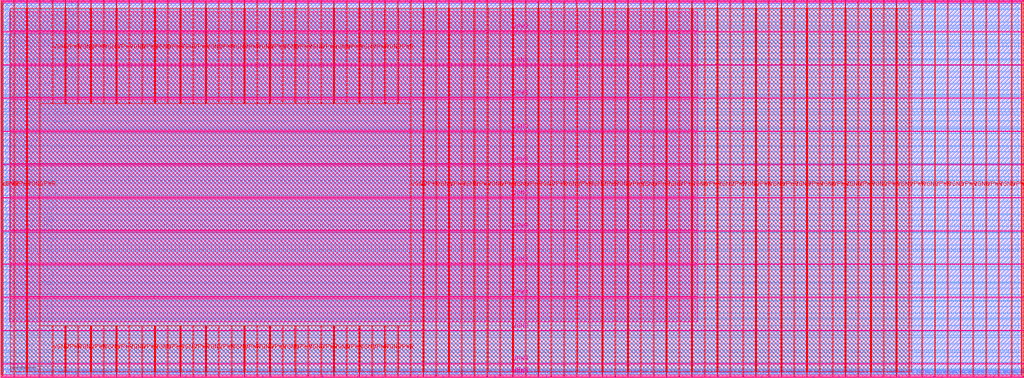
<source format=lef>
VERSION 5.7 ;
  NOWIREEXTENSIONATPIN ON ;
  DIVIDERCHAR "/" ;
  BUSBITCHARS "[]" ;
MACRO mgmt_core
  CLASS BLOCK ;
  FOREIGN mgmt_core ;
  ORIGIN 0.000 0.000 ;
  SIZE 2000.000 BY 740.000 ;
  PIN VGND
    DIRECTION INPUT ;
    USE GROUND ;
    PORT
      LAYER met5 ;
        RECT 0.020 0.780 1999.600 2.380 ;
    END
    PORT
      LAYER met5 ;
        RECT 0.020 91.490 1999.600 93.090 ;
    END
    PORT
      LAYER met5 ;
        RECT 0.020 221.490 1999.600 223.090 ;
    END
    PORT
      LAYER met5 ;
        RECT 0.020 351.490 1999.600 353.090 ;
    END
    PORT
      LAYER met5 ;
        RECT 0.020 481.490 1999.600 483.090 ;
    END
    PORT
      LAYER met5 ;
        RECT 0.020 611.490 1999.600 613.090 ;
    END
    PORT
      LAYER met5 ;
        RECT 0.020 737.460 1999.600 739.060 ;
    END
    PORT
      LAYER met4 ;
        RECT 100.640 0.780 102.240 101.240 ;
    END
    PORT
      LAYER met4 ;
        RECT 150.640 0.780 152.240 101.240 ;
    END
    PORT
      LAYER met4 ;
        RECT 200.640 0.780 202.240 101.240 ;
    END
    PORT
      LAYER met4 ;
        RECT 250.640 0.780 252.240 101.240 ;
    END
    PORT
      LAYER met4 ;
        RECT 300.640 0.780 302.240 101.240 ;
    END
    PORT
      LAYER met4 ;
        RECT 350.640 0.780 352.240 101.240 ;
    END
    PORT
      LAYER met4 ;
        RECT 400.640 0.780 402.240 101.240 ;
    END
    PORT
      LAYER met4 ;
        RECT 450.640 0.780 452.240 101.240 ;
    END
    PORT
      LAYER met4 ;
        RECT 500.640 0.780 502.240 101.240 ;
    END
    PORT
      LAYER met4 ;
        RECT 550.640 0.780 552.240 101.240 ;
    END
    PORT
      LAYER met4 ;
        RECT 600.640 0.780 602.240 101.240 ;
    END
    PORT
      LAYER met4 ;
        RECT 650.640 0.780 652.240 101.240 ;
    END
    PORT
      LAYER met4 ;
        RECT 700.640 0.780 702.240 101.240 ;
    END
    PORT
      LAYER met4 ;
        RECT 750.640 0.780 752.240 101.240 ;
    END
    PORT
      LAYER met4 ;
        RECT 0.020 0.780 1.620 739.060 ;
    END
    PORT
      LAYER met4 ;
        RECT 50.640 0.780 52.240 739.060 ;
    END
    PORT
      LAYER met4 ;
        RECT 100.640 537.300 102.240 739.060 ;
    END
    PORT
      LAYER met4 ;
        RECT 150.640 537.300 152.240 739.060 ;
    END
    PORT
      LAYER met4 ;
        RECT 200.640 537.300 202.240 739.060 ;
    END
    PORT
      LAYER met4 ;
        RECT 250.640 537.300 252.240 739.060 ;
    END
    PORT
      LAYER met4 ;
        RECT 300.640 537.300 302.240 739.060 ;
    END
    PORT
      LAYER met4 ;
        RECT 350.640 537.300 352.240 739.060 ;
    END
    PORT
      LAYER met4 ;
        RECT 400.640 537.300 402.240 739.060 ;
    END
    PORT
      LAYER met4 ;
        RECT 450.640 537.300 452.240 739.060 ;
    END
    PORT
      LAYER met4 ;
        RECT 500.640 537.300 502.240 739.060 ;
    END
    PORT
      LAYER met4 ;
        RECT 550.640 537.300 552.240 739.060 ;
    END
    PORT
      LAYER met4 ;
        RECT 600.640 537.300 602.240 739.060 ;
    END
    PORT
      LAYER met4 ;
        RECT 650.640 537.300 652.240 739.060 ;
    END
    PORT
      LAYER met4 ;
        RECT 700.640 537.300 702.240 739.060 ;
    END
    PORT
      LAYER met4 ;
        RECT 750.640 537.300 752.240 739.060 ;
    END
    PORT
      LAYER met4 ;
        RECT 800.640 0.780 802.240 739.060 ;
    END
    PORT
      LAYER met4 ;
        RECT 850.640 0.780 852.240 739.060 ;
    END
    PORT
      LAYER met4 ;
        RECT 900.640 0.780 902.240 739.060 ;
    END
    PORT
      LAYER met4 ;
        RECT 950.640 0.780 952.240 739.060 ;
    END
    PORT
      LAYER met4 ;
        RECT 1000.640 0.780 1002.240 739.060 ;
    END
    PORT
      LAYER met4 ;
        RECT 1050.640 0.780 1052.240 739.060 ;
    END
    PORT
      LAYER met4 ;
        RECT 1100.640 0.780 1102.240 739.060 ;
    END
    PORT
      LAYER met4 ;
        RECT 1150.640 0.780 1152.240 739.060 ;
    END
    PORT
      LAYER met4 ;
        RECT 1200.640 0.780 1202.240 739.060 ;
    END
    PORT
      LAYER met4 ;
        RECT 1250.640 0.780 1252.240 739.060 ;
    END
    PORT
      LAYER met4 ;
        RECT 1300.640 0.780 1302.240 739.060 ;
    END
    PORT
      LAYER met4 ;
        RECT 1350.640 0.780 1352.240 739.060 ;
    END
    PORT
      LAYER met4 ;
        RECT 1400.640 0.780 1402.240 739.060 ;
    END
    PORT
      LAYER met4 ;
        RECT 1450.640 0.780 1452.240 739.060 ;
    END
    PORT
      LAYER met4 ;
        RECT 1500.640 0.780 1502.240 739.060 ;
    END
    PORT
      LAYER met4 ;
        RECT 1550.640 0.780 1552.240 739.060 ;
    END
    PORT
      LAYER met4 ;
        RECT 1600.640 0.780 1602.240 739.060 ;
    END
    PORT
      LAYER met4 ;
        RECT 1650.640 0.780 1652.240 739.060 ;
    END
    PORT
      LAYER met4 ;
        RECT 1700.640 0.780 1702.240 739.060 ;
    END
    PORT
      LAYER met4 ;
        RECT 1750.640 0.780 1752.240 739.060 ;
    END
    PORT
      LAYER met4 ;
        RECT 1800.640 0.780 1802.240 739.060 ;
    END
    PORT
      LAYER met4 ;
        RECT 1850.640 0.780 1852.240 739.060 ;
    END
    PORT
      LAYER met4 ;
        RECT 1900.640 0.780 1902.240 739.060 ;
    END
    PORT
      LAYER met4 ;
        RECT 1950.640 0.780 1952.240 739.060 ;
    END
    PORT
      LAYER met4 ;
        RECT 1998.000 0.780 1999.600 739.060 ;
    END
  END VGND
  PIN VPWR
    DIRECTION INPUT ;
    USE POWER ;
    PORT
      LAYER met5 ;
        RECT 3.320 4.080 1996.300 5.680 ;
    END
    PORT
      LAYER met5 ;
        RECT 0.020 26.490 1999.600 28.090 ;
    END
    PORT
      LAYER met5 ;
        RECT 0.020 156.490 1999.600 158.090 ;
    END
    PORT
      LAYER met5 ;
        RECT 0.020 286.490 1999.600 288.090 ;
    END
    PORT
      LAYER met5 ;
        RECT 0.020 416.490 1999.600 418.090 ;
    END
    PORT
      LAYER met5 ;
        RECT 0.020 546.490 1999.600 548.090 ;
    END
    PORT
      LAYER met5 ;
        RECT 0.020 676.490 1999.600 678.090 ;
    END
    PORT
      LAYER met5 ;
        RECT 3.320 734.160 1996.300 735.760 ;
    END
    PORT
      LAYER met4 ;
        RECT 125.640 0.780 127.240 101.240 ;
    END
    PORT
      LAYER met4 ;
        RECT 175.640 0.780 177.240 101.240 ;
    END
    PORT
      LAYER met4 ;
        RECT 225.640 0.780 227.240 101.240 ;
    END
    PORT
      LAYER met4 ;
        RECT 275.640 0.780 277.240 101.240 ;
    END
    PORT
      LAYER met4 ;
        RECT 325.640 0.780 327.240 101.240 ;
    END
    PORT
      LAYER met4 ;
        RECT 375.640 0.780 377.240 101.240 ;
    END
    PORT
      LAYER met4 ;
        RECT 425.640 0.780 427.240 101.240 ;
    END
    PORT
      LAYER met4 ;
        RECT 475.640 0.780 477.240 101.240 ;
    END
    PORT
      LAYER met4 ;
        RECT 525.640 0.780 527.240 101.240 ;
    END
    PORT
      LAYER met4 ;
        RECT 575.640 0.780 577.240 101.240 ;
    END
    PORT
      LAYER met4 ;
        RECT 625.640 0.780 627.240 101.240 ;
    END
    PORT
      LAYER met4 ;
        RECT 675.640 0.780 677.240 101.240 ;
    END
    PORT
      LAYER met4 ;
        RECT 725.640 0.780 727.240 101.240 ;
    END
    PORT
      LAYER met4 ;
        RECT 775.640 0.780 777.240 101.240 ;
    END
    PORT
      LAYER met4 ;
        RECT 3.320 4.080 4.920 735.760 ;
    END
    PORT
      LAYER met4 ;
        RECT 1994.700 4.080 1996.300 735.760 ;
    END
    PORT
      LAYER met4 ;
        RECT 25.640 0.780 27.240 739.060 ;
    END
    PORT
      LAYER met4 ;
        RECT 75.640 0.780 77.240 739.060 ;
    END
    PORT
      LAYER met4 ;
        RECT 125.640 537.300 127.240 739.060 ;
    END
    PORT
      LAYER met4 ;
        RECT 175.640 537.300 177.240 739.060 ;
    END
    PORT
      LAYER met4 ;
        RECT 225.640 537.300 227.240 739.060 ;
    END
    PORT
      LAYER met4 ;
        RECT 275.640 537.300 277.240 739.060 ;
    END
    PORT
      LAYER met4 ;
        RECT 325.640 537.300 327.240 739.060 ;
    END
    PORT
      LAYER met4 ;
        RECT 375.640 537.300 377.240 739.060 ;
    END
    PORT
      LAYER met4 ;
        RECT 425.640 537.300 427.240 739.060 ;
    END
    PORT
      LAYER met4 ;
        RECT 475.640 537.300 477.240 739.060 ;
    END
    PORT
      LAYER met4 ;
        RECT 525.640 537.300 527.240 739.060 ;
    END
    PORT
      LAYER met4 ;
        RECT 575.640 537.300 577.240 739.060 ;
    END
    PORT
      LAYER met4 ;
        RECT 625.640 537.300 627.240 739.060 ;
    END
    PORT
      LAYER met4 ;
        RECT 675.640 537.300 677.240 739.060 ;
    END
    PORT
      LAYER met4 ;
        RECT 725.640 537.300 727.240 739.060 ;
    END
    PORT
      LAYER met4 ;
        RECT 775.640 537.300 777.240 739.060 ;
    END
    PORT
      LAYER met4 ;
        RECT 825.640 0.780 827.240 739.060 ;
    END
    PORT
      LAYER met4 ;
        RECT 875.640 0.780 877.240 739.060 ;
    END
    PORT
      LAYER met4 ;
        RECT 925.640 0.780 927.240 739.060 ;
    END
    PORT
      LAYER met4 ;
        RECT 975.640 0.780 977.240 739.060 ;
    END
    PORT
      LAYER met4 ;
        RECT 1025.640 0.780 1027.240 739.060 ;
    END
    PORT
      LAYER met4 ;
        RECT 1075.640 0.780 1077.240 739.060 ;
    END
    PORT
      LAYER met4 ;
        RECT 1125.640 0.780 1127.240 739.060 ;
    END
    PORT
      LAYER met4 ;
        RECT 1175.640 0.780 1177.240 739.060 ;
    END
    PORT
      LAYER met4 ;
        RECT 1225.640 0.780 1227.240 739.060 ;
    END
    PORT
      LAYER met4 ;
        RECT 1275.640 0.780 1277.240 739.060 ;
    END
    PORT
      LAYER met4 ;
        RECT 1325.640 0.780 1327.240 739.060 ;
    END
    PORT
      LAYER met4 ;
        RECT 1375.640 0.780 1377.240 739.060 ;
    END
    PORT
      LAYER met4 ;
        RECT 1425.640 0.780 1427.240 739.060 ;
    END
    PORT
      LAYER met4 ;
        RECT 1475.640 0.780 1477.240 739.060 ;
    END
    PORT
      LAYER met4 ;
        RECT 1525.640 0.780 1527.240 739.060 ;
    END
    PORT
      LAYER met4 ;
        RECT 1575.640 0.780 1577.240 739.060 ;
    END
    PORT
      LAYER met4 ;
        RECT 1625.640 0.780 1627.240 739.060 ;
    END
    PORT
      LAYER met4 ;
        RECT 1675.640 0.780 1677.240 739.060 ;
    END
    PORT
      LAYER met4 ;
        RECT 1725.640 0.780 1727.240 739.060 ;
    END
    PORT
      LAYER met4 ;
        RECT 1775.640 0.780 1777.240 739.060 ;
    END
    PORT
      LAYER met4 ;
        RECT 1825.640 0.780 1827.240 739.060 ;
    END
    PORT
      LAYER met4 ;
        RECT 1875.640 0.780 1877.240 739.060 ;
    END
    PORT
      LAYER met4 ;
        RECT 1925.640 0.780 1927.240 739.060 ;
    END
    PORT
      LAYER met4 ;
        RECT 1975.640 0.780 1977.240 739.060 ;
    END
  END VPWR
  PIN core_clk
    DIRECTION INPUT ;
    USE SIGNAL ;
    PORT
      LAYER met2 ;
        RECT 1.470 736.000 1.750 740.000 ;
    END
  END core_clk
  PIN core_rstn
    DIRECTION INPUT ;
    USE SIGNAL ;
    PORT
      LAYER met2 ;
        RECT 4.690 736.000 4.970 740.000 ;
    END
  END core_rstn
  PIN debug_mode
    DIRECTION OUTPUT TRISTATE ;
    USE SIGNAL ;
    PORT
      LAYER met2 ;
        RECT 1588.010 0.000 1588.290 4.000 ;
    END
  END debug_mode
  PIN debug_oeb
    DIRECTION OUTPUT TRISTATE ;
    USE SIGNAL ;
    PORT
      LAYER met2 ;
        RECT 1605.030 0.000 1605.310 4.000 ;
    END
  END debug_oeb
  PIN debug_rx
    DIRECTION INPUT ;
    USE SIGNAL ;
    PORT
      LAYER met2 ;
        RECT 1916.910 736.000 1917.190 740.000 ;
    END
  END debug_rx
  PIN debug_tx
    DIRECTION OUTPUT TRISTATE ;
    USE SIGNAL ;
    PORT
      LAYER met3 ;
        RECT 0.000 429.800 4.000 430.400 ;
    END
  END debug_tx
  PIN flash_clk
    DIRECTION OUTPUT TRISTATE ;
    USE SIGNAL ;
    PORT
      LAYER met2 ;
        RECT 109.110 0.000 109.390 4.000 ;
    END
  END flash_clk
  PIN flash_cs_n
    DIRECTION OUTPUT TRISTATE ;
    USE SIGNAL ;
    PORT
      LAYER met2 ;
        RECT 1688.750 0.000 1689.030 4.000 ;
    END
  END flash_cs_n
  PIN flash_io0_di
    DIRECTION INPUT ;
    USE SIGNAL ;
    PORT
      LAYER met2 ;
        RECT 125.670 0.000 125.950 4.000 ;
    END
  END flash_io0_di
  PIN flash_io0_do
    DIRECTION OUTPUT TRISTATE ;
    USE SIGNAL ;
    PORT
      LAYER met2 ;
        RECT 142.690 0.000 142.970 4.000 ;
    END
  END flash_io0_do
  PIN flash_io0_oeb
    DIRECTION OUTPUT TRISTATE ;
    USE SIGNAL ;
    PORT
      LAYER met2 ;
        RECT 159.250 0.000 159.530 4.000 ;
    END
  END flash_io0_oeb
  PIN flash_io1_di
    DIRECTION INPUT ;
    USE SIGNAL ;
    PORT
      LAYER met2 ;
        RECT 176.270 0.000 176.550 4.000 ;
    END
  END flash_io1_di
  PIN flash_io1_do
    DIRECTION OUTPUT TRISTATE ;
    USE SIGNAL ;
    PORT
      LAYER met2 ;
        RECT 192.830 0.000 193.110 4.000 ;
    END
  END flash_io1_do
  PIN flash_io1_oeb
    DIRECTION OUTPUT TRISTATE ;
    USE SIGNAL ;
    PORT
      LAYER met2 ;
        RECT 209.850 0.000 210.130 4.000 ;
    END
  END flash_io1_oeb
  PIN flash_io2_di
    DIRECTION INPUT ;
    USE SIGNAL ;
    PORT
      LAYER met2 ;
        RECT 226.410 0.000 226.690 4.000 ;
    END
  END flash_io2_di
  PIN flash_io2_do
    DIRECTION OUTPUT TRISTATE ;
    USE SIGNAL ;
    PORT
      LAYER met2 ;
        RECT 243.430 0.000 243.710 4.000 ;
    END
  END flash_io2_do
  PIN flash_io2_oeb
    DIRECTION OUTPUT TRISTATE ;
    USE SIGNAL ;
    PORT
      LAYER met3 ;
        RECT 0.000 17.040 4.000 17.640 ;
    END
  END flash_io2_oeb
  PIN flash_io3_di
    DIRECTION INPUT ;
    USE SIGNAL ;
    PORT
      LAYER met2 ;
        RECT 260.450 0.000 260.730 4.000 ;
    END
  END flash_io3_di
  PIN flash_io3_do
    DIRECTION OUTPUT TRISTATE ;
    USE SIGNAL ;
    PORT
      LAYER met2 ;
        RECT 277.010 0.000 277.290 4.000 ;
    END
  END flash_io3_do
  PIN flash_io3_oeb
    DIRECTION OUTPUT TRISTATE ;
    USE SIGNAL ;
    PORT
      LAYER met3 ;
        RECT 0.000 5.480 4.000 6.080 ;
    END
  END flash_io3_oeb
  PIN gpio_in_pad
    DIRECTION INPUT ;
    USE SIGNAL ;
    PORT
      LAYER met2 ;
        RECT 8.370 0.000 8.650 4.000 ;
    END
  END gpio_in_pad
  PIN gpio_inenb_pad
    DIRECTION OUTPUT TRISTATE ;
    USE SIGNAL ;
    PORT
      LAYER met2 ;
        RECT 24.930 0.000 25.210 4.000 ;
    END
  END gpio_inenb_pad
  PIN gpio_mode0_pad
    DIRECTION OUTPUT TRISTATE ;
    USE SIGNAL ;
    PORT
      LAYER met2 ;
        RECT 41.950 0.000 42.230 4.000 ;
    END
  END gpio_mode0_pad
  PIN gpio_mode1_pad
    DIRECTION OUTPUT TRISTATE ;
    USE SIGNAL ;
    PORT
      LAYER met2 ;
        RECT 58.510 0.000 58.790 4.000 ;
    END
  END gpio_mode1_pad
  PIN gpio_out_pad
    DIRECTION OUTPUT TRISTATE ;
    USE SIGNAL ;
    PORT
      LAYER met2 ;
        RECT 75.530 0.000 75.810 4.000 ;
    END
  END gpio_out_pad
  PIN gpio_outenb_pad
    DIRECTION OUTPUT TRISTATE ;
    USE SIGNAL ;
    PORT
      LAYER met2 ;
        RECT 92.090 0.000 92.370 4.000 ;
    END
  END gpio_outenb_pad
  PIN hk_ack_i
    DIRECTION INPUT ;
    USE SIGNAL ;
    PORT
      LAYER met2 ;
        RECT 310.590 0.000 310.870 4.000 ;
    END
  END hk_ack_i
  PIN hk_cyc_o
    DIRECTION OUTPUT TRISTATE ;
    USE SIGNAL ;
    PORT
      LAYER met2 ;
        RECT 1920.130 736.000 1920.410 740.000 ;
    END
  END hk_cyc_o
  PIN hk_dat_i[0]
    DIRECTION INPUT ;
    USE SIGNAL ;
    PORT
      LAYER met2 ;
        RECT 344.170 0.000 344.450 4.000 ;
    END
  END hk_dat_i[0]
  PIN hk_dat_i[10]
    DIRECTION INPUT ;
    USE SIGNAL ;
    PORT
      LAYER met2 ;
        RECT 512.530 0.000 512.810 4.000 ;
    END
  END hk_dat_i[10]
  PIN hk_dat_i[11]
    DIRECTION INPUT ;
    USE SIGNAL ;
    PORT
      LAYER met2 ;
        RECT 529.090 0.000 529.370 4.000 ;
    END
  END hk_dat_i[11]
  PIN hk_dat_i[12]
    DIRECTION INPUT ;
    USE SIGNAL ;
    PORT
      LAYER met2 ;
        RECT 546.110 0.000 546.390 4.000 ;
    END
  END hk_dat_i[12]
  PIN hk_dat_i[13]
    DIRECTION INPUT ;
    USE SIGNAL ;
    PORT
      LAYER met2 ;
        RECT 562.670 0.000 562.950 4.000 ;
    END
  END hk_dat_i[13]
  PIN hk_dat_i[14]
    DIRECTION INPUT ;
    USE SIGNAL ;
    PORT
      LAYER met2 ;
        RECT 579.690 0.000 579.970 4.000 ;
    END
  END hk_dat_i[14]
  PIN hk_dat_i[15]
    DIRECTION INPUT ;
    USE SIGNAL ;
    PORT
      LAYER met2 ;
        RECT 596.250 0.000 596.530 4.000 ;
    END
  END hk_dat_i[15]
  PIN hk_dat_i[16]
    DIRECTION INPUT ;
    USE SIGNAL ;
    PORT
      LAYER met2 ;
        RECT 613.270 0.000 613.550 4.000 ;
    END
  END hk_dat_i[16]
  PIN hk_dat_i[17]
    DIRECTION INPUT ;
    USE SIGNAL ;
    PORT
      LAYER met2 ;
        RECT 629.830 0.000 630.110 4.000 ;
    END
  END hk_dat_i[17]
  PIN hk_dat_i[18]
    DIRECTION INPUT ;
    USE SIGNAL ;
    PORT
      LAYER met2 ;
        RECT 646.850 0.000 647.130 4.000 ;
    END
  END hk_dat_i[18]
  PIN hk_dat_i[19]
    DIRECTION INPUT ;
    USE SIGNAL ;
    PORT
      LAYER met2 ;
        RECT 663.410 0.000 663.690 4.000 ;
    END
  END hk_dat_i[19]
  PIN hk_dat_i[1]
    DIRECTION INPUT ;
    USE SIGNAL ;
    PORT
      LAYER met2 ;
        RECT 361.190 0.000 361.470 4.000 ;
    END
  END hk_dat_i[1]
  PIN hk_dat_i[20]
    DIRECTION INPUT ;
    USE SIGNAL ;
    PORT
      LAYER met2 ;
        RECT 680.430 0.000 680.710 4.000 ;
    END
  END hk_dat_i[20]
  PIN hk_dat_i[21]
    DIRECTION INPUT ;
    USE SIGNAL ;
    PORT
      LAYER met2 ;
        RECT 697.450 0.000 697.730 4.000 ;
    END
  END hk_dat_i[21]
  PIN hk_dat_i[22]
    DIRECTION INPUT ;
    USE SIGNAL ;
    PORT
      LAYER met2 ;
        RECT 714.010 0.000 714.290 4.000 ;
    END
  END hk_dat_i[22]
  PIN hk_dat_i[23]
    DIRECTION INPUT ;
    USE SIGNAL ;
    PORT
      LAYER met2 ;
        RECT 731.030 0.000 731.310 4.000 ;
    END
  END hk_dat_i[23]
  PIN hk_dat_i[24]
    DIRECTION INPUT ;
    USE SIGNAL ;
    PORT
      LAYER met2 ;
        RECT 747.590 0.000 747.870 4.000 ;
    END
  END hk_dat_i[24]
  PIN hk_dat_i[25]
    DIRECTION INPUT ;
    USE SIGNAL ;
    PORT
      LAYER met2 ;
        RECT 764.610 0.000 764.890 4.000 ;
    END
  END hk_dat_i[25]
  PIN hk_dat_i[26]
    DIRECTION INPUT ;
    USE SIGNAL ;
    PORT
      LAYER met2 ;
        RECT 781.170 0.000 781.450 4.000 ;
    END
  END hk_dat_i[26]
  PIN hk_dat_i[27]
    DIRECTION INPUT ;
    USE SIGNAL ;
    PORT
      LAYER met2 ;
        RECT 798.190 0.000 798.470 4.000 ;
    END
  END hk_dat_i[27]
  PIN hk_dat_i[28]
    DIRECTION INPUT ;
    USE SIGNAL ;
    PORT
      LAYER met2 ;
        RECT 814.750 0.000 815.030 4.000 ;
    END
  END hk_dat_i[28]
  PIN hk_dat_i[29]
    DIRECTION INPUT ;
    USE SIGNAL ;
    PORT
      LAYER met2 ;
        RECT 831.770 0.000 832.050 4.000 ;
    END
  END hk_dat_i[29]
  PIN hk_dat_i[2]
    DIRECTION INPUT ;
    USE SIGNAL ;
    PORT
      LAYER met2 ;
        RECT 377.750 0.000 378.030 4.000 ;
    END
  END hk_dat_i[2]
  PIN hk_dat_i[30]
    DIRECTION INPUT ;
    USE SIGNAL ;
    PORT
      LAYER met2 ;
        RECT 848.330 0.000 848.610 4.000 ;
    END
  END hk_dat_i[30]
  PIN hk_dat_i[31]
    DIRECTION INPUT ;
    USE SIGNAL ;
    PORT
      LAYER met2 ;
        RECT 865.350 0.000 865.630 4.000 ;
    END
  END hk_dat_i[31]
  PIN hk_dat_i[3]
    DIRECTION INPUT ;
    USE SIGNAL ;
    PORT
      LAYER met2 ;
        RECT 394.770 0.000 395.050 4.000 ;
    END
  END hk_dat_i[3]
  PIN hk_dat_i[4]
    DIRECTION INPUT ;
    USE SIGNAL ;
    PORT
      LAYER met2 ;
        RECT 411.330 0.000 411.610 4.000 ;
    END
  END hk_dat_i[4]
  PIN hk_dat_i[5]
    DIRECTION INPUT ;
    USE SIGNAL ;
    PORT
      LAYER met2 ;
        RECT 428.350 0.000 428.630 4.000 ;
    END
  END hk_dat_i[5]
  PIN hk_dat_i[6]
    DIRECTION INPUT ;
    USE SIGNAL ;
    PORT
      LAYER met2 ;
        RECT 444.910 0.000 445.190 4.000 ;
    END
  END hk_dat_i[6]
  PIN hk_dat_i[7]
    DIRECTION INPUT ;
    USE SIGNAL ;
    PORT
      LAYER met2 ;
        RECT 461.930 0.000 462.210 4.000 ;
    END
  END hk_dat_i[7]
  PIN hk_dat_i[8]
    DIRECTION INPUT ;
    USE SIGNAL ;
    PORT
      LAYER met2 ;
        RECT 478.950 0.000 479.230 4.000 ;
    END
  END hk_dat_i[8]
  PIN hk_dat_i[9]
    DIRECTION INPUT ;
    USE SIGNAL ;
    PORT
      LAYER met2 ;
        RECT 495.510 0.000 495.790 4.000 ;
    END
  END hk_dat_i[9]
  PIN hk_stb_o
    DIRECTION OUTPUT TRISTATE ;
    USE SIGNAL ;
    PORT
      LAYER met2 ;
        RECT 327.610 0.000 327.890 4.000 ;
    END
  END hk_stb_o
  PIN la_iena[0]
    DIRECTION OUTPUT TRISTATE ;
    USE SIGNAL ;
    PORT
      LAYER met2 ;
        RECT 7.910 736.000 8.190 740.000 ;
    END
  END la_iena[0]
  PIN la_iena[100]
    DIRECTION OUTPUT TRISTATE ;
    USE SIGNAL ;
    PORT
      LAYER met2 ;
        RECT 1308.790 736.000 1309.070 740.000 ;
    END
  END la_iena[100]
  PIN la_iena[101]
    DIRECTION OUTPUT TRISTATE ;
    USE SIGNAL ;
    PORT
      LAYER met2 ;
        RECT 1321.670 736.000 1321.950 740.000 ;
    END
  END la_iena[101]
  PIN la_iena[102]
    DIRECTION OUTPUT TRISTATE ;
    USE SIGNAL ;
    PORT
      LAYER met2 ;
        RECT 1334.550 736.000 1334.830 740.000 ;
    END
  END la_iena[102]
  PIN la_iena[103]
    DIRECTION OUTPUT TRISTATE ;
    USE SIGNAL ;
    PORT
      LAYER met2 ;
        RECT 1347.430 736.000 1347.710 740.000 ;
    END
  END la_iena[103]
  PIN la_iena[104]
    DIRECTION OUTPUT TRISTATE ;
    USE SIGNAL ;
    PORT
      LAYER met2 ;
        RECT 1360.770 736.000 1361.050 740.000 ;
    END
  END la_iena[104]
  PIN la_iena[105]
    DIRECTION OUTPUT TRISTATE ;
    USE SIGNAL ;
    PORT
      LAYER met2 ;
        RECT 1373.650 736.000 1373.930 740.000 ;
    END
  END la_iena[105]
  PIN la_iena[106]
    DIRECTION OUTPUT TRISTATE ;
    USE SIGNAL ;
    PORT
      LAYER met2 ;
        RECT 1386.530 736.000 1386.810 740.000 ;
    END
  END la_iena[106]
  PIN la_iena[107]
    DIRECTION OUTPUT TRISTATE ;
    USE SIGNAL ;
    PORT
      LAYER met2 ;
        RECT 1399.870 736.000 1400.150 740.000 ;
    END
  END la_iena[107]
  PIN la_iena[108]
    DIRECTION OUTPUT TRISTATE ;
    USE SIGNAL ;
    PORT
      LAYER met2 ;
        RECT 1412.750 736.000 1413.030 740.000 ;
    END
  END la_iena[108]
  PIN la_iena[109]
    DIRECTION OUTPUT TRISTATE ;
    USE SIGNAL ;
    PORT
      LAYER met2 ;
        RECT 1425.630 736.000 1425.910 740.000 ;
    END
  END la_iena[109]
  PIN la_iena[10]
    DIRECTION OUTPUT TRISTATE ;
    USE SIGNAL ;
    PORT
      LAYER met2 ;
        RECT 137.630 736.000 137.910 740.000 ;
    END
  END la_iena[10]
  PIN la_iena[110]
    DIRECTION OUTPUT TRISTATE ;
    USE SIGNAL ;
    PORT
      LAYER met2 ;
        RECT 1438.510 736.000 1438.790 740.000 ;
    END
  END la_iena[110]
  PIN la_iena[111]
    DIRECTION OUTPUT TRISTATE ;
    USE SIGNAL ;
    PORT
      LAYER met2 ;
        RECT 1451.850 736.000 1452.130 740.000 ;
    END
  END la_iena[111]
  PIN la_iena[112]
    DIRECTION OUTPUT TRISTATE ;
    USE SIGNAL ;
    PORT
      LAYER met2 ;
        RECT 1464.730 736.000 1465.010 740.000 ;
    END
  END la_iena[112]
  PIN la_iena[113]
    DIRECTION OUTPUT TRISTATE ;
    USE SIGNAL ;
    PORT
      LAYER met2 ;
        RECT 1477.610 736.000 1477.890 740.000 ;
    END
  END la_iena[113]
  PIN la_iena[114]
    DIRECTION OUTPUT TRISTATE ;
    USE SIGNAL ;
    PORT
      LAYER met2 ;
        RECT 1490.950 736.000 1491.230 740.000 ;
    END
  END la_iena[114]
  PIN la_iena[115]
    DIRECTION OUTPUT TRISTATE ;
    USE SIGNAL ;
    PORT
      LAYER met2 ;
        RECT 1503.830 736.000 1504.110 740.000 ;
    END
  END la_iena[115]
  PIN la_iena[116]
    DIRECTION OUTPUT TRISTATE ;
    USE SIGNAL ;
    PORT
      LAYER met2 ;
        RECT 1516.710 736.000 1516.990 740.000 ;
    END
  END la_iena[116]
  PIN la_iena[117]
    DIRECTION OUTPUT TRISTATE ;
    USE SIGNAL ;
    PORT
      LAYER met2 ;
        RECT 1529.590 736.000 1529.870 740.000 ;
    END
  END la_iena[117]
  PIN la_iena[118]
    DIRECTION OUTPUT TRISTATE ;
    USE SIGNAL ;
    PORT
      LAYER met2 ;
        RECT 1542.930 736.000 1543.210 740.000 ;
    END
  END la_iena[118]
  PIN la_iena[119]
    DIRECTION OUTPUT TRISTATE ;
    USE SIGNAL ;
    PORT
      LAYER met2 ;
        RECT 1555.810 736.000 1556.090 740.000 ;
    END
  END la_iena[119]
  PIN la_iena[11]
    DIRECTION OUTPUT TRISTATE ;
    USE SIGNAL ;
    PORT
      LAYER met2 ;
        RECT 150.970 736.000 151.250 740.000 ;
    END
  END la_iena[11]
  PIN la_iena[120]
    DIRECTION OUTPUT TRISTATE ;
    USE SIGNAL ;
    PORT
      LAYER met2 ;
        RECT 1568.690 736.000 1568.970 740.000 ;
    END
  END la_iena[120]
  PIN la_iena[121]
    DIRECTION OUTPUT TRISTATE ;
    USE SIGNAL ;
    PORT
      LAYER met2 ;
        RECT 1581.570 736.000 1581.850 740.000 ;
    END
  END la_iena[121]
  PIN la_iena[122]
    DIRECTION OUTPUT TRISTATE ;
    USE SIGNAL ;
    PORT
      LAYER met2 ;
        RECT 1594.910 736.000 1595.190 740.000 ;
    END
  END la_iena[122]
  PIN la_iena[123]
    DIRECTION OUTPUT TRISTATE ;
    USE SIGNAL ;
    PORT
      LAYER met2 ;
        RECT 1607.790 736.000 1608.070 740.000 ;
    END
  END la_iena[123]
  PIN la_iena[124]
    DIRECTION OUTPUT TRISTATE ;
    USE SIGNAL ;
    PORT
      LAYER met2 ;
        RECT 1620.670 736.000 1620.950 740.000 ;
    END
  END la_iena[124]
  PIN la_iena[125]
    DIRECTION OUTPUT TRISTATE ;
    USE SIGNAL ;
    PORT
      LAYER met2 ;
        RECT 1634.010 736.000 1634.290 740.000 ;
    END
  END la_iena[125]
  PIN la_iena[126]
    DIRECTION OUTPUT TRISTATE ;
    USE SIGNAL ;
    PORT
      LAYER met2 ;
        RECT 1646.890 736.000 1647.170 740.000 ;
    END
  END la_iena[126]
  PIN la_iena[127]
    DIRECTION OUTPUT TRISTATE ;
    USE SIGNAL ;
    PORT
      LAYER met2 ;
        RECT 1659.770 736.000 1660.050 740.000 ;
    END
  END la_iena[127]
  PIN la_iena[12]
    DIRECTION OUTPUT TRISTATE ;
    USE SIGNAL ;
    PORT
      LAYER met2 ;
        RECT 163.850 736.000 164.130 740.000 ;
    END
  END la_iena[12]
  PIN la_iena[13]
    DIRECTION OUTPUT TRISTATE ;
    USE SIGNAL ;
    PORT
      LAYER met2 ;
        RECT 176.730 736.000 177.010 740.000 ;
    END
  END la_iena[13]
  PIN la_iena[14]
    DIRECTION OUTPUT TRISTATE ;
    USE SIGNAL ;
    PORT
      LAYER met2 ;
        RECT 190.070 736.000 190.350 740.000 ;
    END
  END la_iena[14]
  PIN la_iena[15]
    DIRECTION OUTPUT TRISTATE ;
    USE SIGNAL ;
    PORT
      LAYER met2 ;
        RECT 202.950 736.000 203.230 740.000 ;
    END
  END la_iena[15]
  PIN la_iena[16]
    DIRECTION OUTPUT TRISTATE ;
    USE SIGNAL ;
    PORT
      LAYER met2 ;
        RECT 215.830 736.000 216.110 740.000 ;
    END
  END la_iena[16]
  PIN la_iena[17]
    DIRECTION OUTPUT TRISTATE ;
    USE SIGNAL ;
    PORT
      LAYER met2 ;
        RECT 228.710 736.000 228.990 740.000 ;
    END
  END la_iena[17]
  PIN la_iena[18]
    DIRECTION OUTPUT TRISTATE ;
    USE SIGNAL ;
    PORT
      LAYER met2 ;
        RECT 242.050 736.000 242.330 740.000 ;
    END
  END la_iena[18]
  PIN la_iena[19]
    DIRECTION OUTPUT TRISTATE ;
    USE SIGNAL ;
    PORT
      LAYER met2 ;
        RECT 254.930 736.000 255.210 740.000 ;
    END
  END la_iena[19]
  PIN la_iena[1]
    DIRECTION OUTPUT TRISTATE ;
    USE SIGNAL ;
    PORT
      LAYER met2 ;
        RECT 20.790 736.000 21.070 740.000 ;
    END
  END la_iena[1]
  PIN la_iena[20]
    DIRECTION OUTPUT TRISTATE ;
    USE SIGNAL ;
    PORT
      LAYER met2 ;
        RECT 267.810 736.000 268.090 740.000 ;
    END
  END la_iena[20]
  PIN la_iena[21]
    DIRECTION OUTPUT TRISTATE ;
    USE SIGNAL ;
    PORT
      LAYER met2 ;
        RECT 281.150 736.000 281.430 740.000 ;
    END
  END la_iena[21]
  PIN la_iena[22]
    DIRECTION OUTPUT TRISTATE ;
    USE SIGNAL ;
    PORT
      LAYER met2 ;
        RECT 294.030 736.000 294.310 740.000 ;
    END
  END la_iena[22]
  PIN la_iena[23]
    DIRECTION OUTPUT TRISTATE ;
    USE SIGNAL ;
    PORT
      LAYER met2 ;
        RECT 306.910 736.000 307.190 740.000 ;
    END
  END la_iena[23]
  PIN la_iena[24]
    DIRECTION OUTPUT TRISTATE ;
    USE SIGNAL ;
    PORT
      LAYER met2 ;
        RECT 319.790 736.000 320.070 740.000 ;
    END
  END la_iena[24]
  PIN la_iena[25]
    DIRECTION OUTPUT TRISTATE ;
    USE SIGNAL ;
    PORT
      LAYER met2 ;
        RECT 333.130 736.000 333.410 740.000 ;
    END
  END la_iena[25]
  PIN la_iena[26]
    DIRECTION OUTPUT TRISTATE ;
    USE SIGNAL ;
    PORT
      LAYER met2 ;
        RECT 346.010 736.000 346.290 740.000 ;
    END
  END la_iena[26]
  PIN la_iena[27]
    DIRECTION OUTPUT TRISTATE ;
    USE SIGNAL ;
    PORT
      LAYER met2 ;
        RECT 358.890 736.000 359.170 740.000 ;
    END
  END la_iena[27]
  PIN la_iena[28]
    DIRECTION OUTPUT TRISTATE ;
    USE SIGNAL ;
    PORT
      LAYER met2 ;
        RECT 371.770 736.000 372.050 740.000 ;
    END
  END la_iena[28]
  PIN la_iena[29]
    DIRECTION OUTPUT TRISTATE ;
    USE SIGNAL ;
    PORT
      LAYER met2 ;
        RECT 385.110 736.000 385.390 740.000 ;
    END
  END la_iena[29]
  PIN la_iena[2]
    DIRECTION OUTPUT TRISTATE ;
    USE SIGNAL ;
    PORT
      LAYER met2 ;
        RECT 33.670 736.000 33.950 740.000 ;
    END
  END la_iena[2]
  PIN la_iena[30]
    DIRECTION OUTPUT TRISTATE ;
    USE SIGNAL ;
    PORT
      LAYER met2 ;
        RECT 397.990 736.000 398.270 740.000 ;
    END
  END la_iena[30]
  PIN la_iena[31]
    DIRECTION OUTPUT TRISTATE ;
    USE SIGNAL ;
    PORT
      LAYER met2 ;
        RECT 410.870 736.000 411.150 740.000 ;
    END
  END la_iena[31]
  PIN la_iena[32]
    DIRECTION OUTPUT TRISTATE ;
    USE SIGNAL ;
    PORT
      LAYER met2 ;
        RECT 424.210 736.000 424.490 740.000 ;
    END
  END la_iena[32]
  PIN la_iena[33]
    DIRECTION OUTPUT TRISTATE ;
    USE SIGNAL ;
    PORT
      LAYER met2 ;
        RECT 437.090 736.000 437.370 740.000 ;
    END
  END la_iena[33]
  PIN la_iena[34]
    DIRECTION OUTPUT TRISTATE ;
    USE SIGNAL ;
    PORT
      LAYER met2 ;
        RECT 449.970 736.000 450.250 740.000 ;
    END
  END la_iena[34]
  PIN la_iena[35]
    DIRECTION OUTPUT TRISTATE ;
    USE SIGNAL ;
    PORT
      LAYER met2 ;
        RECT 462.850 736.000 463.130 740.000 ;
    END
  END la_iena[35]
  PIN la_iena[36]
    DIRECTION OUTPUT TRISTATE ;
    USE SIGNAL ;
    PORT
      LAYER met2 ;
        RECT 476.190 736.000 476.470 740.000 ;
    END
  END la_iena[36]
  PIN la_iena[37]
    DIRECTION OUTPUT TRISTATE ;
    USE SIGNAL ;
    PORT
      LAYER met2 ;
        RECT 489.070 736.000 489.350 740.000 ;
    END
  END la_iena[37]
  PIN la_iena[38]
    DIRECTION OUTPUT TRISTATE ;
    USE SIGNAL ;
    PORT
      LAYER met2 ;
        RECT 501.950 736.000 502.230 740.000 ;
    END
  END la_iena[38]
  PIN la_iena[39]
    DIRECTION OUTPUT TRISTATE ;
    USE SIGNAL ;
    PORT
      LAYER met2 ;
        RECT 515.290 736.000 515.570 740.000 ;
    END
  END la_iena[39]
  PIN la_iena[3]
    DIRECTION OUTPUT TRISTATE ;
    USE SIGNAL ;
    PORT
      LAYER met2 ;
        RECT 46.550 736.000 46.830 740.000 ;
    END
  END la_iena[3]
  PIN la_iena[40]
    DIRECTION OUTPUT TRISTATE ;
    USE SIGNAL ;
    PORT
      LAYER met2 ;
        RECT 528.170 736.000 528.450 740.000 ;
    END
  END la_iena[40]
  PIN la_iena[41]
    DIRECTION OUTPUT TRISTATE ;
    USE SIGNAL ;
    PORT
      LAYER met2 ;
        RECT 541.050 736.000 541.330 740.000 ;
    END
  END la_iena[41]
  PIN la_iena[42]
    DIRECTION OUTPUT TRISTATE ;
    USE SIGNAL ;
    PORT
      LAYER met2 ;
        RECT 553.930 736.000 554.210 740.000 ;
    END
  END la_iena[42]
  PIN la_iena[43]
    DIRECTION OUTPUT TRISTATE ;
    USE SIGNAL ;
    PORT
      LAYER met2 ;
        RECT 567.270 736.000 567.550 740.000 ;
    END
  END la_iena[43]
  PIN la_iena[44]
    DIRECTION OUTPUT TRISTATE ;
    USE SIGNAL ;
    PORT
      LAYER met2 ;
        RECT 580.150 736.000 580.430 740.000 ;
    END
  END la_iena[44]
  PIN la_iena[45]
    DIRECTION OUTPUT TRISTATE ;
    USE SIGNAL ;
    PORT
      LAYER met2 ;
        RECT 593.030 736.000 593.310 740.000 ;
    END
  END la_iena[45]
  PIN la_iena[46]
    DIRECTION OUTPUT TRISTATE ;
    USE SIGNAL ;
    PORT
      LAYER met2 ;
        RECT 606.370 736.000 606.650 740.000 ;
    END
  END la_iena[46]
  PIN la_iena[47]
    DIRECTION OUTPUT TRISTATE ;
    USE SIGNAL ;
    PORT
      LAYER met2 ;
        RECT 619.250 736.000 619.530 740.000 ;
    END
  END la_iena[47]
  PIN la_iena[48]
    DIRECTION OUTPUT TRISTATE ;
    USE SIGNAL ;
    PORT
      LAYER met2 ;
        RECT 632.130 736.000 632.410 740.000 ;
    END
  END la_iena[48]
  PIN la_iena[49]
    DIRECTION OUTPUT TRISTATE ;
    USE SIGNAL ;
    PORT
      LAYER met2 ;
        RECT 645.010 736.000 645.290 740.000 ;
    END
  END la_iena[49]
  PIN la_iena[4]
    DIRECTION OUTPUT TRISTATE ;
    USE SIGNAL ;
    PORT
      LAYER met2 ;
        RECT 59.890 736.000 60.170 740.000 ;
    END
  END la_iena[4]
  PIN la_iena[50]
    DIRECTION OUTPUT TRISTATE ;
    USE SIGNAL ;
    PORT
      LAYER met2 ;
        RECT 658.350 736.000 658.630 740.000 ;
    END
  END la_iena[50]
  PIN la_iena[51]
    DIRECTION OUTPUT TRISTATE ;
    USE SIGNAL ;
    PORT
      LAYER met2 ;
        RECT 671.230 736.000 671.510 740.000 ;
    END
  END la_iena[51]
  PIN la_iena[52]
    DIRECTION OUTPUT TRISTATE ;
    USE SIGNAL ;
    PORT
      LAYER met2 ;
        RECT 684.110 736.000 684.390 740.000 ;
    END
  END la_iena[52]
  PIN la_iena[53]
    DIRECTION OUTPUT TRISTATE ;
    USE SIGNAL ;
    PORT
      LAYER met2 ;
        RECT 696.990 736.000 697.270 740.000 ;
    END
  END la_iena[53]
  PIN la_iena[54]
    DIRECTION OUTPUT TRISTATE ;
    USE SIGNAL ;
    PORT
      LAYER met2 ;
        RECT 710.330 736.000 710.610 740.000 ;
    END
  END la_iena[54]
  PIN la_iena[55]
    DIRECTION OUTPUT TRISTATE ;
    USE SIGNAL ;
    PORT
      LAYER met2 ;
        RECT 723.210 736.000 723.490 740.000 ;
    END
  END la_iena[55]
  PIN la_iena[56]
    DIRECTION OUTPUT TRISTATE ;
    USE SIGNAL ;
    PORT
      LAYER met2 ;
        RECT 736.090 736.000 736.370 740.000 ;
    END
  END la_iena[56]
  PIN la_iena[57]
    DIRECTION OUTPUT TRISTATE ;
    USE SIGNAL ;
    PORT
      LAYER met2 ;
        RECT 749.430 736.000 749.710 740.000 ;
    END
  END la_iena[57]
  PIN la_iena[58]
    DIRECTION OUTPUT TRISTATE ;
    USE SIGNAL ;
    PORT
      LAYER met2 ;
        RECT 762.310 736.000 762.590 740.000 ;
    END
  END la_iena[58]
  PIN la_iena[59]
    DIRECTION OUTPUT TRISTATE ;
    USE SIGNAL ;
    PORT
      LAYER met2 ;
        RECT 775.190 736.000 775.470 740.000 ;
    END
  END la_iena[59]
  PIN la_iena[5]
    DIRECTION OUTPUT TRISTATE ;
    USE SIGNAL ;
    PORT
      LAYER met2 ;
        RECT 72.770 736.000 73.050 740.000 ;
    END
  END la_iena[5]
  PIN la_iena[60]
    DIRECTION OUTPUT TRISTATE ;
    USE SIGNAL ;
    PORT
      LAYER met2 ;
        RECT 788.070 736.000 788.350 740.000 ;
    END
  END la_iena[60]
  PIN la_iena[61]
    DIRECTION OUTPUT TRISTATE ;
    USE SIGNAL ;
    PORT
      LAYER met2 ;
        RECT 801.410 736.000 801.690 740.000 ;
    END
  END la_iena[61]
  PIN la_iena[62]
    DIRECTION OUTPUT TRISTATE ;
    USE SIGNAL ;
    PORT
      LAYER met2 ;
        RECT 814.290 736.000 814.570 740.000 ;
    END
  END la_iena[62]
  PIN la_iena[63]
    DIRECTION OUTPUT TRISTATE ;
    USE SIGNAL ;
    PORT
      LAYER met2 ;
        RECT 827.170 736.000 827.450 740.000 ;
    END
  END la_iena[63]
  PIN la_iena[64]
    DIRECTION OUTPUT TRISTATE ;
    USE SIGNAL ;
    PORT
      LAYER met2 ;
        RECT 840.510 736.000 840.790 740.000 ;
    END
  END la_iena[64]
  PIN la_iena[65]
    DIRECTION OUTPUT TRISTATE ;
    USE SIGNAL ;
    PORT
      LAYER met2 ;
        RECT 853.390 736.000 853.670 740.000 ;
    END
  END la_iena[65]
  PIN la_iena[66]
    DIRECTION OUTPUT TRISTATE ;
    USE SIGNAL ;
    PORT
      LAYER met2 ;
        RECT 866.270 736.000 866.550 740.000 ;
    END
  END la_iena[66]
  PIN la_iena[67]
    DIRECTION OUTPUT TRISTATE ;
    USE SIGNAL ;
    PORT
      LAYER met2 ;
        RECT 879.150 736.000 879.430 740.000 ;
    END
  END la_iena[67]
  PIN la_iena[68]
    DIRECTION OUTPUT TRISTATE ;
    USE SIGNAL ;
    PORT
      LAYER met2 ;
        RECT 892.490 736.000 892.770 740.000 ;
    END
  END la_iena[68]
  PIN la_iena[69]
    DIRECTION OUTPUT TRISTATE ;
    USE SIGNAL ;
    PORT
      LAYER met2 ;
        RECT 905.370 736.000 905.650 740.000 ;
    END
  END la_iena[69]
  PIN la_iena[6]
    DIRECTION OUTPUT TRISTATE ;
    USE SIGNAL ;
    PORT
      LAYER met2 ;
        RECT 85.650 736.000 85.930 740.000 ;
    END
  END la_iena[6]
  PIN la_iena[70]
    DIRECTION OUTPUT TRISTATE ;
    USE SIGNAL ;
    PORT
      LAYER met2 ;
        RECT 918.250 736.000 918.530 740.000 ;
    END
  END la_iena[70]
  PIN la_iena[71]
    DIRECTION OUTPUT TRISTATE ;
    USE SIGNAL ;
    PORT
      LAYER met2 ;
        RECT 931.130 736.000 931.410 740.000 ;
    END
  END la_iena[71]
  PIN la_iena[72]
    DIRECTION OUTPUT TRISTATE ;
    USE SIGNAL ;
    PORT
      LAYER met2 ;
        RECT 944.470 736.000 944.750 740.000 ;
    END
  END la_iena[72]
  PIN la_iena[73]
    DIRECTION OUTPUT TRISTATE ;
    USE SIGNAL ;
    PORT
      LAYER met2 ;
        RECT 957.350 736.000 957.630 740.000 ;
    END
  END la_iena[73]
  PIN la_iena[74]
    DIRECTION OUTPUT TRISTATE ;
    USE SIGNAL ;
    PORT
      LAYER met2 ;
        RECT 970.230 736.000 970.510 740.000 ;
    END
  END la_iena[74]
  PIN la_iena[75]
    DIRECTION OUTPUT TRISTATE ;
    USE SIGNAL ;
    PORT
      LAYER met2 ;
        RECT 983.570 736.000 983.850 740.000 ;
    END
  END la_iena[75]
  PIN la_iena[76]
    DIRECTION OUTPUT TRISTATE ;
    USE SIGNAL ;
    PORT
      LAYER met2 ;
        RECT 996.450 736.000 996.730 740.000 ;
    END
  END la_iena[76]
  PIN la_iena[77]
    DIRECTION OUTPUT TRISTATE ;
    USE SIGNAL ;
    PORT
      LAYER met2 ;
        RECT 1009.330 736.000 1009.610 740.000 ;
    END
  END la_iena[77]
  PIN la_iena[78]
    DIRECTION OUTPUT TRISTATE ;
    USE SIGNAL ;
    PORT
      LAYER met2 ;
        RECT 1022.210 736.000 1022.490 740.000 ;
    END
  END la_iena[78]
  PIN la_iena[79]
    DIRECTION OUTPUT TRISTATE ;
    USE SIGNAL ;
    PORT
      LAYER met2 ;
        RECT 1035.550 736.000 1035.830 740.000 ;
    END
  END la_iena[79]
  PIN la_iena[7]
    DIRECTION OUTPUT TRISTATE ;
    USE SIGNAL ;
    PORT
      LAYER met2 ;
        RECT 98.990 736.000 99.270 740.000 ;
    END
  END la_iena[7]
  PIN la_iena[80]
    DIRECTION OUTPUT TRISTATE ;
    USE SIGNAL ;
    PORT
      LAYER met2 ;
        RECT 1048.430 736.000 1048.710 740.000 ;
    END
  END la_iena[80]
  PIN la_iena[81]
    DIRECTION OUTPUT TRISTATE ;
    USE SIGNAL ;
    PORT
      LAYER met2 ;
        RECT 1061.310 736.000 1061.590 740.000 ;
    END
  END la_iena[81]
  PIN la_iena[82]
    DIRECTION OUTPUT TRISTATE ;
    USE SIGNAL ;
    PORT
      LAYER met2 ;
        RECT 1074.650 736.000 1074.930 740.000 ;
    END
  END la_iena[82]
  PIN la_iena[83]
    DIRECTION OUTPUT TRISTATE ;
    USE SIGNAL ;
    PORT
      LAYER met2 ;
        RECT 1087.530 736.000 1087.810 740.000 ;
    END
  END la_iena[83]
  PIN la_iena[84]
    DIRECTION OUTPUT TRISTATE ;
    USE SIGNAL ;
    PORT
      LAYER met2 ;
        RECT 1100.410 736.000 1100.690 740.000 ;
    END
  END la_iena[84]
  PIN la_iena[85]
    DIRECTION OUTPUT TRISTATE ;
    USE SIGNAL ;
    PORT
      LAYER met2 ;
        RECT 1113.290 736.000 1113.570 740.000 ;
    END
  END la_iena[85]
  PIN la_iena[86]
    DIRECTION OUTPUT TRISTATE ;
    USE SIGNAL ;
    PORT
      LAYER met2 ;
        RECT 1126.630 736.000 1126.910 740.000 ;
    END
  END la_iena[86]
  PIN la_iena[87]
    DIRECTION OUTPUT TRISTATE ;
    USE SIGNAL ;
    PORT
      LAYER met2 ;
        RECT 1139.510 736.000 1139.790 740.000 ;
    END
  END la_iena[87]
  PIN la_iena[88]
    DIRECTION OUTPUT TRISTATE ;
    USE SIGNAL ;
    PORT
      LAYER met2 ;
        RECT 1152.390 736.000 1152.670 740.000 ;
    END
  END la_iena[88]
  PIN la_iena[89]
    DIRECTION OUTPUT TRISTATE ;
    USE SIGNAL ;
    PORT
      LAYER met2 ;
        RECT 1165.730 736.000 1166.010 740.000 ;
    END
  END la_iena[89]
  PIN la_iena[8]
    DIRECTION OUTPUT TRISTATE ;
    USE SIGNAL ;
    PORT
      LAYER met2 ;
        RECT 111.870 736.000 112.150 740.000 ;
    END
  END la_iena[8]
  PIN la_iena[90]
    DIRECTION OUTPUT TRISTATE ;
    USE SIGNAL ;
    PORT
      LAYER met2 ;
        RECT 1178.610 736.000 1178.890 740.000 ;
    END
  END la_iena[90]
  PIN la_iena[91]
    DIRECTION OUTPUT TRISTATE ;
    USE SIGNAL ;
    PORT
      LAYER met2 ;
        RECT 1191.490 736.000 1191.770 740.000 ;
    END
  END la_iena[91]
  PIN la_iena[92]
    DIRECTION OUTPUT TRISTATE ;
    USE SIGNAL ;
    PORT
      LAYER met2 ;
        RECT 1204.370 736.000 1204.650 740.000 ;
    END
  END la_iena[92]
  PIN la_iena[93]
    DIRECTION OUTPUT TRISTATE ;
    USE SIGNAL ;
    PORT
      LAYER met2 ;
        RECT 1217.710 736.000 1217.990 740.000 ;
    END
  END la_iena[93]
  PIN la_iena[94]
    DIRECTION OUTPUT TRISTATE ;
    USE SIGNAL ;
    PORT
      LAYER met2 ;
        RECT 1230.590 736.000 1230.870 740.000 ;
    END
  END la_iena[94]
  PIN la_iena[95]
    DIRECTION OUTPUT TRISTATE ;
    USE SIGNAL ;
    PORT
      LAYER met2 ;
        RECT 1243.470 736.000 1243.750 740.000 ;
    END
  END la_iena[95]
  PIN la_iena[96]
    DIRECTION OUTPUT TRISTATE ;
    USE SIGNAL ;
    PORT
      LAYER met2 ;
        RECT 1256.350 736.000 1256.630 740.000 ;
    END
  END la_iena[96]
  PIN la_iena[97]
    DIRECTION OUTPUT TRISTATE ;
    USE SIGNAL ;
    PORT
      LAYER met2 ;
        RECT 1269.690 736.000 1269.970 740.000 ;
    END
  END la_iena[97]
  PIN la_iena[98]
    DIRECTION OUTPUT TRISTATE ;
    USE SIGNAL ;
    PORT
      LAYER met2 ;
        RECT 1282.570 736.000 1282.850 740.000 ;
    END
  END la_iena[98]
  PIN la_iena[99]
    DIRECTION OUTPUT TRISTATE ;
    USE SIGNAL ;
    PORT
      LAYER met2 ;
        RECT 1295.450 736.000 1295.730 740.000 ;
    END
  END la_iena[99]
  PIN la_iena[9]
    DIRECTION OUTPUT TRISTATE ;
    USE SIGNAL ;
    PORT
      LAYER met2 ;
        RECT 124.750 736.000 125.030 740.000 ;
    END
  END la_iena[9]
  PIN la_input[0]
    DIRECTION INPUT ;
    USE SIGNAL ;
    PORT
      LAYER met2 ;
        RECT 11.130 736.000 11.410 740.000 ;
    END
  END la_input[0]
  PIN la_input[100]
    DIRECTION INPUT ;
    USE SIGNAL ;
    PORT
      LAYER met2 ;
        RECT 1312.010 736.000 1312.290 740.000 ;
    END
  END la_input[100]
  PIN la_input[101]
    DIRECTION INPUT ;
    USE SIGNAL ;
    PORT
      LAYER met2 ;
        RECT 1324.890 736.000 1325.170 740.000 ;
    END
  END la_input[101]
  PIN la_input[102]
    DIRECTION INPUT ;
    USE SIGNAL ;
    PORT
      LAYER met2 ;
        RECT 1337.770 736.000 1338.050 740.000 ;
    END
  END la_input[102]
  PIN la_input[103]
    DIRECTION INPUT ;
    USE SIGNAL ;
    PORT
      LAYER met2 ;
        RECT 1351.110 736.000 1351.390 740.000 ;
    END
  END la_input[103]
  PIN la_input[104]
    DIRECTION INPUT ;
    USE SIGNAL ;
    PORT
      LAYER met2 ;
        RECT 1363.990 736.000 1364.270 740.000 ;
    END
  END la_input[104]
  PIN la_input[105]
    DIRECTION INPUT ;
    USE SIGNAL ;
    PORT
      LAYER met2 ;
        RECT 1376.870 736.000 1377.150 740.000 ;
    END
  END la_input[105]
  PIN la_input[106]
    DIRECTION INPUT ;
    USE SIGNAL ;
    PORT
      LAYER met2 ;
        RECT 1389.750 736.000 1390.030 740.000 ;
    END
  END la_input[106]
  PIN la_input[107]
    DIRECTION INPUT ;
    USE SIGNAL ;
    PORT
      LAYER met2 ;
        RECT 1403.090 736.000 1403.370 740.000 ;
    END
  END la_input[107]
  PIN la_input[108]
    DIRECTION INPUT ;
    USE SIGNAL ;
    PORT
      LAYER met2 ;
        RECT 1415.970 736.000 1416.250 740.000 ;
    END
  END la_input[108]
  PIN la_input[109]
    DIRECTION INPUT ;
    USE SIGNAL ;
    PORT
      LAYER met2 ;
        RECT 1428.850 736.000 1429.130 740.000 ;
    END
  END la_input[109]
  PIN la_input[10]
    DIRECTION INPUT ;
    USE SIGNAL ;
    PORT
      LAYER met2 ;
        RECT 141.310 736.000 141.590 740.000 ;
    END
  END la_input[10]
  PIN la_input[110]
    DIRECTION INPUT ;
    USE SIGNAL ;
    PORT
      LAYER met2 ;
        RECT 1441.730 736.000 1442.010 740.000 ;
    END
  END la_input[110]
  PIN la_input[111]
    DIRECTION INPUT ;
    USE SIGNAL ;
    PORT
      LAYER met2 ;
        RECT 1455.070 736.000 1455.350 740.000 ;
    END
  END la_input[111]
  PIN la_input[112]
    DIRECTION INPUT ;
    USE SIGNAL ;
    PORT
      LAYER met2 ;
        RECT 1467.950 736.000 1468.230 740.000 ;
    END
  END la_input[112]
  PIN la_input[113]
    DIRECTION INPUT ;
    USE SIGNAL ;
    PORT
      LAYER met2 ;
        RECT 1480.830 736.000 1481.110 740.000 ;
    END
  END la_input[113]
  PIN la_input[114]
    DIRECTION INPUT ;
    USE SIGNAL ;
    PORT
      LAYER met2 ;
        RECT 1494.170 736.000 1494.450 740.000 ;
    END
  END la_input[114]
  PIN la_input[115]
    DIRECTION INPUT ;
    USE SIGNAL ;
    PORT
      LAYER met2 ;
        RECT 1507.050 736.000 1507.330 740.000 ;
    END
  END la_input[115]
  PIN la_input[116]
    DIRECTION INPUT ;
    USE SIGNAL ;
    PORT
      LAYER met2 ;
        RECT 1519.930 736.000 1520.210 740.000 ;
    END
  END la_input[116]
  PIN la_input[117]
    DIRECTION INPUT ;
    USE SIGNAL ;
    PORT
      LAYER met2 ;
        RECT 1532.810 736.000 1533.090 740.000 ;
    END
  END la_input[117]
  PIN la_input[118]
    DIRECTION INPUT ;
    USE SIGNAL ;
    PORT
      LAYER met2 ;
        RECT 1546.150 736.000 1546.430 740.000 ;
    END
  END la_input[118]
  PIN la_input[119]
    DIRECTION INPUT ;
    USE SIGNAL ;
    PORT
      LAYER met2 ;
        RECT 1559.030 736.000 1559.310 740.000 ;
    END
  END la_input[119]
  PIN la_input[11]
    DIRECTION INPUT ;
    USE SIGNAL ;
    PORT
      LAYER met2 ;
        RECT 154.190 736.000 154.470 740.000 ;
    END
  END la_input[11]
  PIN la_input[120]
    DIRECTION INPUT ;
    USE SIGNAL ;
    PORT
      LAYER met2 ;
        RECT 1571.910 736.000 1572.190 740.000 ;
    END
  END la_input[120]
  PIN la_input[121]
    DIRECTION INPUT ;
    USE SIGNAL ;
    PORT
      LAYER met2 ;
        RECT 1585.250 736.000 1585.530 740.000 ;
    END
  END la_input[121]
  PIN la_input[122]
    DIRECTION INPUT ;
    USE SIGNAL ;
    PORT
      LAYER met2 ;
        RECT 1598.130 736.000 1598.410 740.000 ;
    END
  END la_input[122]
  PIN la_input[123]
    DIRECTION INPUT ;
    USE SIGNAL ;
    PORT
      LAYER met2 ;
        RECT 1611.010 736.000 1611.290 740.000 ;
    END
  END la_input[123]
  PIN la_input[124]
    DIRECTION INPUT ;
    USE SIGNAL ;
    PORT
      LAYER met2 ;
        RECT 1623.890 736.000 1624.170 740.000 ;
    END
  END la_input[124]
  PIN la_input[125]
    DIRECTION INPUT ;
    USE SIGNAL ;
    PORT
      LAYER met2 ;
        RECT 1637.230 736.000 1637.510 740.000 ;
    END
  END la_input[125]
  PIN la_input[126]
    DIRECTION INPUT ;
    USE SIGNAL ;
    PORT
      LAYER met2 ;
        RECT 1650.110 736.000 1650.390 740.000 ;
    END
  END la_input[126]
  PIN la_input[127]
    DIRECTION INPUT ;
    USE SIGNAL ;
    PORT
      LAYER met2 ;
        RECT 1662.990 736.000 1663.270 740.000 ;
    END
  END la_input[127]
  PIN la_input[12]
    DIRECTION INPUT ;
    USE SIGNAL ;
    PORT
      LAYER met2 ;
        RECT 167.070 736.000 167.350 740.000 ;
    END
  END la_input[12]
  PIN la_input[13]
    DIRECTION INPUT ;
    USE SIGNAL ;
    PORT
      LAYER met2 ;
        RECT 179.950 736.000 180.230 740.000 ;
    END
  END la_input[13]
  PIN la_input[14]
    DIRECTION INPUT ;
    USE SIGNAL ;
    PORT
      LAYER met2 ;
        RECT 193.290 736.000 193.570 740.000 ;
    END
  END la_input[14]
  PIN la_input[15]
    DIRECTION INPUT ;
    USE SIGNAL ;
    PORT
      LAYER met2 ;
        RECT 206.170 736.000 206.450 740.000 ;
    END
  END la_input[15]
  PIN la_input[16]
    DIRECTION INPUT ;
    USE SIGNAL ;
    PORT
      LAYER met2 ;
        RECT 219.050 736.000 219.330 740.000 ;
    END
  END la_input[16]
  PIN la_input[17]
    DIRECTION INPUT ;
    USE SIGNAL ;
    PORT
      LAYER met2 ;
        RECT 231.930 736.000 232.210 740.000 ;
    END
  END la_input[17]
  PIN la_input[18]
    DIRECTION INPUT ;
    USE SIGNAL ;
    PORT
      LAYER met2 ;
        RECT 245.270 736.000 245.550 740.000 ;
    END
  END la_input[18]
  PIN la_input[19]
    DIRECTION INPUT ;
    USE SIGNAL ;
    PORT
      LAYER met2 ;
        RECT 258.150 736.000 258.430 740.000 ;
    END
  END la_input[19]
  PIN la_input[1]
    DIRECTION INPUT ;
    USE SIGNAL ;
    PORT
      LAYER met2 ;
        RECT 24.010 736.000 24.290 740.000 ;
    END
  END la_input[1]
  PIN la_input[20]
    DIRECTION INPUT ;
    USE SIGNAL ;
    PORT
      LAYER met2 ;
        RECT 271.030 736.000 271.310 740.000 ;
    END
  END la_input[20]
  PIN la_input[21]
    DIRECTION INPUT ;
    USE SIGNAL ;
    PORT
      LAYER met2 ;
        RECT 284.370 736.000 284.650 740.000 ;
    END
  END la_input[21]
  PIN la_input[22]
    DIRECTION INPUT ;
    USE SIGNAL ;
    PORT
      LAYER met2 ;
        RECT 297.250 736.000 297.530 740.000 ;
    END
  END la_input[22]
  PIN la_input[23]
    DIRECTION INPUT ;
    USE SIGNAL ;
    PORT
      LAYER met2 ;
        RECT 310.130 736.000 310.410 740.000 ;
    END
  END la_input[23]
  PIN la_input[24]
    DIRECTION INPUT ;
    USE SIGNAL ;
    PORT
      LAYER met2 ;
        RECT 323.010 736.000 323.290 740.000 ;
    END
  END la_input[24]
  PIN la_input[25]
    DIRECTION INPUT ;
    USE SIGNAL ;
    PORT
      LAYER met2 ;
        RECT 336.350 736.000 336.630 740.000 ;
    END
  END la_input[25]
  PIN la_input[26]
    DIRECTION INPUT ;
    USE SIGNAL ;
    PORT
      LAYER met2 ;
        RECT 349.230 736.000 349.510 740.000 ;
    END
  END la_input[26]
  PIN la_input[27]
    DIRECTION INPUT ;
    USE SIGNAL ;
    PORT
      LAYER met2 ;
        RECT 362.110 736.000 362.390 740.000 ;
    END
  END la_input[27]
  PIN la_input[28]
    DIRECTION INPUT ;
    USE SIGNAL ;
    PORT
      LAYER met2 ;
        RECT 375.450 736.000 375.730 740.000 ;
    END
  END la_input[28]
  PIN la_input[29]
    DIRECTION INPUT ;
    USE SIGNAL ;
    PORT
      LAYER met2 ;
        RECT 388.330 736.000 388.610 740.000 ;
    END
  END la_input[29]
  PIN la_input[2]
    DIRECTION INPUT ;
    USE SIGNAL ;
    PORT
      LAYER met2 ;
        RECT 36.890 736.000 37.170 740.000 ;
    END
  END la_input[2]
  PIN la_input[30]
    DIRECTION INPUT ;
    USE SIGNAL ;
    PORT
      LAYER met2 ;
        RECT 401.210 736.000 401.490 740.000 ;
    END
  END la_input[30]
  PIN la_input[31]
    DIRECTION INPUT ;
    USE SIGNAL ;
    PORT
      LAYER met2 ;
        RECT 414.090 736.000 414.370 740.000 ;
    END
  END la_input[31]
  PIN la_input[32]
    DIRECTION INPUT ;
    USE SIGNAL ;
    PORT
      LAYER met2 ;
        RECT 427.430 736.000 427.710 740.000 ;
    END
  END la_input[32]
  PIN la_input[33]
    DIRECTION INPUT ;
    USE SIGNAL ;
    PORT
      LAYER met2 ;
        RECT 440.310 736.000 440.590 740.000 ;
    END
  END la_input[33]
  PIN la_input[34]
    DIRECTION INPUT ;
    USE SIGNAL ;
    PORT
      LAYER met2 ;
        RECT 453.190 736.000 453.470 740.000 ;
    END
  END la_input[34]
  PIN la_input[35]
    DIRECTION INPUT ;
    USE SIGNAL ;
    PORT
      LAYER met2 ;
        RECT 466.070 736.000 466.350 740.000 ;
    END
  END la_input[35]
  PIN la_input[36]
    DIRECTION INPUT ;
    USE SIGNAL ;
    PORT
      LAYER met2 ;
        RECT 479.410 736.000 479.690 740.000 ;
    END
  END la_input[36]
  PIN la_input[37]
    DIRECTION INPUT ;
    USE SIGNAL ;
    PORT
      LAYER met2 ;
        RECT 492.290 736.000 492.570 740.000 ;
    END
  END la_input[37]
  PIN la_input[38]
    DIRECTION INPUT ;
    USE SIGNAL ;
    PORT
      LAYER met2 ;
        RECT 505.170 736.000 505.450 740.000 ;
    END
  END la_input[38]
  PIN la_input[39]
    DIRECTION INPUT ;
    USE SIGNAL ;
    PORT
      LAYER met2 ;
        RECT 518.510 736.000 518.790 740.000 ;
    END
  END la_input[39]
  PIN la_input[3]
    DIRECTION INPUT ;
    USE SIGNAL ;
    PORT
      LAYER met2 ;
        RECT 50.230 736.000 50.510 740.000 ;
    END
  END la_input[3]
  PIN la_input[40]
    DIRECTION INPUT ;
    USE SIGNAL ;
    PORT
      LAYER met2 ;
        RECT 531.390 736.000 531.670 740.000 ;
    END
  END la_input[40]
  PIN la_input[41]
    DIRECTION INPUT ;
    USE SIGNAL ;
    PORT
      LAYER met2 ;
        RECT 544.270 736.000 544.550 740.000 ;
    END
  END la_input[41]
  PIN la_input[42]
    DIRECTION INPUT ;
    USE SIGNAL ;
    PORT
      LAYER met2 ;
        RECT 557.150 736.000 557.430 740.000 ;
    END
  END la_input[42]
  PIN la_input[43]
    DIRECTION INPUT ;
    USE SIGNAL ;
    PORT
      LAYER met2 ;
        RECT 570.490 736.000 570.770 740.000 ;
    END
  END la_input[43]
  PIN la_input[44]
    DIRECTION INPUT ;
    USE SIGNAL ;
    PORT
      LAYER met2 ;
        RECT 583.370 736.000 583.650 740.000 ;
    END
  END la_input[44]
  PIN la_input[45]
    DIRECTION INPUT ;
    USE SIGNAL ;
    PORT
      LAYER met2 ;
        RECT 596.250 736.000 596.530 740.000 ;
    END
  END la_input[45]
  PIN la_input[46]
    DIRECTION INPUT ;
    USE SIGNAL ;
    PORT
      LAYER met2 ;
        RECT 609.590 736.000 609.870 740.000 ;
    END
  END la_input[46]
  PIN la_input[47]
    DIRECTION INPUT ;
    USE SIGNAL ;
    PORT
      LAYER met2 ;
        RECT 622.470 736.000 622.750 740.000 ;
    END
  END la_input[47]
  PIN la_input[48]
    DIRECTION INPUT ;
    USE SIGNAL ;
    PORT
      LAYER met2 ;
        RECT 635.350 736.000 635.630 740.000 ;
    END
  END la_input[48]
  PIN la_input[49]
    DIRECTION INPUT ;
    USE SIGNAL ;
    PORT
      LAYER met2 ;
        RECT 648.230 736.000 648.510 740.000 ;
    END
  END la_input[49]
  PIN la_input[4]
    DIRECTION INPUT ;
    USE SIGNAL ;
    PORT
      LAYER met2 ;
        RECT 63.110 736.000 63.390 740.000 ;
    END
  END la_input[4]
  PIN la_input[50]
    DIRECTION INPUT ;
    USE SIGNAL ;
    PORT
      LAYER met2 ;
        RECT 661.570 736.000 661.850 740.000 ;
    END
  END la_input[50]
  PIN la_input[51]
    DIRECTION INPUT ;
    USE SIGNAL ;
    PORT
      LAYER met2 ;
        RECT 674.450 736.000 674.730 740.000 ;
    END
  END la_input[51]
  PIN la_input[52]
    DIRECTION INPUT ;
    USE SIGNAL ;
    PORT
      LAYER met2 ;
        RECT 687.330 736.000 687.610 740.000 ;
    END
  END la_input[52]
  PIN la_input[53]
    DIRECTION INPUT ;
    USE SIGNAL ;
    PORT
      LAYER met2 ;
        RECT 700.670 736.000 700.950 740.000 ;
    END
  END la_input[53]
  PIN la_input[54]
    DIRECTION INPUT ;
    USE SIGNAL ;
    PORT
      LAYER met2 ;
        RECT 713.550 736.000 713.830 740.000 ;
    END
  END la_input[54]
  PIN la_input[55]
    DIRECTION INPUT ;
    USE SIGNAL ;
    PORT
      LAYER met2 ;
        RECT 726.430 736.000 726.710 740.000 ;
    END
  END la_input[55]
  PIN la_input[56]
    DIRECTION INPUT ;
    USE SIGNAL ;
    PORT
      LAYER met2 ;
        RECT 739.310 736.000 739.590 740.000 ;
    END
  END la_input[56]
  PIN la_input[57]
    DIRECTION INPUT ;
    USE SIGNAL ;
    PORT
      LAYER met2 ;
        RECT 752.650 736.000 752.930 740.000 ;
    END
  END la_input[57]
  PIN la_input[58]
    DIRECTION INPUT ;
    USE SIGNAL ;
    PORT
      LAYER met2 ;
        RECT 765.530 736.000 765.810 740.000 ;
    END
  END la_input[58]
  PIN la_input[59]
    DIRECTION INPUT ;
    USE SIGNAL ;
    PORT
      LAYER met2 ;
        RECT 778.410 736.000 778.690 740.000 ;
    END
  END la_input[59]
  PIN la_input[5]
    DIRECTION INPUT ;
    USE SIGNAL ;
    PORT
      LAYER met2 ;
        RECT 75.990 736.000 76.270 740.000 ;
    END
  END la_input[5]
  PIN la_input[60]
    DIRECTION INPUT ;
    USE SIGNAL ;
    PORT
      LAYER met2 ;
        RECT 791.290 736.000 791.570 740.000 ;
    END
  END la_input[60]
  PIN la_input[61]
    DIRECTION INPUT ;
    USE SIGNAL ;
    PORT
      LAYER met2 ;
        RECT 804.630 736.000 804.910 740.000 ;
    END
  END la_input[61]
  PIN la_input[62]
    DIRECTION INPUT ;
    USE SIGNAL ;
    PORT
      LAYER met2 ;
        RECT 817.510 736.000 817.790 740.000 ;
    END
  END la_input[62]
  PIN la_input[63]
    DIRECTION INPUT ;
    USE SIGNAL ;
    PORT
      LAYER met2 ;
        RECT 830.390 736.000 830.670 740.000 ;
    END
  END la_input[63]
  PIN la_input[64]
    DIRECTION INPUT ;
    USE SIGNAL ;
    PORT
      LAYER met2 ;
        RECT 843.730 736.000 844.010 740.000 ;
    END
  END la_input[64]
  PIN la_input[65]
    DIRECTION INPUT ;
    USE SIGNAL ;
    PORT
      LAYER met2 ;
        RECT 856.610 736.000 856.890 740.000 ;
    END
  END la_input[65]
  PIN la_input[66]
    DIRECTION INPUT ;
    USE SIGNAL ;
    PORT
      LAYER met2 ;
        RECT 869.490 736.000 869.770 740.000 ;
    END
  END la_input[66]
  PIN la_input[67]
    DIRECTION INPUT ;
    USE SIGNAL ;
    PORT
      LAYER met2 ;
        RECT 882.370 736.000 882.650 740.000 ;
    END
  END la_input[67]
  PIN la_input[68]
    DIRECTION INPUT ;
    USE SIGNAL ;
    PORT
      LAYER met2 ;
        RECT 895.710 736.000 895.990 740.000 ;
    END
  END la_input[68]
  PIN la_input[69]
    DIRECTION INPUT ;
    USE SIGNAL ;
    PORT
      LAYER met2 ;
        RECT 908.590 736.000 908.870 740.000 ;
    END
  END la_input[69]
  PIN la_input[6]
    DIRECTION INPUT ;
    USE SIGNAL ;
    PORT
      LAYER met2 ;
        RECT 88.870 736.000 89.150 740.000 ;
    END
  END la_input[6]
  PIN la_input[70]
    DIRECTION INPUT ;
    USE SIGNAL ;
    PORT
      LAYER met2 ;
        RECT 921.470 736.000 921.750 740.000 ;
    END
  END la_input[70]
  PIN la_input[71]
    DIRECTION INPUT ;
    USE SIGNAL ;
    PORT
      LAYER met2 ;
        RECT 934.810 736.000 935.090 740.000 ;
    END
  END la_input[71]
  PIN la_input[72]
    DIRECTION INPUT ;
    USE SIGNAL ;
    PORT
      LAYER met2 ;
        RECT 947.690 736.000 947.970 740.000 ;
    END
  END la_input[72]
  PIN la_input[73]
    DIRECTION INPUT ;
    USE SIGNAL ;
    PORT
      LAYER met2 ;
        RECT 960.570 736.000 960.850 740.000 ;
    END
  END la_input[73]
  PIN la_input[74]
    DIRECTION INPUT ;
    USE SIGNAL ;
    PORT
      LAYER met2 ;
        RECT 973.450 736.000 973.730 740.000 ;
    END
  END la_input[74]
  PIN la_input[75]
    DIRECTION INPUT ;
    USE SIGNAL ;
    PORT
      LAYER met2 ;
        RECT 986.790 736.000 987.070 740.000 ;
    END
  END la_input[75]
  PIN la_input[76]
    DIRECTION INPUT ;
    USE SIGNAL ;
    PORT
      LAYER met2 ;
        RECT 999.670 736.000 999.950 740.000 ;
    END
  END la_input[76]
  PIN la_input[77]
    DIRECTION INPUT ;
    USE SIGNAL ;
    PORT
      LAYER met2 ;
        RECT 1012.550 736.000 1012.830 740.000 ;
    END
  END la_input[77]
  PIN la_input[78]
    DIRECTION INPUT ;
    USE SIGNAL ;
    PORT
      LAYER met2 ;
        RECT 1025.890 736.000 1026.170 740.000 ;
    END
  END la_input[78]
  PIN la_input[79]
    DIRECTION INPUT ;
    USE SIGNAL ;
    PORT
      LAYER met2 ;
        RECT 1038.770 736.000 1039.050 740.000 ;
    END
  END la_input[79]
  PIN la_input[7]
    DIRECTION INPUT ;
    USE SIGNAL ;
    PORT
      LAYER met2 ;
        RECT 102.210 736.000 102.490 740.000 ;
    END
  END la_input[7]
  PIN la_input[80]
    DIRECTION INPUT ;
    USE SIGNAL ;
    PORT
      LAYER met2 ;
        RECT 1051.650 736.000 1051.930 740.000 ;
    END
  END la_input[80]
  PIN la_input[81]
    DIRECTION INPUT ;
    USE SIGNAL ;
    PORT
      LAYER met2 ;
        RECT 1064.530 736.000 1064.810 740.000 ;
    END
  END la_input[81]
  PIN la_input[82]
    DIRECTION INPUT ;
    USE SIGNAL ;
    PORT
      LAYER met2 ;
        RECT 1077.870 736.000 1078.150 740.000 ;
    END
  END la_input[82]
  PIN la_input[83]
    DIRECTION INPUT ;
    USE SIGNAL ;
    PORT
      LAYER met2 ;
        RECT 1090.750 736.000 1091.030 740.000 ;
    END
  END la_input[83]
  PIN la_input[84]
    DIRECTION INPUT ;
    USE SIGNAL ;
    PORT
      LAYER met2 ;
        RECT 1103.630 736.000 1103.910 740.000 ;
    END
  END la_input[84]
  PIN la_input[85]
    DIRECTION INPUT ;
    USE SIGNAL ;
    PORT
      LAYER met2 ;
        RECT 1116.510 736.000 1116.790 740.000 ;
    END
  END la_input[85]
  PIN la_input[86]
    DIRECTION INPUT ;
    USE SIGNAL ;
    PORT
      LAYER met2 ;
        RECT 1129.850 736.000 1130.130 740.000 ;
    END
  END la_input[86]
  PIN la_input[87]
    DIRECTION INPUT ;
    USE SIGNAL ;
    PORT
      LAYER met2 ;
        RECT 1142.730 736.000 1143.010 740.000 ;
    END
  END la_input[87]
  PIN la_input[88]
    DIRECTION INPUT ;
    USE SIGNAL ;
    PORT
      LAYER met2 ;
        RECT 1155.610 736.000 1155.890 740.000 ;
    END
  END la_input[88]
  PIN la_input[89]
    DIRECTION INPUT ;
    USE SIGNAL ;
    PORT
      LAYER met2 ;
        RECT 1168.950 736.000 1169.230 740.000 ;
    END
  END la_input[89]
  PIN la_input[8]
    DIRECTION INPUT ;
    USE SIGNAL ;
    PORT
      LAYER met2 ;
        RECT 115.090 736.000 115.370 740.000 ;
    END
  END la_input[8]
  PIN la_input[90]
    DIRECTION INPUT ;
    USE SIGNAL ;
    PORT
      LAYER met2 ;
        RECT 1181.830 736.000 1182.110 740.000 ;
    END
  END la_input[90]
  PIN la_input[91]
    DIRECTION INPUT ;
    USE SIGNAL ;
    PORT
      LAYER met2 ;
        RECT 1194.710 736.000 1194.990 740.000 ;
    END
  END la_input[91]
  PIN la_input[92]
    DIRECTION INPUT ;
    USE SIGNAL ;
    PORT
      LAYER met2 ;
        RECT 1207.590 736.000 1207.870 740.000 ;
    END
  END la_input[92]
  PIN la_input[93]
    DIRECTION INPUT ;
    USE SIGNAL ;
    PORT
      LAYER met2 ;
        RECT 1220.930 736.000 1221.210 740.000 ;
    END
  END la_input[93]
  PIN la_input[94]
    DIRECTION INPUT ;
    USE SIGNAL ;
    PORT
      LAYER met2 ;
        RECT 1233.810 736.000 1234.090 740.000 ;
    END
  END la_input[94]
  PIN la_input[95]
    DIRECTION INPUT ;
    USE SIGNAL ;
    PORT
      LAYER met2 ;
        RECT 1246.690 736.000 1246.970 740.000 ;
    END
  END la_input[95]
  PIN la_input[96]
    DIRECTION INPUT ;
    USE SIGNAL ;
    PORT
      LAYER met2 ;
        RECT 1260.030 736.000 1260.310 740.000 ;
    END
  END la_input[96]
  PIN la_input[97]
    DIRECTION INPUT ;
    USE SIGNAL ;
    PORT
      LAYER met2 ;
        RECT 1272.910 736.000 1273.190 740.000 ;
    END
  END la_input[97]
  PIN la_input[98]
    DIRECTION INPUT ;
    USE SIGNAL ;
    PORT
      LAYER met2 ;
        RECT 1285.790 736.000 1286.070 740.000 ;
    END
  END la_input[98]
  PIN la_input[99]
    DIRECTION INPUT ;
    USE SIGNAL ;
    PORT
      LAYER met2 ;
        RECT 1298.670 736.000 1298.950 740.000 ;
    END
  END la_input[99]
  PIN la_input[9]
    DIRECTION INPUT ;
    USE SIGNAL ;
    PORT
      LAYER met2 ;
        RECT 127.970 736.000 128.250 740.000 ;
    END
  END la_input[9]
  PIN la_oenb[0]
    DIRECTION OUTPUT TRISTATE ;
    USE SIGNAL ;
    PORT
      LAYER met2 ;
        RECT 14.350 736.000 14.630 740.000 ;
    END
  END la_oenb[0]
  PIN la_oenb[100]
    DIRECTION OUTPUT TRISTATE ;
    USE SIGNAL ;
    PORT
      LAYER met2 ;
        RECT 1315.230 736.000 1315.510 740.000 ;
    END
  END la_oenb[100]
  PIN la_oenb[101]
    DIRECTION OUTPUT TRISTATE ;
    USE SIGNAL ;
    PORT
      LAYER met2 ;
        RECT 1328.110 736.000 1328.390 740.000 ;
    END
  END la_oenb[101]
  PIN la_oenb[102]
    DIRECTION OUTPUT TRISTATE ;
    USE SIGNAL ;
    PORT
      LAYER met2 ;
        RECT 1340.990 736.000 1341.270 740.000 ;
    END
  END la_oenb[102]
  PIN la_oenb[103]
    DIRECTION OUTPUT TRISTATE ;
    USE SIGNAL ;
    PORT
      LAYER met2 ;
        RECT 1354.330 736.000 1354.610 740.000 ;
    END
  END la_oenb[103]
  PIN la_oenb[104]
    DIRECTION OUTPUT TRISTATE ;
    USE SIGNAL ;
    PORT
      LAYER met2 ;
        RECT 1367.210 736.000 1367.490 740.000 ;
    END
  END la_oenb[104]
  PIN la_oenb[105]
    DIRECTION OUTPUT TRISTATE ;
    USE SIGNAL ;
    PORT
      LAYER met2 ;
        RECT 1380.090 736.000 1380.370 740.000 ;
    END
  END la_oenb[105]
  PIN la_oenb[106]
    DIRECTION OUTPUT TRISTATE ;
    USE SIGNAL ;
    PORT
      LAYER met2 ;
        RECT 1392.970 736.000 1393.250 740.000 ;
    END
  END la_oenb[106]
  PIN la_oenb[107]
    DIRECTION OUTPUT TRISTATE ;
    USE SIGNAL ;
    PORT
      LAYER met2 ;
        RECT 1406.310 736.000 1406.590 740.000 ;
    END
  END la_oenb[107]
  PIN la_oenb[108]
    DIRECTION OUTPUT TRISTATE ;
    USE SIGNAL ;
    PORT
      LAYER met2 ;
        RECT 1419.190 736.000 1419.470 740.000 ;
    END
  END la_oenb[108]
  PIN la_oenb[109]
    DIRECTION OUTPUT TRISTATE ;
    USE SIGNAL ;
    PORT
      LAYER met2 ;
        RECT 1432.070 736.000 1432.350 740.000 ;
    END
  END la_oenb[109]
  PIN la_oenb[10]
    DIRECTION OUTPUT TRISTATE ;
    USE SIGNAL ;
    PORT
      LAYER met2 ;
        RECT 144.530 736.000 144.810 740.000 ;
    END
  END la_oenb[10]
  PIN la_oenb[110]
    DIRECTION OUTPUT TRISTATE ;
    USE SIGNAL ;
    PORT
      LAYER met2 ;
        RECT 1445.410 736.000 1445.690 740.000 ;
    END
  END la_oenb[110]
  PIN la_oenb[111]
    DIRECTION OUTPUT TRISTATE ;
    USE SIGNAL ;
    PORT
      LAYER met2 ;
        RECT 1458.290 736.000 1458.570 740.000 ;
    END
  END la_oenb[111]
  PIN la_oenb[112]
    DIRECTION OUTPUT TRISTATE ;
    USE SIGNAL ;
    PORT
      LAYER met2 ;
        RECT 1471.170 736.000 1471.450 740.000 ;
    END
  END la_oenb[112]
  PIN la_oenb[113]
    DIRECTION OUTPUT TRISTATE ;
    USE SIGNAL ;
    PORT
      LAYER met2 ;
        RECT 1484.050 736.000 1484.330 740.000 ;
    END
  END la_oenb[113]
  PIN la_oenb[114]
    DIRECTION OUTPUT TRISTATE ;
    USE SIGNAL ;
    PORT
      LAYER met2 ;
        RECT 1497.390 736.000 1497.670 740.000 ;
    END
  END la_oenb[114]
  PIN la_oenb[115]
    DIRECTION OUTPUT TRISTATE ;
    USE SIGNAL ;
    PORT
      LAYER met2 ;
        RECT 1510.270 736.000 1510.550 740.000 ;
    END
  END la_oenb[115]
  PIN la_oenb[116]
    DIRECTION OUTPUT TRISTATE ;
    USE SIGNAL ;
    PORT
      LAYER met2 ;
        RECT 1523.150 736.000 1523.430 740.000 ;
    END
  END la_oenb[116]
  PIN la_oenb[117]
    DIRECTION OUTPUT TRISTATE ;
    USE SIGNAL ;
    PORT
      LAYER met2 ;
        RECT 1536.490 736.000 1536.770 740.000 ;
    END
  END la_oenb[117]
  PIN la_oenb[118]
    DIRECTION OUTPUT TRISTATE ;
    USE SIGNAL ;
    PORT
      LAYER met2 ;
        RECT 1549.370 736.000 1549.650 740.000 ;
    END
  END la_oenb[118]
  PIN la_oenb[119]
    DIRECTION OUTPUT TRISTATE ;
    USE SIGNAL ;
    PORT
      LAYER met2 ;
        RECT 1562.250 736.000 1562.530 740.000 ;
    END
  END la_oenb[119]
  PIN la_oenb[11]
    DIRECTION OUTPUT TRISTATE ;
    USE SIGNAL ;
    PORT
      LAYER met2 ;
        RECT 157.410 736.000 157.690 740.000 ;
    END
  END la_oenb[11]
  PIN la_oenb[120]
    DIRECTION OUTPUT TRISTATE ;
    USE SIGNAL ;
    PORT
      LAYER met2 ;
        RECT 1575.130 736.000 1575.410 740.000 ;
    END
  END la_oenb[120]
  PIN la_oenb[121]
    DIRECTION OUTPUT TRISTATE ;
    USE SIGNAL ;
    PORT
      LAYER met2 ;
        RECT 1588.470 736.000 1588.750 740.000 ;
    END
  END la_oenb[121]
  PIN la_oenb[122]
    DIRECTION OUTPUT TRISTATE ;
    USE SIGNAL ;
    PORT
      LAYER met2 ;
        RECT 1601.350 736.000 1601.630 740.000 ;
    END
  END la_oenb[122]
  PIN la_oenb[123]
    DIRECTION OUTPUT TRISTATE ;
    USE SIGNAL ;
    PORT
      LAYER met2 ;
        RECT 1614.230 736.000 1614.510 740.000 ;
    END
  END la_oenb[123]
  PIN la_oenb[124]
    DIRECTION OUTPUT TRISTATE ;
    USE SIGNAL ;
    PORT
      LAYER met2 ;
        RECT 1627.110 736.000 1627.390 740.000 ;
    END
  END la_oenb[124]
  PIN la_oenb[125]
    DIRECTION OUTPUT TRISTATE ;
    USE SIGNAL ;
    PORT
      LAYER met2 ;
        RECT 1640.450 736.000 1640.730 740.000 ;
    END
  END la_oenb[125]
  PIN la_oenb[126]
    DIRECTION OUTPUT TRISTATE ;
    USE SIGNAL ;
    PORT
      LAYER met2 ;
        RECT 1653.330 736.000 1653.610 740.000 ;
    END
  END la_oenb[126]
  PIN la_oenb[127]
    DIRECTION OUTPUT TRISTATE ;
    USE SIGNAL ;
    PORT
      LAYER met2 ;
        RECT 1666.210 736.000 1666.490 740.000 ;
    END
  END la_oenb[127]
  PIN la_oenb[12]
    DIRECTION OUTPUT TRISTATE ;
    USE SIGNAL ;
    PORT
      LAYER met2 ;
        RECT 170.290 736.000 170.570 740.000 ;
    END
  END la_oenb[12]
  PIN la_oenb[13]
    DIRECTION OUTPUT TRISTATE ;
    USE SIGNAL ;
    PORT
      LAYER met2 ;
        RECT 183.170 736.000 183.450 740.000 ;
    END
  END la_oenb[13]
  PIN la_oenb[14]
    DIRECTION OUTPUT TRISTATE ;
    USE SIGNAL ;
    PORT
      LAYER met2 ;
        RECT 196.510 736.000 196.790 740.000 ;
    END
  END la_oenb[14]
  PIN la_oenb[15]
    DIRECTION OUTPUT TRISTATE ;
    USE SIGNAL ;
    PORT
      LAYER met2 ;
        RECT 209.390 736.000 209.670 740.000 ;
    END
  END la_oenb[15]
  PIN la_oenb[16]
    DIRECTION OUTPUT TRISTATE ;
    USE SIGNAL ;
    PORT
      LAYER met2 ;
        RECT 222.270 736.000 222.550 740.000 ;
    END
  END la_oenb[16]
  PIN la_oenb[17]
    DIRECTION OUTPUT TRISTATE ;
    USE SIGNAL ;
    PORT
      LAYER met2 ;
        RECT 235.610 736.000 235.890 740.000 ;
    END
  END la_oenb[17]
  PIN la_oenb[18]
    DIRECTION OUTPUT TRISTATE ;
    USE SIGNAL ;
    PORT
      LAYER met2 ;
        RECT 248.490 736.000 248.770 740.000 ;
    END
  END la_oenb[18]
  PIN la_oenb[19]
    DIRECTION OUTPUT TRISTATE ;
    USE SIGNAL ;
    PORT
      LAYER met2 ;
        RECT 261.370 736.000 261.650 740.000 ;
    END
  END la_oenb[19]
  PIN la_oenb[1]
    DIRECTION OUTPUT TRISTATE ;
    USE SIGNAL ;
    PORT
      LAYER met2 ;
        RECT 27.230 736.000 27.510 740.000 ;
    END
  END la_oenb[1]
  PIN la_oenb[20]
    DIRECTION OUTPUT TRISTATE ;
    USE SIGNAL ;
    PORT
      LAYER met2 ;
        RECT 274.250 736.000 274.530 740.000 ;
    END
  END la_oenb[20]
  PIN la_oenb[21]
    DIRECTION OUTPUT TRISTATE ;
    USE SIGNAL ;
    PORT
      LAYER met2 ;
        RECT 287.590 736.000 287.870 740.000 ;
    END
  END la_oenb[21]
  PIN la_oenb[22]
    DIRECTION OUTPUT TRISTATE ;
    USE SIGNAL ;
    PORT
      LAYER met2 ;
        RECT 300.470 736.000 300.750 740.000 ;
    END
  END la_oenb[22]
  PIN la_oenb[23]
    DIRECTION OUTPUT TRISTATE ;
    USE SIGNAL ;
    PORT
      LAYER met2 ;
        RECT 313.350 736.000 313.630 740.000 ;
    END
  END la_oenb[23]
  PIN la_oenb[24]
    DIRECTION OUTPUT TRISTATE ;
    USE SIGNAL ;
    PORT
      LAYER met2 ;
        RECT 326.230 736.000 326.510 740.000 ;
    END
  END la_oenb[24]
  PIN la_oenb[25]
    DIRECTION OUTPUT TRISTATE ;
    USE SIGNAL ;
    PORT
      LAYER met2 ;
        RECT 339.570 736.000 339.850 740.000 ;
    END
  END la_oenb[25]
  PIN la_oenb[26]
    DIRECTION OUTPUT TRISTATE ;
    USE SIGNAL ;
    PORT
      LAYER met2 ;
        RECT 352.450 736.000 352.730 740.000 ;
    END
  END la_oenb[26]
  PIN la_oenb[27]
    DIRECTION OUTPUT TRISTATE ;
    USE SIGNAL ;
    PORT
      LAYER met2 ;
        RECT 365.330 736.000 365.610 740.000 ;
    END
  END la_oenb[27]
  PIN la_oenb[28]
    DIRECTION OUTPUT TRISTATE ;
    USE SIGNAL ;
    PORT
      LAYER met2 ;
        RECT 378.670 736.000 378.950 740.000 ;
    END
  END la_oenb[28]
  PIN la_oenb[29]
    DIRECTION OUTPUT TRISTATE ;
    USE SIGNAL ;
    PORT
      LAYER met2 ;
        RECT 391.550 736.000 391.830 740.000 ;
    END
  END la_oenb[29]
  PIN la_oenb[2]
    DIRECTION OUTPUT TRISTATE ;
    USE SIGNAL ;
    PORT
      LAYER met2 ;
        RECT 40.110 736.000 40.390 740.000 ;
    END
  END la_oenb[2]
  PIN la_oenb[30]
    DIRECTION OUTPUT TRISTATE ;
    USE SIGNAL ;
    PORT
      LAYER met2 ;
        RECT 404.430 736.000 404.710 740.000 ;
    END
  END la_oenb[30]
  PIN la_oenb[31]
    DIRECTION OUTPUT TRISTATE ;
    USE SIGNAL ;
    PORT
      LAYER met2 ;
        RECT 417.310 736.000 417.590 740.000 ;
    END
  END la_oenb[31]
  PIN la_oenb[32]
    DIRECTION OUTPUT TRISTATE ;
    USE SIGNAL ;
    PORT
      LAYER met2 ;
        RECT 430.650 736.000 430.930 740.000 ;
    END
  END la_oenb[32]
  PIN la_oenb[33]
    DIRECTION OUTPUT TRISTATE ;
    USE SIGNAL ;
    PORT
      LAYER met2 ;
        RECT 443.530 736.000 443.810 740.000 ;
    END
  END la_oenb[33]
  PIN la_oenb[34]
    DIRECTION OUTPUT TRISTATE ;
    USE SIGNAL ;
    PORT
      LAYER met2 ;
        RECT 456.410 736.000 456.690 740.000 ;
    END
  END la_oenb[34]
  PIN la_oenb[35]
    DIRECTION OUTPUT TRISTATE ;
    USE SIGNAL ;
    PORT
      LAYER met2 ;
        RECT 469.750 736.000 470.030 740.000 ;
    END
  END la_oenb[35]
  PIN la_oenb[36]
    DIRECTION OUTPUT TRISTATE ;
    USE SIGNAL ;
    PORT
      LAYER met2 ;
        RECT 482.630 736.000 482.910 740.000 ;
    END
  END la_oenb[36]
  PIN la_oenb[37]
    DIRECTION OUTPUT TRISTATE ;
    USE SIGNAL ;
    PORT
      LAYER met2 ;
        RECT 495.510 736.000 495.790 740.000 ;
    END
  END la_oenb[37]
  PIN la_oenb[38]
    DIRECTION OUTPUT TRISTATE ;
    USE SIGNAL ;
    PORT
      LAYER met2 ;
        RECT 508.390 736.000 508.670 740.000 ;
    END
  END la_oenb[38]
  PIN la_oenb[39]
    DIRECTION OUTPUT TRISTATE ;
    USE SIGNAL ;
    PORT
      LAYER met2 ;
        RECT 521.730 736.000 522.010 740.000 ;
    END
  END la_oenb[39]
  PIN la_oenb[3]
    DIRECTION OUTPUT TRISTATE ;
    USE SIGNAL ;
    PORT
      LAYER met2 ;
        RECT 53.450 736.000 53.730 740.000 ;
    END
  END la_oenb[3]
  PIN la_oenb[40]
    DIRECTION OUTPUT TRISTATE ;
    USE SIGNAL ;
    PORT
      LAYER met2 ;
        RECT 534.610 736.000 534.890 740.000 ;
    END
  END la_oenb[40]
  PIN la_oenb[41]
    DIRECTION OUTPUT TRISTATE ;
    USE SIGNAL ;
    PORT
      LAYER met2 ;
        RECT 547.490 736.000 547.770 740.000 ;
    END
  END la_oenb[41]
  PIN la_oenb[42]
    DIRECTION OUTPUT TRISTATE ;
    USE SIGNAL ;
    PORT
      LAYER met2 ;
        RECT 560.830 736.000 561.110 740.000 ;
    END
  END la_oenb[42]
  PIN la_oenb[43]
    DIRECTION OUTPUT TRISTATE ;
    USE SIGNAL ;
    PORT
      LAYER met2 ;
        RECT 573.710 736.000 573.990 740.000 ;
    END
  END la_oenb[43]
  PIN la_oenb[44]
    DIRECTION OUTPUT TRISTATE ;
    USE SIGNAL ;
    PORT
      LAYER met2 ;
        RECT 586.590 736.000 586.870 740.000 ;
    END
  END la_oenb[44]
  PIN la_oenb[45]
    DIRECTION OUTPUT TRISTATE ;
    USE SIGNAL ;
    PORT
      LAYER met2 ;
        RECT 599.470 736.000 599.750 740.000 ;
    END
  END la_oenb[45]
  PIN la_oenb[46]
    DIRECTION OUTPUT TRISTATE ;
    USE SIGNAL ;
    PORT
      LAYER met2 ;
        RECT 612.810 736.000 613.090 740.000 ;
    END
  END la_oenb[46]
  PIN la_oenb[47]
    DIRECTION OUTPUT TRISTATE ;
    USE SIGNAL ;
    PORT
      LAYER met2 ;
        RECT 625.690 736.000 625.970 740.000 ;
    END
  END la_oenb[47]
  PIN la_oenb[48]
    DIRECTION OUTPUT TRISTATE ;
    USE SIGNAL ;
    PORT
      LAYER met2 ;
        RECT 638.570 736.000 638.850 740.000 ;
    END
  END la_oenb[48]
  PIN la_oenb[49]
    DIRECTION OUTPUT TRISTATE ;
    USE SIGNAL ;
    PORT
      LAYER met2 ;
        RECT 651.450 736.000 651.730 740.000 ;
    END
  END la_oenb[49]
  PIN la_oenb[4]
    DIRECTION OUTPUT TRISTATE ;
    USE SIGNAL ;
    PORT
      LAYER met2 ;
        RECT 66.330 736.000 66.610 740.000 ;
    END
  END la_oenb[4]
  PIN la_oenb[50]
    DIRECTION OUTPUT TRISTATE ;
    USE SIGNAL ;
    PORT
      LAYER met2 ;
        RECT 664.790 736.000 665.070 740.000 ;
    END
  END la_oenb[50]
  PIN la_oenb[51]
    DIRECTION OUTPUT TRISTATE ;
    USE SIGNAL ;
    PORT
      LAYER met2 ;
        RECT 677.670 736.000 677.950 740.000 ;
    END
  END la_oenb[51]
  PIN la_oenb[52]
    DIRECTION OUTPUT TRISTATE ;
    USE SIGNAL ;
    PORT
      LAYER met2 ;
        RECT 690.550 736.000 690.830 740.000 ;
    END
  END la_oenb[52]
  PIN la_oenb[53]
    DIRECTION OUTPUT TRISTATE ;
    USE SIGNAL ;
    PORT
      LAYER met2 ;
        RECT 703.890 736.000 704.170 740.000 ;
    END
  END la_oenb[53]
  PIN la_oenb[54]
    DIRECTION OUTPUT TRISTATE ;
    USE SIGNAL ;
    PORT
      LAYER met2 ;
        RECT 716.770 736.000 717.050 740.000 ;
    END
  END la_oenb[54]
  PIN la_oenb[55]
    DIRECTION OUTPUT TRISTATE ;
    USE SIGNAL ;
    PORT
      LAYER met2 ;
        RECT 729.650 736.000 729.930 740.000 ;
    END
  END la_oenb[55]
  PIN la_oenb[56]
    DIRECTION OUTPUT TRISTATE ;
    USE SIGNAL ;
    PORT
      LAYER met2 ;
        RECT 742.530 736.000 742.810 740.000 ;
    END
  END la_oenb[56]
  PIN la_oenb[57]
    DIRECTION OUTPUT TRISTATE ;
    USE SIGNAL ;
    PORT
      LAYER met2 ;
        RECT 755.870 736.000 756.150 740.000 ;
    END
  END la_oenb[57]
  PIN la_oenb[58]
    DIRECTION OUTPUT TRISTATE ;
    USE SIGNAL ;
    PORT
      LAYER met2 ;
        RECT 768.750 736.000 769.030 740.000 ;
    END
  END la_oenb[58]
  PIN la_oenb[59]
    DIRECTION OUTPUT TRISTATE ;
    USE SIGNAL ;
    PORT
      LAYER met2 ;
        RECT 781.630 736.000 781.910 740.000 ;
    END
  END la_oenb[59]
  PIN la_oenb[5]
    DIRECTION OUTPUT TRISTATE ;
    USE SIGNAL ;
    PORT
      LAYER met2 ;
        RECT 79.210 736.000 79.490 740.000 ;
    END
  END la_oenb[5]
  PIN la_oenb[60]
    DIRECTION OUTPUT TRISTATE ;
    USE SIGNAL ;
    PORT
      LAYER met2 ;
        RECT 794.970 736.000 795.250 740.000 ;
    END
  END la_oenb[60]
  PIN la_oenb[61]
    DIRECTION OUTPUT TRISTATE ;
    USE SIGNAL ;
    PORT
      LAYER met2 ;
        RECT 807.850 736.000 808.130 740.000 ;
    END
  END la_oenb[61]
  PIN la_oenb[62]
    DIRECTION OUTPUT TRISTATE ;
    USE SIGNAL ;
    PORT
      LAYER met2 ;
        RECT 820.730 736.000 821.010 740.000 ;
    END
  END la_oenb[62]
  PIN la_oenb[63]
    DIRECTION OUTPUT TRISTATE ;
    USE SIGNAL ;
    PORT
      LAYER met2 ;
        RECT 833.610 736.000 833.890 740.000 ;
    END
  END la_oenb[63]
  PIN la_oenb[64]
    DIRECTION OUTPUT TRISTATE ;
    USE SIGNAL ;
    PORT
      LAYER met2 ;
        RECT 846.950 736.000 847.230 740.000 ;
    END
  END la_oenb[64]
  PIN la_oenb[65]
    DIRECTION OUTPUT TRISTATE ;
    USE SIGNAL ;
    PORT
      LAYER met2 ;
        RECT 859.830 736.000 860.110 740.000 ;
    END
  END la_oenb[65]
  PIN la_oenb[66]
    DIRECTION OUTPUT TRISTATE ;
    USE SIGNAL ;
    PORT
      LAYER met2 ;
        RECT 872.710 736.000 872.990 740.000 ;
    END
  END la_oenb[66]
  PIN la_oenb[67]
    DIRECTION OUTPUT TRISTATE ;
    USE SIGNAL ;
    PORT
      LAYER met2 ;
        RECT 886.050 736.000 886.330 740.000 ;
    END
  END la_oenb[67]
  PIN la_oenb[68]
    DIRECTION OUTPUT TRISTATE ;
    USE SIGNAL ;
    PORT
      LAYER met2 ;
        RECT 898.930 736.000 899.210 740.000 ;
    END
  END la_oenb[68]
  PIN la_oenb[69]
    DIRECTION OUTPUT TRISTATE ;
    USE SIGNAL ;
    PORT
      LAYER met2 ;
        RECT 911.810 736.000 912.090 740.000 ;
    END
  END la_oenb[69]
  PIN la_oenb[6]
    DIRECTION OUTPUT TRISTATE ;
    USE SIGNAL ;
    PORT
      LAYER met2 ;
        RECT 92.090 736.000 92.370 740.000 ;
    END
  END la_oenb[6]
  PIN la_oenb[70]
    DIRECTION OUTPUT TRISTATE ;
    USE SIGNAL ;
    PORT
      LAYER met2 ;
        RECT 924.690 736.000 924.970 740.000 ;
    END
  END la_oenb[70]
  PIN la_oenb[71]
    DIRECTION OUTPUT TRISTATE ;
    USE SIGNAL ;
    PORT
      LAYER met2 ;
        RECT 938.030 736.000 938.310 740.000 ;
    END
  END la_oenb[71]
  PIN la_oenb[72]
    DIRECTION OUTPUT TRISTATE ;
    USE SIGNAL ;
    PORT
      LAYER met2 ;
        RECT 950.910 736.000 951.190 740.000 ;
    END
  END la_oenb[72]
  PIN la_oenb[73]
    DIRECTION OUTPUT TRISTATE ;
    USE SIGNAL ;
    PORT
      LAYER met2 ;
        RECT 963.790 736.000 964.070 740.000 ;
    END
  END la_oenb[73]
  PIN la_oenb[74]
    DIRECTION OUTPUT TRISTATE ;
    USE SIGNAL ;
    PORT
      LAYER met2 ;
        RECT 976.670 736.000 976.950 740.000 ;
    END
  END la_oenb[74]
  PIN la_oenb[75]
    DIRECTION OUTPUT TRISTATE ;
    USE SIGNAL ;
    PORT
      LAYER met2 ;
        RECT 990.010 736.000 990.290 740.000 ;
    END
  END la_oenb[75]
  PIN la_oenb[76]
    DIRECTION OUTPUT TRISTATE ;
    USE SIGNAL ;
    PORT
      LAYER met2 ;
        RECT 1002.890 736.000 1003.170 740.000 ;
    END
  END la_oenb[76]
  PIN la_oenb[77]
    DIRECTION OUTPUT TRISTATE ;
    USE SIGNAL ;
    PORT
      LAYER met2 ;
        RECT 1015.770 736.000 1016.050 740.000 ;
    END
  END la_oenb[77]
  PIN la_oenb[78]
    DIRECTION OUTPUT TRISTATE ;
    USE SIGNAL ;
    PORT
      LAYER met2 ;
        RECT 1029.110 736.000 1029.390 740.000 ;
    END
  END la_oenb[78]
  PIN la_oenb[79]
    DIRECTION OUTPUT TRISTATE ;
    USE SIGNAL ;
    PORT
      LAYER met2 ;
        RECT 1041.990 736.000 1042.270 740.000 ;
    END
  END la_oenb[79]
  PIN la_oenb[7]
    DIRECTION OUTPUT TRISTATE ;
    USE SIGNAL ;
    PORT
      LAYER met2 ;
        RECT 105.430 736.000 105.710 740.000 ;
    END
  END la_oenb[7]
  PIN la_oenb[80]
    DIRECTION OUTPUT TRISTATE ;
    USE SIGNAL ;
    PORT
      LAYER met2 ;
        RECT 1054.870 736.000 1055.150 740.000 ;
    END
  END la_oenb[80]
  PIN la_oenb[81]
    DIRECTION OUTPUT TRISTATE ;
    USE SIGNAL ;
    PORT
      LAYER met2 ;
        RECT 1067.750 736.000 1068.030 740.000 ;
    END
  END la_oenb[81]
  PIN la_oenb[82]
    DIRECTION OUTPUT TRISTATE ;
    USE SIGNAL ;
    PORT
      LAYER met2 ;
        RECT 1081.090 736.000 1081.370 740.000 ;
    END
  END la_oenb[82]
  PIN la_oenb[83]
    DIRECTION OUTPUT TRISTATE ;
    USE SIGNAL ;
    PORT
      LAYER met2 ;
        RECT 1093.970 736.000 1094.250 740.000 ;
    END
  END la_oenb[83]
  PIN la_oenb[84]
    DIRECTION OUTPUT TRISTATE ;
    USE SIGNAL ;
    PORT
      LAYER met2 ;
        RECT 1106.850 736.000 1107.130 740.000 ;
    END
  END la_oenb[84]
  PIN la_oenb[85]
    DIRECTION OUTPUT TRISTATE ;
    USE SIGNAL ;
    PORT
      LAYER met2 ;
        RECT 1120.190 736.000 1120.470 740.000 ;
    END
  END la_oenb[85]
  PIN la_oenb[86]
    DIRECTION OUTPUT TRISTATE ;
    USE SIGNAL ;
    PORT
      LAYER met2 ;
        RECT 1133.070 736.000 1133.350 740.000 ;
    END
  END la_oenb[86]
  PIN la_oenb[87]
    DIRECTION OUTPUT TRISTATE ;
    USE SIGNAL ;
    PORT
      LAYER met2 ;
        RECT 1145.950 736.000 1146.230 740.000 ;
    END
  END la_oenb[87]
  PIN la_oenb[88]
    DIRECTION OUTPUT TRISTATE ;
    USE SIGNAL ;
    PORT
      LAYER met2 ;
        RECT 1158.830 736.000 1159.110 740.000 ;
    END
  END la_oenb[88]
  PIN la_oenb[89]
    DIRECTION OUTPUT TRISTATE ;
    USE SIGNAL ;
    PORT
      LAYER met2 ;
        RECT 1172.170 736.000 1172.450 740.000 ;
    END
  END la_oenb[89]
  PIN la_oenb[8]
    DIRECTION OUTPUT TRISTATE ;
    USE SIGNAL ;
    PORT
      LAYER met2 ;
        RECT 118.310 736.000 118.590 740.000 ;
    END
  END la_oenb[8]
  PIN la_oenb[90]
    DIRECTION OUTPUT TRISTATE ;
    USE SIGNAL ;
    PORT
      LAYER met2 ;
        RECT 1185.050 736.000 1185.330 740.000 ;
    END
  END la_oenb[90]
  PIN la_oenb[91]
    DIRECTION OUTPUT TRISTATE ;
    USE SIGNAL ;
    PORT
      LAYER met2 ;
        RECT 1197.930 736.000 1198.210 740.000 ;
    END
  END la_oenb[91]
  PIN la_oenb[92]
    DIRECTION OUTPUT TRISTATE ;
    USE SIGNAL ;
    PORT
      LAYER met2 ;
        RECT 1211.270 736.000 1211.550 740.000 ;
    END
  END la_oenb[92]
  PIN la_oenb[93]
    DIRECTION OUTPUT TRISTATE ;
    USE SIGNAL ;
    PORT
      LAYER met2 ;
        RECT 1224.150 736.000 1224.430 740.000 ;
    END
  END la_oenb[93]
  PIN la_oenb[94]
    DIRECTION OUTPUT TRISTATE ;
    USE SIGNAL ;
    PORT
      LAYER met2 ;
        RECT 1237.030 736.000 1237.310 740.000 ;
    END
  END la_oenb[94]
  PIN la_oenb[95]
    DIRECTION OUTPUT TRISTATE ;
    USE SIGNAL ;
    PORT
      LAYER met2 ;
        RECT 1249.910 736.000 1250.190 740.000 ;
    END
  END la_oenb[95]
  PIN la_oenb[96]
    DIRECTION OUTPUT TRISTATE ;
    USE SIGNAL ;
    PORT
      LAYER met2 ;
        RECT 1263.250 736.000 1263.530 740.000 ;
    END
  END la_oenb[96]
  PIN la_oenb[97]
    DIRECTION OUTPUT TRISTATE ;
    USE SIGNAL ;
    PORT
      LAYER met2 ;
        RECT 1276.130 736.000 1276.410 740.000 ;
    END
  END la_oenb[97]
  PIN la_oenb[98]
    DIRECTION OUTPUT TRISTATE ;
    USE SIGNAL ;
    PORT
      LAYER met2 ;
        RECT 1289.010 736.000 1289.290 740.000 ;
    END
  END la_oenb[98]
  PIN la_oenb[99]
    DIRECTION OUTPUT TRISTATE ;
    USE SIGNAL ;
    PORT
      LAYER met2 ;
        RECT 1301.890 736.000 1302.170 740.000 ;
    END
  END la_oenb[99]
  PIN la_oenb[9]
    DIRECTION OUTPUT TRISTATE ;
    USE SIGNAL ;
    PORT
      LAYER met2 ;
        RECT 131.190 736.000 131.470 740.000 ;
    END
  END la_oenb[9]
  PIN la_output[0]
    DIRECTION OUTPUT TRISTATE ;
    USE SIGNAL ;
    PORT
      LAYER met2 ;
        RECT 17.570 736.000 17.850 740.000 ;
    END
  END la_output[0]
  PIN la_output[100]
    DIRECTION OUTPUT TRISTATE ;
    USE SIGNAL ;
    PORT
      LAYER met2 ;
        RECT 1318.450 736.000 1318.730 740.000 ;
    END
  END la_output[100]
  PIN la_output[101]
    DIRECTION OUTPUT TRISTATE ;
    USE SIGNAL ;
    PORT
      LAYER met2 ;
        RECT 1331.330 736.000 1331.610 740.000 ;
    END
  END la_output[101]
  PIN la_output[102]
    DIRECTION OUTPUT TRISTATE ;
    USE SIGNAL ;
    PORT
      LAYER met2 ;
        RECT 1344.210 736.000 1344.490 740.000 ;
    END
  END la_output[102]
  PIN la_output[103]
    DIRECTION OUTPUT TRISTATE ;
    USE SIGNAL ;
    PORT
      LAYER met2 ;
        RECT 1357.550 736.000 1357.830 740.000 ;
    END
  END la_output[103]
  PIN la_output[104]
    DIRECTION OUTPUT TRISTATE ;
    USE SIGNAL ;
    PORT
      LAYER met2 ;
        RECT 1370.430 736.000 1370.710 740.000 ;
    END
  END la_output[104]
  PIN la_output[105]
    DIRECTION OUTPUT TRISTATE ;
    USE SIGNAL ;
    PORT
      LAYER met2 ;
        RECT 1383.310 736.000 1383.590 740.000 ;
    END
  END la_output[105]
  PIN la_output[106]
    DIRECTION OUTPUT TRISTATE ;
    USE SIGNAL ;
    PORT
      LAYER met2 ;
        RECT 1396.190 736.000 1396.470 740.000 ;
    END
  END la_output[106]
  PIN la_output[107]
    DIRECTION OUTPUT TRISTATE ;
    USE SIGNAL ;
    PORT
      LAYER met2 ;
        RECT 1409.530 736.000 1409.810 740.000 ;
    END
  END la_output[107]
  PIN la_output[108]
    DIRECTION OUTPUT TRISTATE ;
    USE SIGNAL ;
    PORT
      LAYER met2 ;
        RECT 1422.410 736.000 1422.690 740.000 ;
    END
  END la_output[108]
  PIN la_output[109]
    DIRECTION OUTPUT TRISTATE ;
    USE SIGNAL ;
    PORT
      LAYER met2 ;
        RECT 1435.290 736.000 1435.570 740.000 ;
    END
  END la_output[109]
  PIN la_output[10]
    DIRECTION OUTPUT TRISTATE ;
    USE SIGNAL ;
    PORT
      LAYER met2 ;
        RECT 147.750 736.000 148.030 740.000 ;
    END
  END la_output[10]
  PIN la_output[110]
    DIRECTION OUTPUT TRISTATE ;
    USE SIGNAL ;
    PORT
      LAYER met2 ;
        RECT 1448.630 736.000 1448.910 740.000 ;
    END
  END la_output[110]
  PIN la_output[111]
    DIRECTION OUTPUT TRISTATE ;
    USE SIGNAL ;
    PORT
      LAYER met2 ;
        RECT 1461.510 736.000 1461.790 740.000 ;
    END
  END la_output[111]
  PIN la_output[112]
    DIRECTION OUTPUT TRISTATE ;
    USE SIGNAL ;
    PORT
      LAYER met2 ;
        RECT 1474.390 736.000 1474.670 740.000 ;
    END
  END la_output[112]
  PIN la_output[113]
    DIRECTION OUTPUT TRISTATE ;
    USE SIGNAL ;
    PORT
      LAYER met2 ;
        RECT 1487.270 736.000 1487.550 740.000 ;
    END
  END la_output[113]
  PIN la_output[114]
    DIRECTION OUTPUT TRISTATE ;
    USE SIGNAL ;
    PORT
      LAYER met2 ;
        RECT 1500.610 736.000 1500.890 740.000 ;
    END
  END la_output[114]
  PIN la_output[115]
    DIRECTION OUTPUT TRISTATE ;
    USE SIGNAL ;
    PORT
      LAYER met2 ;
        RECT 1513.490 736.000 1513.770 740.000 ;
    END
  END la_output[115]
  PIN la_output[116]
    DIRECTION OUTPUT TRISTATE ;
    USE SIGNAL ;
    PORT
      LAYER met2 ;
        RECT 1526.370 736.000 1526.650 740.000 ;
    END
  END la_output[116]
  PIN la_output[117]
    DIRECTION OUTPUT TRISTATE ;
    USE SIGNAL ;
    PORT
      LAYER met2 ;
        RECT 1539.710 736.000 1539.990 740.000 ;
    END
  END la_output[117]
  PIN la_output[118]
    DIRECTION OUTPUT TRISTATE ;
    USE SIGNAL ;
    PORT
      LAYER met2 ;
        RECT 1552.590 736.000 1552.870 740.000 ;
    END
  END la_output[118]
  PIN la_output[119]
    DIRECTION OUTPUT TRISTATE ;
    USE SIGNAL ;
    PORT
      LAYER met2 ;
        RECT 1565.470 736.000 1565.750 740.000 ;
    END
  END la_output[119]
  PIN la_output[11]
    DIRECTION OUTPUT TRISTATE ;
    USE SIGNAL ;
    PORT
      LAYER met2 ;
        RECT 160.630 736.000 160.910 740.000 ;
    END
  END la_output[11]
  PIN la_output[120]
    DIRECTION OUTPUT TRISTATE ;
    USE SIGNAL ;
    PORT
      LAYER met2 ;
        RECT 1578.350 736.000 1578.630 740.000 ;
    END
  END la_output[120]
  PIN la_output[121]
    DIRECTION OUTPUT TRISTATE ;
    USE SIGNAL ;
    PORT
      LAYER met2 ;
        RECT 1591.690 736.000 1591.970 740.000 ;
    END
  END la_output[121]
  PIN la_output[122]
    DIRECTION OUTPUT TRISTATE ;
    USE SIGNAL ;
    PORT
      LAYER met2 ;
        RECT 1604.570 736.000 1604.850 740.000 ;
    END
  END la_output[122]
  PIN la_output[123]
    DIRECTION OUTPUT TRISTATE ;
    USE SIGNAL ;
    PORT
      LAYER met2 ;
        RECT 1617.450 736.000 1617.730 740.000 ;
    END
  END la_output[123]
  PIN la_output[124]
    DIRECTION OUTPUT TRISTATE ;
    USE SIGNAL ;
    PORT
      LAYER met2 ;
        RECT 1630.790 736.000 1631.070 740.000 ;
    END
  END la_output[124]
  PIN la_output[125]
    DIRECTION OUTPUT TRISTATE ;
    USE SIGNAL ;
    PORT
      LAYER met2 ;
        RECT 1643.670 736.000 1643.950 740.000 ;
    END
  END la_output[125]
  PIN la_output[126]
    DIRECTION OUTPUT TRISTATE ;
    USE SIGNAL ;
    PORT
      LAYER met2 ;
        RECT 1656.550 736.000 1656.830 740.000 ;
    END
  END la_output[126]
  PIN la_output[127]
    DIRECTION OUTPUT TRISTATE ;
    USE SIGNAL ;
    PORT
      LAYER met2 ;
        RECT 1669.430 736.000 1669.710 740.000 ;
    END
  END la_output[127]
  PIN la_output[12]
    DIRECTION OUTPUT TRISTATE ;
    USE SIGNAL ;
    PORT
      LAYER met2 ;
        RECT 173.510 736.000 173.790 740.000 ;
    END
  END la_output[12]
  PIN la_output[13]
    DIRECTION OUTPUT TRISTATE ;
    USE SIGNAL ;
    PORT
      LAYER met2 ;
        RECT 186.390 736.000 186.670 740.000 ;
    END
  END la_output[13]
  PIN la_output[14]
    DIRECTION OUTPUT TRISTATE ;
    USE SIGNAL ;
    PORT
      LAYER met2 ;
        RECT 199.730 736.000 200.010 740.000 ;
    END
  END la_output[14]
  PIN la_output[15]
    DIRECTION OUTPUT TRISTATE ;
    USE SIGNAL ;
    PORT
      LAYER met2 ;
        RECT 212.610 736.000 212.890 740.000 ;
    END
  END la_output[15]
  PIN la_output[16]
    DIRECTION OUTPUT TRISTATE ;
    USE SIGNAL ;
    PORT
      LAYER met2 ;
        RECT 225.490 736.000 225.770 740.000 ;
    END
  END la_output[16]
  PIN la_output[17]
    DIRECTION OUTPUT TRISTATE ;
    USE SIGNAL ;
    PORT
      LAYER met2 ;
        RECT 238.830 736.000 239.110 740.000 ;
    END
  END la_output[17]
  PIN la_output[18]
    DIRECTION OUTPUT TRISTATE ;
    USE SIGNAL ;
    PORT
      LAYER met2 ;
        RECT 251.710 736.000 251.990 740.000 ;
    END
  END la_output[18]
  PIN la_output[19]
    DIRECTION OUTPUT TRISTATE ;
    USE SIGNAL ;
    PORT
      LAYER met2 ;
        RECT 264.590 736.000 264.870 740.000 ;
    END
  END la_output[19]
  PIN la_output[1]
    DIRECTION OUTPUT TRISTATE ;
    USE SIGNAL ;
    PORT
      LAYER met2 ;
        RECT 30.450 736.000 30.730 740.000 ;
    END
  END la_output[1]
  PIN la_output[20]
    DIRECTION OUTPUT TRISTATE ;
    USE SIGNAL ;
    PORT
      LAYER met2 ;
        RECT 277.470 736.000 277.750 740.000 ;
    END
  END la_output[20]
  PIN la_output[21]
    DIRECTION OUTPUT TRISTATE ;
    USE SIGNAL ;
    PORT
      LAYER met2 ;
        RECT 290.810 736.000 291.090 740.000 ;
    END
  END la_output[21]
  PIN la_output[22]
    DIRECTION OUTPUT TRISTATE ;
    USE SIGNAL ;
    PORT
      LAYER met2 ;
        RECT 303.690 736.000 303.970 740.000 ;
    END
  END la_output[22]
  PIN la_output[23]
    DIRECTION OUTPUT TRISTATE ;
    USE SIGNAL ;
    PORT
      LAYER met2 ;
        RECT 316.570 736.000 316.850 740.000 ;
    END
  END la_output[23]
  PIN la_output[24]
    DIRECTION OUTPUT TRISTATE ;
    USE SIGNAL ;
    PORT
      LAYER met2 ;
        RECT 329.910 736.000 330.190 740.000 ;
    END
  END la_output[24]
  PIN la_output[25]
    DIRECTION OUTPUT TRISTATE ;
    USE SIGNAL ;
    PORT
      LAYER met2 ;
        RECT 342.790 736.000 343.070 740.000 ;
    END
  END la_output[25]
  PIN la_output[26]
    DIRECTION OUTPUT TRISTATE ;
    USE SIGNAL ;
    PORT
      LAYER met2 ;
        RECT 355.670 736.000 355.950 740.000 ;
    END
  END la_output[26]
  PIN la_output[27]
    DIRECTION OUTPUT TRISTATE ;
    USE SIGNAL ;
    PORT
      LAYER met2 ;
        RECT 368.550 736.000 368.830 740.000 ;
    END
  END la_output[27]
  PIN la_output[28]
    DIRECTION OUTPUT TRISTATE ;
    USE SIGNAL ;
    PORT
      LAYER met2 ;
        RECT 381.890 736.000 382.170 740.000 ;
    END
  END la_output[28]
  PIN la_output[29]
    DIRECTION OUTPUT TRISTATE ;
    USE SIGNAL ;
    PORT
      LAYER met2 ;
        RECT 394.770 736.000 395.050 740.000 ;
    END
  END la_output[29]
  PIN la_output[2]
    DIRECTION OUTPUT TRISTATE ;
    USE SIGNAL ;
    PORT
      LAYER met2 ;
        RECT 43.330 736.000 43.610 740.000 ;
    END
  END la_output[2]
  PIN la_output[30]
    DIRECTION OUTPUT TRISTATE ;
    USE SIGNAL ;
    PORT
      LAYER met2 ;
        RECT 407.650 736.000 407.930 740.000 ;
    END
  END la_output[30]
  PIN la_output[31]
    DIRECTION OUTPUT TRISTATE ;
    USE SIGNAL ;
    PORT
      LAYER met2 ;
        RECT 420.990 736.000 421.270 740.000 ;
    END
  END la_output[31]
  PIN la_output[32]
    DIRECTION OUTPUT TRISTATE ;
    USE SIGNAL ;
    PORT
      LAYER met2 ;
        RECT 433.870 736.000 434.150 740.000 ;
    END
  END la_output[32]
  PIN la_output[33]
    DIRECTION OUTPUT TRISTATE ;
    USE SIGNAL ;
    PORT
      LAYER met2 ;
        RECT 446.750 736.000 447.030 740.000 ;
    END
  END la_output[33]
  PIN la_output[34]
    DIRECTION OUTPUT TRISTATE ;
    USE SIGNAL ;
    PORT
      LAYER met2 ;
        RECT 459.630 736.000 459.910 740.000 ;
    END
  END la_output[34]
  PIN la_output[35]
    DIRECTION OUTPUT TRISTATE ;
    USE SIGNAL ;
    PORT
      LAYER met2 ;
        RECT 472.970 736.000 473.250 740.000 ;
    END
  END la_output[35]
  PIN la_output[36]
    DIRECTION OUTPUT TRISTATE ;
    USE SIGNAL ;
    PORT
      LAYER met2 ;
        RECT 485.850 736.000 486.130 740.000 ;
    END
  END la_output[36]
  PIN la_output[37]
    DIRECTION OUTPUT TRISTATE ;
    USE SIGNAL ;
    PORT
      LAYER met2 ;
        RECT 498.730 736.000 499.010 740.000 ;
    END
  END la_output[37]
  PIN la_output[38]
    DIRECTION OUTPUT TRISTATE ;
    USE SIGNAL ;
    PORT
      LAYER met2 ;
        RECT 511.610 736.000 511.890 740.000 ;
    END
  END la_output[38]
  PIN la_output[39]
    DIRECTION OUTPUT TRISTATE ;
    USE SIGNAL ;
    PORT
      LAYER met2 ;
        RECT 524.950 736.000 525.230 740.000 ;
    END
  END la_output[39]
  PIN la_output[3]
    DIRECTION OUTPUT TRISTATE ;
    USE SIGNAL ;
    PORT
      LAYER met2 ;
        RECT 56.670 736.000 56.950 740.000 ;
    END
  END la_output[3]
  PIN la_output[40]
    DIRECTION OUTPUT TRISTATE ;
    USE SIGNAL ;
    PORT
      LAYER met2 ;
        RECT 537.830 736.000 538.110 740.000 ;
    END
  END la_output[40]
  PIN la_output[41]
    DIRECTION OUTPUT TRISTATE ;
    USE SIGNAL ;
    PORT
      LAYER met2 ;
        RECT 550.710 736.000 550.990 740.000 ;
    END
  END la_output[41]
  PIN la_output[42]
    DIRECTION OUTPUT TRISTATE ;
    USE SIGNAL ;
    PORT
      LAYER met2 ;
        RECT 564.050 736.000 564.330 740.000 ;
    END
  END la_output[42]
  PIN la_output[43]
    DIRECTION OUTPUT TRISTATE ;
    USE SIGNAL ;
    PORT
      LAYER met2 ;
        RECT 576.930 736.000 577.210 740.000 ;
    END
  END la_output[43]
  PIN la_output[44]
    DIRECTION OUTPUT TRISTATE ;
    USE SIGNAL ;
    PORT
      LAYER met2 ;
        RECT 589.810 736.000 590.090 740.000 ;
    END
  END la_output[44]
  PIN la_output[45]
    DIRECTION OUTPUT TRISTATE ;
    USE SIGNAL ;
    PORT
      LAYER met2 ;
        RECT 602.690 736.000 602.970 740.000 ;
    END
  END la_output[45]
  PIN la_output[46]
    DIRECTION OUTPUT TRISTATE ;
    USE SIGNAL ;
    PORT
      LAYER met2 ;
        RECT 616.030 736.000 616.310 740.000 ;
    END
  END la_output[46]
  PIN la_output[47]
    DIRECTION OUTPUT TRISTATE ;
    USE SIGNAL ;
    PORT
      LAYER met2 ;
        RECT 628.910 736.000 629.190 740.000 ;
    END
  END la_output[47]
  PIN la_output[48]
    DIRECTION OUTPUT TRISTATE ;
    USE SIGNAL ;
    PORT
      LAYER met2 ;
        RECT 641.790 736.000 642.070 740.000 ;
    END
  END la_output[48]
  PIN la_output[49]
    DIRECTION OUTPUT TRISTATE ;
    USE SIGNAL ;
    PORT
      LAYER met2 ;
        RECT 655.130 736.000 655.410 740.000 ;
    END
  END la_output[49]
  PIN la_output[4]
    DIRECTION OUTPUT TRISTATE ;
    USE SIGNAL ;
    PORT
      LAYER met2 ;
        RECT 69.550 736.000 69.830 740.000 ;
    END
  END la_output[4]
  PIN la_output[50]
    DIRECTION OUTPUT TRISTATE ;
    USE SIGNAL ;
    PORT
      LAYER met2 ;
        RECT 668.010 736.000 668.290 740.000 ;
    END
  END la_output[50]
  PIN la_output[51]
    DIRECTION OUTPUT TRISTATE ;
    USE SIGNAL ;
    PORT
      LAYER met2 ;
        RECT 680.890 736.000 681.170 740.000 ;
    END
  END la_output[51]
  PIN la_output[52]
    DIRECTION OUTPUT TRISTATE ;
    USE SIGNAL ;
    PORT
      LAYER met2 ;
        RECT 693.770 736.000 694.050 740.000 ;
    END
  END la_output[52]
  PIN la_output[53]
    DIRECTION OUTPUT TRISTATE ;
    USE SIGNAL ;
    PORT
      LAYER met2 ;
        RECT 707.110 736.000 707.390 740.000 ;
    END
  END la_output[53]
  PIN la_output[54]
    DIRECTION OUTPUT TRISTATE ;
    USE SIGNAL ;
    PORT
      LAYER met2 ;
        RECT 719.990 736.000 720.270 740.000 ;
    END
  END la_output[54]
  PIN la_output[55]
    DIRECTION OUTPUT TRISTATE ;
    USE SIGNAL ;
    PORT
      LAYER met2 ;
        RECT 732.870 736.000 733.150 740.000 ;
    END
  END la_output[55]
  PIN la_output[56]
    DIRECTION OUTPUT TRISTATE ;
    USE SIGNAL ;
    PORT
      LAYER met2 ;
        RECT 746.210 736.000 746.490 740.000 ;
    END
  END la_output[56]
  PIN la_output[57]
    DIRECTION OUTPUT TRISTATE ;
    USE SIGNAL ;
    PORT
      LAYER met2 ;
        RECT 759.090 736.000 759.370 740.000 ;
    END
  END la_output[57]
  PIN la_output[58]
    DIRECTION OUTPUT TRISTATE ;
    USE SIGNAL ;
    PORT
      LAYER met2 ;
        RECT 771.970 736.000 772.250 740.000 ;
    END
  END la_output[58]
  PIN la_output[59]
    DIRECTION OUTPUT TRISTATE ;
    USE SIGNAL ;
    PORT
      LAYER met2 ;
        RECT 784.850 736.000 785.130 740.000 ;
    END
  END la_output[59]
  PIN la_output[5]
    DIRECTION OUTPUT TRISTATE ;
    USE SIGNAL ;
    PORT
      LAYER met2 ;
        RECT 82.430 736.000 82.710 740.000 ;
    END
  END la_output[5]
  PIN la_output[60]
    DIRECTION OUTPUT TRISTATE ;
    USE SIGNAL ;
    PORT
      LAYER met2 ;
        RECT 798.190 736.000 798.470 740.000 ;
    END
  END la_output[60]
  PIN la_output[61]
    DIRECTION OUTPUT TRISTATE ;
    USE SIGNAL ;
    PORT
      LAYER met2 ;
        RECT 811.070 736.000 811.350 740.000 ;
    END
  END la_output[61]
  PIN la_output[62]
    DIRECTION OUTPUT TRISTATE ;
    USE SIGNAL ;
    PORT
      LAYER met2 ;
        RECT 823.950 736.000 824.230 740.000 ;
    END
  END la_output[62]
  PIN la_output[63]
    DIRECTION OUTPUT TRISTATE ;
    USE SIGNAL ;
    PORT
      LAYER met2 ;
        RECT 836.830 736.000 837.110 740.000 ;
    END
  END la_output[63]
  PIN la_output[64]
    DIRECTION OUTPUT TRISTATE ;
    USE SIGNAL ;
    PORT
      LAYER met2 ;
        RECT 850.170 736.000 850.450 740.000 ;
    END
  END la_output[64]
  PIN la_output[65]
    DIRECTION OUTPUT TRISTATE ;
    USE SIGNAL ;
    PORT
      LAYER met2 ;
        RECT 863.050 736.000 863.330 740.000 ;
    END
  END la_output[65]
  PIN la_output[66]
    DIRECTION OUTPUT TRISTATE ;
    USE SIGNAL ;
    PORT
      LAYER met2 ;
        RECT 875.930 736.000 876.210 740.000 ;
    END
  END la_output[66]
  PIN la_output[67]
    DIRECTION OUTPUT TRISTATE ;
    USE SIGNAL ;
    PORT
      LAYER met2 ;
        RECT 889.270 736.000 889.550 740.000 ;
    END
  END la_output[67]
  PIN la_output[68]
    DIRECTION OUTPUT TRISTATE ;
    USE SIGNAL ;
    PORT
      LAYER met2 ;
        RECT 902.150 736.000 902.430 740.000 ;
    END
  END la_output[68]
  PIN la_output[69]
    DIRECTION OUTPUT TRISTATE ;
    USE SIGNAL ;
    PORT
      LAYER met2 ;
        RECT 915.030 736.000 915.310 740.000 ;
    END
  END la_output[69]
  PIN la_output[6]
    DIRECTION OUTPUT TRISTATE ;
    USE SIGNAL ;
    PORT
      LAYER met2 ;
        RECT 95.770 736.000 96.050 740.000 ;
    END
  END la_output[6]
  PIN la_output[70]
    DIRECTION OUTPUT TRISTATE ;
    USE SIGNAL ;
    PORT
      LAYER met2 ;
        RECT 927.910 736.000 928.190 740.000 ;
    END
  END la_output[70]
  PIN la_output[71]
    DIRECTION OUTPUT TRISTATE ;
    USE SIGNAL ;
    PORT
      LAYER met2 ;
        RECT 941.250 736.000 941.530 740.000 ;
    END
  END la_output[71]
  PIN la_output[72]
    DIRECTION OUTPUT TRISTATE ;
    USE SIGNAL ;
    PORT
      LAYER met2 ;
        RECT 954.130 736.000 954.410 740.000 ;
    END
  END la_output[72]
  PIN la_output[73]
    DIRECTION OUTPUT TRISTATE ;
    USE SIGNAL ;
    PORT
      LAYER met2 ;
        RECT 967.010 736.000 967.290 740.000 ;
    END
  END la_output[73]
  PIN la_output[74]
    DIRECTION OUTPUT TRISTATE ;
    USE SIGNAL ;
    PORT
      LAYER met2 ;
        RECT 980.350 736.000 980.630 740.000 ;
    END
  END la_output[74]
  PIN la_output[75]
    DIRECTION OUTPUT TRISTATE ;
    USE SIGNAL ;
    PORT
      LAYER met2 ;
        RECT 993.230 736.000 993.510 740.000 ;
    END
  END la_output[75]
  PIN la_output[76]
    DIRECTION OUTPUT TRISTATE ;
    USE SIGNAL ;
    PORT
      LAYER met2 ;
        RECT 1006.110 736.000 1006.390 740.000 ;
    END
  END la_output[76]
  PIN la_output[77]
    DIRECTION OUTPUT TRISTATE ;
    USE SIGNAL ;
    PORT
      LAYER met2 ;
        RECT 1018.990 736.000 1019.270 740.000 ;
    END
  END la_output[77]
  PIN la_output[78]
    DIRECTION OUTPUT TRISTATE ;
    USE SIGNAL ;
    PORT
      LAYER met2 ;
        RECT 1032.330 736.000 1032.610 740.000 ;
    END
  END la_output[78]
  PIN la_output[79]
    DIRECTION OUTPUT TRISTATE ;
    USE SIGNAL ;
    PORT
      LAYER met2 ;
        RECT 1045.210 736.000 1045.490 740.000 ;
    END
  END la_output[79]
  PIN la_output[7]
    DIRECTION OUTPUT TRISTATE ;
    USE SIGNAL ;
    PORT
      LAYER met2 ;
        RECT 108.650 736.000 108.930 740.000 ;
    END
  END la_output[7]
  PIN la_output[80]
    DIRECTION OUTPUT TRISTATE ;
    USE SIGNAL ;
    PORT
      LAYER met2 ;
        RECT 1058.090 736.000 1058.370 740.000 ;
    END
  END la_output[80]
  PIN la_output[81]
    DIRECTION OUTPUT TRISTATE ;
    USE SIGNAL ;
    PORT
      LAYER met2 ;
        RECT 1071.430 736.000 1071.710 740.000 ;
    END
  END la_output[81]
  PIN la_output[82]
    DIRECTION OUTPUT TRISTATE ;
    USE SIGNAL ;
    PORT
      LAYER met2 ;
        RECT 1084.310 736.000 1084.590 740.000 ;
    END
  END la_output[82]
  PIN la_output[83]
    DIRECTION OUTPUT TRISTATE ;
    USE SIGNAL ;
    PORT
      LAYER met2 ;
        RECT 1097.190 736.000 1097.470 740.000 ;
    END
  END la_output[83]
  PIN la_output[84]
    DIRECTION OUTPUT TRISTATE ;
    USE SIGNAL ;
    PORT
      LAYER met2 ;
        RECT 1110.070 736.000 1110.350 740.000 ;
    END
  END la_output[84]
  PIN la_output[85]
    DIRECTION OUTPUT TRISTATE ;
    USE SIGNAL ;
    PORT
      LAYER met2 ;
        RECT 1123.410 736.000 1123.690 740.000 ;
    END
  END la_output[85]
  PIN la_output[86]
    DIRECTION OUTPUT TRISTATE ;
    USE SIGNAL ;
    PORT
      LAYER met2 ;
        RECT 1136.290 736.000 1136.570 740.000 ;
    END
  END la_output[86]
  PIN la_output[87]
    DIRECTION OUTPUT TRISTATE ;
    USE SIGNAL ;
    PORT
      LAYER met2 ;
        RECT 1149.170 736.000 1149.450 740.000 ;
    END
  END la_output[87]
  PIN la_output[88]
    DIRECTION OUTPUT TRISTATE ;
    USE SIGNAL ;
    PORT
      LAYER met2 ;
        RECT 1162.050 736.000 1162.330 740.000 ;
    END
  END la_output[88]
  PIN la_output[89]
    DIRECTION OUTPUT TRISTATE ;
    USE SIGNAL ;
    PORT
      LAYER met2 ;
        RECT 1175.390 736.000 1175.670 740.000 ;
    END
  END la_output[89]
  PIN la_output[8]
    DIRECTION OUTPUT TRISTATE ;
    USE SIGNAL ;
    PORT
      LAYER met2 ;
        RECT 121.530 736.000 121.810 740.000 ;
    END
  END la_output[8]
  PIN la_output[90]
    DIRECTION OUTPUT TRISTATE ;
    USE SIGNAL ;
    PORT
      LAYER met2 ;
        RECT 1188.270 736.000 1188.550 740.000 ;
    END
  END la_output[90]
  PIN la_output[91]
    DIRECTION OUTPUT TRISTATE ;
    USE SIGNAL ;
    PORT
      LAYER met2 ;
        RECT 1201.150 736.000 1201.430 740.000 ;
    END
  END la_output[91]
  PIN la_output[92]
    DIRECTION OUTPUT TRISTATE ;
    USE SIGNAL ;
    PORT
      LAYER met2 ;
        RECT 1214.490 736.000 1214.770 740.000 ;
    END
  END la_output[92]
  PIN la_output[93]
    DIRECTION OUTPUT TRISTATE ;
    USE SIGNAL ;
    PORT
      LAYER met2 ;
        RECT 1227.370 736.000 1227.650 740.000 ;
    END
  END la_output[93]
  PIN la_output[94]
    DIRECTION OUTPUT TRISTATE ;
    USE SIGNAL ;
    PORT
      LAYER met2 ;
        RECT 1240.250 736.000 1240.530 740.000 ;
    END
  END la_output[94]
  PIN la_output[95]
    DIRECTION OUTPUT TRISTATE ;
    USE SIGNAL ;
    PORT
      LAYER met2 ;
        RECT 1253.130 736.000 1253.410 740.000 ;
    END
  END la_output[95]
  PIN la_output[96]
    DIRECTION OUTPUT TRISTATE ;
    USE SIGNAL ;
    PORT
      LAYER met2 ;
        RECT 1266.470 736.000 1266.750 740.000 ;
    END
  END la_output[96]
  PIN la_output[97]
    DIRECTION OUTPUT TRISTATE ;
    USE SIGNAL ;
    PORT
      LAYER met2 ;
        RECT 1279.350 736.000 1279.630 740.000 ;
    END
  END la_output[97]
  PIN la_output[98]
    DIRECTION OUTPUT TRISTATE ;
    USE SIGNAL ;
    PORT
      LAYER met2 ;
        RECT 1292.230 736.000 1292.510 740.000 ;
    END
  END la_output[98]
  PIN la_output[99]
    DIRECTION OUTPUT TRISTATE ;
    USE SIGNAL ;
    PORT
      LAYER met2 ;
        RECT 1305.570 736.000 1305.850 740.000 ;
    END
  END la_output[99]
  PIN la_output[9]
    DIRECTION OUTPUT TRISTATE ;
    USE SIGNAL ;
    PORT
      LAYER met2 ;
        RECT 134.410 736.000 134.690 740.000 ;
    END
  END la_output[9]
  PIN mgmt_soc_dff_A[0]
    DIRECTION OUTPUT TRISTATE ;
    USE SIGNAL ;
    PORT
      LAYER met2 ;
        RECT 1722.330 0.000 1722.610 4.000 ;
    END
  END mgmt_soc_dff_A[0]
  PIN mgmt_soc_dff_A[1]
    DIRECTION OUTPUT TRISTATE ;
    USE SIGNAL ;
    PORT
      LAYER met3 ;
        RECT 1996.000 83.000 2000.000 83.600 ;
    END
  END mgmt_soc_dff_A[1]
  PIN mgmt_soc_dff_A[2]
    DIRECTION OUTPUT TRISTATE ;
    USE SIGNAL ;
    PORT
      LAYER met2 ;
        RECT 1755.910 0.000 1756.190 4.000 ;
    END
  END mgmt_soc_dff_A[2]
  PIN mgmt_soc_dff_A[3]
    DIRECTION OUTPUT TRISTATE ;
    USE SIGNAL ;
    PORT
      LAYER met3 ;
        RECT 0.000 514.800 4.000 515.400 ;
    END
  END mgmt_soc_dff_A[3]
  PIN mgmt_soc_dff_A[4]
    DIRECTION OUTPUT TRISTATE ;
    USE SIGNAL ;
    PORT
      LAYER met3 ;
        RECT 1996.000 184.320 2000.000 184.920 ;
    END
  END mgmt_soc_dff_A[4]
  PIN mgmt_soc_dff_A[5]
    DIRECTION OUTPUT TRISTATE ;
    USE SIGNAL ;
    PORT
      LAYER met2 ;
        RECT 1952.330 736.000 1952.610 740.000 ;
    END
  END mgmt_soc_dff_A[5]
  PIN mgmt_soc_dff_A[6]
    DIRECTION OUTPUT TRISTATE ;
    USE SIGNAL ;
    PORT
      LAYER met3 ;
        RECT 1996.000 251.640 2000.000 252.240 ;
    END
  END mgmt_soc_dff_A[6]
  PIN mgmt_soc_dff_A[7]
    DIRECTION OUTPUT TRISTATE ;
    USE SIGNAL ;
    PORT
      LAYER met3 ;
        RECT 0.000 563.080 4.000 563.680 ;
    END
  END mgmt_soc_dff_A[7]
  PIN mgmt_soc_dff_Di[0]
    DIRECTION OUTPUT TRISTATE ;
    USE SIGNAL ;
    PORT
      LAYER met2 ;
        RECT 1929.790 736.000 1930.070 740.000 ;
    END
  END mgmt_soc_dff_Di[0]
  PIN mgmt_soc_dff_Di[10]
    DIRECTION OUTPUT TRISTATE ;
    USE SIGNAL ;
    PORT
      LAYER met3 ;
        RECT 1996.000 352.280 2000.000 352.880 ;
    END
  END mgmt_soc_dff_Di[10]
  PIN mgmt_soc_dff_Di[11]
    DIRECTION OUTPUT TRISTATE ;
    USE SIGNAL ;
    PORT
      LAYER met3 ;
        RECT 0.000 575.320 4.000 575.920 ;
    END
  END mgmt_soc_dff_Di[11]
  PIN mgmt_soc_dff_Di[12]
    DIRECTION OUTPUT TRISTATE ;
    USE SIGNAL ;
    PORT
      LAYER met2 ;
        RECT 1972.110 736.000 1972.390 740.000 ;
    END
  END mgmt_soc_dff_Di[12]
  PIN mgmt_soc_dff_Di[13]
    DIRECTION OUTPUT TRISTATE ;
    USE SIGNAL ;
    PORT
      LAYER met3 ;
        RECT 0.000 599.120 4.000 599.720 ;
    END
  END mgmt_soc_dff_Di[13]
  PIN mgmt_soc_dff_Di[14]
    DIRECTION OUTPUT TRISTATE ;
    USE SIGNAL ;
    PORT
      LAYER met3 ;
        RECT 1996.000 419.600 2000.000 420.200 ;
    END
  END mgmt_soc_dff_Di[14]
  PIN mgmt_soc_dff_Di[15]
    DIRECTION OUTPUT TRISTATE ;
    USE SIGNAL ;
    PORT
      LAYER met3 ;
        RECT 0.000 611.360 4.000 611.960 ;
    END
  END mgmt_soc_dff_Di[15]
  PIN mgmt_soc_dff_Di[16]
    DIRECTION OUTPUT TRISTATE ;
    USE SIGNAL ;
    PORT
      LAYER met3 ;
        RECT 0.000 635.840 4.000 636.440 ;
    END
  END mgmt_soc_dff_Di[16]
  PIN mgmt_soc_dff_Di[17]
    DIRECTION OUTPUT TRISTATE ;
    USE SIGNAL ;
    PORT
      LAYER met3 ;
        RECT 1996.000 452.920 2000.000 453.520 ;
    END
  END mgmt_soc_dff_Di[17]
  PIN mgmt_soc_dff_Di[18]
    DIRECTION OUTPUT TRISTATE ;
    USE SIGNAL ;
    PORT
      LAYER met3 ;
        RECT 1996.000 486.920 2000.000 487.520 ;
    END
  END mgmt_soc_dff_Di[18]
  PIN mgmt_soc_dff_Di[19]
    DIRECTION OUTPUT TRISTATE ;
    USE SIGNAL ;
    PORT
      LAYER met2 ;
        RECT 1890.690 0.000 1890.970 4.000 ;
    END
  END mgmt_soc_dff_Di[19]
  PIN mgmt_soc_dff_Di[1]
    DIRECTION OUTPUT TRISTATE ;
    USE SIGNAL ;
    PORT
      LAYER met3 ;
        RECT 1996.000 117.000 2000.000 117.600 ;
    END
  END mgmt_soc_dff_Di[1]
  PIN mgmt_soc_dff_Di[20]
    DIRECTION OUTPUT TRISTATE ;
    USE SIGNAL ;
    PORT
      LAYER met2 ;
        RECT 1978.550 736.000 1978.830 740.000 ;
    END
  END mgmt_soc_dff_Di[20]
  PIN mgmt_soc_dff_Di[21]
    DIRECTION OUTPUT TRISTATE ;
    USE SIGNAL ;
    PORT
      LAYER met2 ;
        RECT 1924.270 0.000 1924.550 4.000 ;
    END
  END mgmt_soc_dff_Di[21]
  PIN mgmt_soc_dff_Di[22]
    DIRECTION OUTPUT TRISTATE ;
    USE SIGNAL ;
    PORT
      LAYER met3 ;
        RECT 0.000 671.880 4.000 672.480 ;
    END
  END mgmt_soc_dff_Di[22]
  PIN mgmt_soc_dff_Di[23]
    DIRECTION OUTPUT TRISTATE ;
    USE SIGNAL ;
    PORT
      LAYER met3 ;
        RECT 0.000 684.120 4.000 684.720 ;
    END
  END mgmt_soc_dff_Di[23]
  PIN mgmt_soc_dff_Di[24]
    DIRECTION OUTPUT TRISTATE ;
    USE SIGNAL ;
    PORT
      LAYER met2 ;
        RECT 1940.830 0.000 1941.110 4.000 ;
    END
  END mgmt_soc_dff_Di[24]
  PIN mgmt_soc_dff_Di[25]
    DIRECTION OUTPUT TRISTATE ;
    USE SIGNAL ;
    PORT
      LAYER met2 ;
        RECT 1988.210 736.000 1988.490 740.000 ;
    END
  END mgmt_soc_dff_Di[25]
  PIN mgmt_soc_dff_Di[26]
    DIRECTION OUTPUT TRISTATE ;
    USE SIGNAL ;
    PORT
      LAYER met2 ;
        RECT 1957.850 0.000 1958.130 4.000 ;
    END
  END mgmt_soc_dff_Di[26]
  PIN mgmt_soc_dff_Di[27]
    DIRECTION OUTPUT TRISTATE ;
    USE SIGNAL ;
    PORT
      LAYER met2 ;
        RECT 1994.650 736.000 1994.930 740.000 ;
    END
  END mgmt_soc_dff_Di[27]
  PIN mgmt_soc_dff_Di[28]
    DIRECTION OUTPUT TRISTATE ;
    USE SIGNAL ;
    PORT
      LAYER met2 ;
        RECT 1991.430 0.000 1991.710 4.000 ;
    END
  END mgmt_soc_dff_Di[28]
  PIN mgmt_soc_dff_Di[29]
    DIRECTION OUTPUT TRISTATE ;
    USE SIGNAL ;
    PORT
      LAYER met3 ;
        RECT 1996.000 688.880 2000.000 689.480 ;
    END
  END mgmt_soc_dff_Di[29]
  PIN mgmt_soc_dff_Di[2]
    DIRECTION OUTPUT TRISTATE ;
    USE SIGNAL ;
    PORT
      LAYER met2 ;
        RECT 1936.230 736.000 1936.510 740.000 ;
    END
  END mgmt_soc_dff_Di[2]
  PIN mgmt_soc_dff_Di[30]
    DIRECTION OUTPUT TRISTATE ;
    USE SIGNAL ;
    PORT
      LAYER met3 ;
        RECT 0.000 696.360 4.000 696.960 ;
    END
  END mgmt_soc_dff_Di[30]
  PIN mgmt_soc_dff_Di[31]
    DIRECTION OUTPUT TRISTATE ;
    USE SIGNAL ;
    PORT
      LAYER met3 ;
        RECT 0.000 720.840 4.000 721.440 ;
    END
  END mgmt_soc_dff_Di[31]
  PIN mgmt_soc_dff_Di[3]
    DIRECTION OUTPUT TRISTATE ;
    USE SIGNAL ;
    PORT
      LAYER met2 ;
        RECT 1789.950 0.000 1790.230 4.000 ;
    END
  END mgmt_soc_dff_Di[3]
  PIN mgmt_soc_dff_Di[4]
    DIRECTION OUTPUT TRISTATE ;
    USE SIGNAL ;
    PORT
      LAYER met3 ;
        RECT 1996.000 217.640 2000.000 218.240 ;
    END
  END mgmt_soc_dff_Di[4]
  PIN mgmt_soc_dff_Di[5]
    DIRECTION OUTPUT TRISTATE ;
    USE SIGNAL ;
    PORT
      LAYER met3 ;
        RECT 0.000 538.600 4.000 539.200 ;
    END
  END mgmt_soc_dff_Di[5]
  PIN mgmt_soc_dff_Di[6]
    DIRECTION OUTPUT TRISTATE ;
    USE SIGNAL ;
    PORT
      LAYER met2 ;
        RECT 1840.090 0.000 1840.370 4.000 ;
    END
  END mgmt_soc_dff_Di[6]
  PIN mgmt_soc_dff_Di[7]
    DIRECTION OUTPUT TRISTATE ;
    USE SIGNAL ;
    PORT
      LAYER met2 ;
        RECT 1959.230 736.000 1959.510 740.000 ;
    END
  END mgmt_soc_dff_Di[7]
  PIN mgmt_soc_dff_Di[8]
    DIRECTION OUTPUT TRISTATE ;
    USE SIGNAL ;
    PORT
      LAYER met2 ;
        RECT 1965.670 736.000 1965.950 740.000 ;
    END
  END mgmt_soc_dff_Di[8]
  PIN mgmt_soc_dff_Di[9]
    DIRECTION OUTPUT TRISTATE ;
    USE SIGNAL ;
    PORT
      LAYER met3 ;
        RECT 1996.000 318.960 2000.000 319.560 ;
    END
  END mgmt_soc_dff_Di[9]
  PIN mgmt_soc_dff_Do[0]
    DIRECTION INPUT ;
    USE SIGNAL ;
    PORT
      LAYER met3 ;
        RECT 1996.000 16.360 2000.000 16.960 ;
    END
  END mgmt_soc_dff_Do[0]
  PIN mgmt_soc_dff_Do[10]
    DIRECTION INPUT ;
    USE SIGNAL ;
    PORT
      LAYER met2 ;
        RECT 1968.890 736.000 1969.170 740.000 ;
    END
  END mgmt_soc_dff_Do[10]
  PIN mgmt_soc_dff_Do[11]
    DIRECTION INPUT ;
    USE SIGNAL ;
    PORT
      LAYER met3 ;
        RECT 0.000 587.560 4.000 588.160 ;
    END
  END mgmt_soc_dff_Do[11]
  PIN mgmt_soc_dff_Do[12]
    DIRECTION INPUT ;
    USE SIGNAL ;
    PORT
      LAYER met3 ;
        RECT 1996.000 386.280 2000.000 386.880 ;
    END
  END mgmt_soc_dff_Do[12]
  PIN mgmt_soc_dff_Do[13]
    DIRECTION INPUT ;
    USE SIGNAL ;
    PORT
      LAYER met2 ;
        RECT 1975.330 736.000 1975.610 740.000 ;
    END
  END mgmt_soc_dff_Do[13]
  PIN mgmt_soc_dff_Do[14]
    DIRECTION INPUT ;
    USE SIGNAL ;
    PORT
      LAYER met2 ;
        RECT 1873.670 0.000 1873.950 4.000 ;
    END
  END mgmt_soc_dff_Do[14]
  PIN mgmt_soc_dff_Do[15]
    DIRECTION INPUT ;
    USE SIGNAL ;
    PORT
      LAYER met3 ;
        RECT 0.000 623.600 4.000 624.200 ;
    END
  END mgmt_soc_dff_Do[15]
  PIN mgmt_soc_dff_Do[16]
    DIRECTION INPUT ;
    USE SIGNAL ;
    PORT
      LAYER met3 ;
        RECT 0.000 648.080 4.000 648.680 ;
    END
  END mgmt_soc_dff_Do[16]
  PIN mgmt_soc_dff_Do[17]
    DIRECTION INPUT ;
    USE SIGNAL ;
    PORT
      LAYER met3 ;
        RECT 0.000 660.320 4.000 660.920 ;
    END
  END mgmt_soc_dff_Do[17]
  PIN mgmt_soc_dff_Do[18]
    DIRECTION INPUT ;
    USE SIGNAL ;
    PORT
      LAYER met3 ;
        RECT 1996.000 520.240 2000.000 520.840 ;
    END
  END mgmt_soc_dff_Do[18]
  PIN mgmt_soc_dff_Do[19]
    DIRECTION INPUT ;
    USE SIGNAL ;
    PORT
      LAYER met2 ;
        RECT 1907.250 0.000 1907.530 4.000 ;
    END
  END mgmt_soc_dff_Do[19]
  PIN mgmt_soc_dff_Do[1]
    DIRECTION INPUT ;
    USE SIGNAL ;
    PORT
      LAYER met2 ;
        RECT 1933.010 736.000 1933.290 740.000 ;
    END
  END mgmt_soc_dff_Do[1]
  PIN mgmt_soc_dff_Do[20]
    DIRECTION INPUT ;
    USE SIGNAL ;
    PORT
      LAYER met3 ;
        RECT 1996.000 554.240 2000.000 554.840 ;
    END
  END mgmt_soc_dff_Do[20]
  PIN mgmt_soc_dff_Do[21]
    DIRECTION INPUT ;
    USE SIGNAL ;
    PORT
      LAYER met3 ;
        RECT 1996.000 587.560 2000.000 588.160 ;
    END
  END mgmt_soc_dff_Do[21]
  PIN mgmt_soc_dff_Do[22]
    DIRECTION INPUT ;
    USE SIGNAL ;
    PORT
      LAYER met2 ;
        RECT 1981.770 736.000 1982.050 740.000 ;
    END
  END mgmt_soc_dff_Do[22]
  PIN mgmt_soc_dff_Do[23]
    DIRECTION INPUT ;
    USE SIGNAL ;
    PORT
      LAYER met3 ;
        RECT 1996.000 621.560 2000.000 622.160 ;
    END
  END mgmt_soc_dff_Do[23]
  PIN mgmt_soc_dff_Do[24]
    DIRECTION INPUT ;
    USE SIGNAL ;
    PORT
      LAYER met2 ;
        RECT 1984.990 736.000 1985.270 740.000 ;
    END
  END mgmt_soc_dff_Do[24]
  PIN mgmt_soc_dff_Do[25]
    DIRECTION INPUT ;
    USE SIGNAL ;
    PORT
      LAYER met2 ;
        RECT 1991.430 736.000 1991.710 740.000 ;
    END
  END mgmt_soc_dff_Do[25]
  PIN mgmt_soc_dff_Do[26]
    DIRECTION INPUT ;
    USE SIGNAL ;
    PORT
      LAYER met3 ;
        RECT 1996.000 654.880 2000.000 655.480 ;
    END
  END mgmt_soc_dff_Do[26]
  PIN mgmt_soc_dff_Do[27]
    DIRECTION INPUT ;
    USE SIGNAL ;
    PORT
      LAYER met2 ;
        RECT 1974.410 0.000 1974.690 4.000 ;
    END
  END mgmt_soc_dff_Do[27]
  PIN mgmt_soc_dff_Do[28]
    DIRECTION INPUT ;
    USE SIGNAL ;
    PORT
      LAYER met2 ;
        RECT 1997.870 736.000 1998.150 740.000 ;
    END
  END mgmt_soc_dff_Do[28]
  PIN mgmt_soc_dff_Do[29]
    DIRECTION INPUT ;
    USE SIGNAL ;
    PORT
      LAYER met3 ;
        RECT 1996.000 722.200 2000.000 722.800 ;
    END
  END mgmt_soc_dff_Do[29]
  PIN mgmt_soc_dff_Do[2]
    DIRECTION INPUT ;
    USE SIGNAL ;
    PORT
      LAYER met3 ;
        RECT 0.000 502.560 4.000 503.160 ;
    END
  END mgmt_soc_dff_Do[2]
  PIN mgmt_soc_dff_Do[30]
    DIRECTION INPUT ;
    USE SIGNAL ;
    PORT
      LAYER met3 ;
        RECT 0.000 708.600 4.000 709.200 ;
    END
  END mgmt_soc_dff_Do[30]
  PIN mgmt_soc_dff_Do[31]
    DIRECTION INPUT ;
    USE SIGNAL ;
    PORT
      LAYER met3 ;
        RECT 0.000 733.080 4.000 733.680 ;
    END
  END mgmt_soc_dff_Do[31]
  PIN mgmt_soc_dff_Do[3]
    DIRECTION INPUT ;
    USE SIGNAL ;
    PORT
      LAYER met3 ;
        RECT 0.000 526.360 4.000 526.960 ;
    END
  END mgmt_soc_dff_Do[3]
  PIN mgmt_soc_dff_Do[4]
    DIRECTION INPUT ;
    USE SIGNAL ;
    PORT
      LAYER met2 ;
        RECT 1945.890 736.000 1946.170 740.000 ;
    END
  END mgmt_soc_dff_Do[4]
  PIN mgmt_soc_dff_Do[5]
    DIRECTION INPUT ;
    USE SIGNAL ;
    PORT
      LAYER met2 ;
        RECT 1823.530 0.000 1823.810 4.000 ;
    END
  END mgmt_soc_dff_Do[5]
  PIN mgmt_soc_dff_Do[6]
    DIRECTION INPUT ;
    USE SIGNAL ;
    PORT
      LAYER met2 ;
        RECT 1956.010 736.000 1956.290 740.000 ;
    END
  END mgmt_soc_dff_Do[6]
  PIN mgmt_soc_dff_Do[7]
    DIRECTION INPUT ;
    USE SIGNAL ;
    PORT
      LAYER met2 ;
        RECT 1962.450 736.000 1962.730 740.000 ;
    END
  END mgmt_soc_dff_Do[7]
  PIN mgmt_soc_dff_Do[8]
    DIRECTION INPUT ;
    USE SIGNAL ;
    PORT
      LAYER met3 ;
        RECT 1996.000 284.960 2000.000 285.560 ;
    END
  END mgmt_soc_dff_Do[8]
  PIN mgmt_soc_dff_Do[9]
    DIRECTION INPUT ;
    USE SIGNAL ;
    PORT
      LAYER met2 ;
        RECT 1857.110 0.000 1857.390 4.000 ;
    END
  END mgmt_soc_dff_Do[9]
  PIN mgmt_soc_dff_EN
    DIRECTION OUTPUT TRISTATE ;
    USE SIGNAL ;
    PORT
      LAYER met3 ;
        RECT 0.000 442.040 4.000 442.640 ;
    END
  END mgmt_soc_dff_EN
  PIN mgmt_soc_dff_WE[0]
    DIRECTION OUTPUT TRISTATE ;
    USE SIGNAL ;
    PORT
      LAYER met3 ;
        RECT 0.000 490.320 4.000 490.920 ;
    END
  END mgmt_soc_dff_WE[0]
  PIN mgmt_soc_dff_WE[1]
    DIRECTION OUTPUT TRISTATE ;
    USE SIGNAL ;
    PORT
      LAYER met2 ;
        RECT 1739.350 0.000 1739.630 4.000 ;
    END
  END mgmt_soc_dff_WE[1]
  PIN mgmt_soc_dff_WE[2]
    DIRECTION OUTPUT TRISTATE ;
    USE SIGNAL ;
    PORT
      LAYER met2 ;
        RECT 1939.450 736.000 1939.730 740.000 ;
    END
  END mgmt_soc_dff_WE[2]
  PIN mgmt_soc_dff_WE[3]
    DIRECTION OUTPUT TRISTATE ;
    USE SIGNAL ;
    PORT
      LAYER met2 ;
        RECT 1806.510 0.000 1806.790 4.000 ;
    END
  END mgmt_soc_dff_WE[3]
  PIN mprj_ack_i
    DIRECTION INPUT ;
    USE SIGNAL ;
    PORT
      LAYER met3 ;
        RECT 0.000 417.560 4.000 418.160 ;
    END
  END mprj_ack_i
  PIN mprj_adr_o[0]
    DIRECTION OUTPUT TRISTATE ;
    USE SIGNAL ;
    PORT
      LAYER met2 ;
        RECT 1682.770 736.000 1683.050 740.000 ;
    END
  END mprj_adr_o[0]
  PIN mprj_adr_o[10]
    DIRECTION OUTPUT TRISTATE ;
    USE SIGNAL ;
    PORT
      LAYER met2 ;
        RECT 1760.510 736.000 1760.790 740.000 ;
    END
  END mprj_adr_o[10]
  PIN mprj_adr_o[11]
    DIRECTION OUTPUT TRISTATE ;
    USE SIGNAL ;
    PORT
      LAYER met2 ;
        RECT 1766.950 736.000 1767.230 740.000 ;
    END
  END mprj_adr_o[11]
  PIN mprj_adr_o[12]
    DIRECTION OUTPUT TRISTATE ;
    USE SIGNAL ;
    PORT
      LAYER met2 ;
        RECT 1773.850 736.000 1774.130 740.000 ;
    END
  END mprj_adr_o[12]
  PIN mprj_adr_o[13]
    DIRECTION OUTPUT TRISTATE ;
    USE SIGNAL ;
    PORT
      LAYER met2 ;
        RECT 1780.290 736.000 1780.570 740.000 ;
    END
  END mprj_adr_o[13]
  PIN mprj_adr_o[14]
    DIRECTION OUTPUT TRISTATE ;
    USE SIGNAL ;
    PORT
      LAYER met2 ;
        RECT 1786.730 736.000 1787.010 740.000 ;
    END
  END mprj_adr_o[14]
  PIN mprj_adr_o[15]
    DIRECTION OUTPUT TRISTATE ;
    USE SIGNAL ;
    PORT
      LAYER met2 ;
        RECT 1793.170 736.000 1793.450 740.000 ;
    END
  END mprj_adr_o[15]
  PIN mprj_adr_o[16]
    DIRECTION OUTPUT TRISTATE ;
    USE SIGNAL ;
    PORT
      LAYER met2 ;
        RECT 1799.610 736.000 1799.890 740.000 ;
    END
  END mprj_adr_o[16]
  PIN mprj_adr_o[17]
    DIRECTION OUTPUT TRISTATE ;
    USE SIGNAL ;
    PORT
      LAYER met2 ;
        RECT 1806.050 736.000 1806.330 740.000 ;
    END
  END mprj_adr_o[17]
  PIN mprj_adr_o[18]
    DIRECTION OUTPUT TRISTATE ;
    USE SIGNAL ;
    PORT
      LAYER met2 ;
        RECT 1812.490 736.000 1812.770 740.000 ;
    END
  END mprj_adr_o[18]
  PIN mprj_adr_o[19]
    DIRECTION OUTPUT TRISTATE ;
    USE SIGNAL ;
    PORT
      LAYER met2 ;
        RECT 1819.390 736.000 1819.670 740.000 ;
    END
  END mprj_adr_o[19]
  PIN mprj_adr_o[1]
    DIRECTION OUTPUT TRISTATE ;
    USE SIGNAL ;
    PORT
      LAYER met2 ;
        RECT 1692.430 736.000 1692.710 740.000 ;
    END
  END mprj_adr_o[1]
  PIN mprj_adr_o[20]
    DIRECTION OUTPUT TRISTATE ;
    USE SIGNAL ;
    PORT
      LAYER met2 ;
        RECT 1825.830 736.000 1826.110 740.000 ;
    END
  END mprj_adr_o[20]
  PIN mprj_adr_o[21]
    DIRECTION OUTPUT TRISTATE ;
    USE SIGNAL ;
    PORT
      LAYER met2 ;
        RECT 1832.270 736.000 1832.550 740.000 ;
    END
  END mprj_adr_o[21]
  PIN mprj_adr_o[22]
    DIRECTION OUTPUT TRISTATE ;
    USE SIGNAL ;
    PORT
      LAYER met2 ;
        RECT 1838.710 736.000 1838.990 740.000 ;
    END
  END mprj_adr_o[22]
  PIN mprj_adr_o[23]
    DIRECTION OUTPUT TRISTATE ;
    USE SIGNAL ;
    PORT
      LAYER met2 ;
        RECT 1845.150 736.000 1845.430 740.000 ;
    END
  END mprj_adr_o[23]
  PIN mprj_adr_o[24]
    DIRECTION OUTPUT TRISTATE ;
    USE SIGNAL ;
    PORT
      LAYER met2 ;
        RECT 1851.590 736.000 1851.870 740.000 ;
    END
  END mprj_adr_o[24]
  PIN mprj_adr_o[25]
    DIRECTION OUTPUT TRISTATE ;
    USE SIGNAL ;
    PORT
      LAYER met2 ;
        RECT 1858.030 736.000 1858.310 740.000 ;
    END
  END mprj_adr_o[25]
  PIN mprj_adr_o[26]
    DIRECTION OUTPUT TRISTATE ;
    USE SIGNAL ;
    PORT
      LAYER met2 ;
        RECT 1864.930 736.000 1865.210 740.000 ;
    END
  END mprj_adr_o[26]
  PIN mprj_adr_o[27]
    DIRECTION OUTPUT TRISTATE ;
    USE SIGNAL ;
    PORT
      LAYER met2 ;
        RECT 1871.370 736.000 1871.650 740.000 ;
    END
  END mprj_adr_o[27]
  PIN mprj_adr_o[28]
    DIRECTION OUTPUT TRISTATE ;
    USE SIGNAL ;
    PORT
      LAYER met2 ;
        RECT 1877.810 736.000 1878.090 740.000 ;
    END
  END mprj_adr_o[28]
  PIN mprj_adr_o[29]
    DIRECTION OUTPUT TRISTATE ;
    USE SIGNAL ;
    PORT
      LAYER met2 ;
        RECT 1884.250 736.000 1884.530 740.000 ;
    END
  END mprj_adr_o[29]
  PIN mprj_adr_o[2]
    DIRECTION OUTPUT TRISTATE ;
    USE SIGNAL ;
    PORT
      LAYER met2 ;
        RECT 1702.090 736.000 1702.370 740.000 ;
    END
  END mprj_adr_o[2]
  PIN mprj_adr_o[30]
    DIRECTION OUTPUT TRISTATE ;
    USE SIGNAL ;
    PORT
      LAYER met2 ;
        RECT 1890.690 736.000 1890.970 740.000 ;
    END
  END mprj_adr_o[30]
  PIN mprj_adr_o[31]
    DIRECTION OUTPUT TRISTATE ;
    USE SIGNAL ;
    PORT
      LAYER met2 ;
        RECT 1897.130 736.000 1897.410 740.000 ;
    END
  END mprj_adr_o[31]
  PIN mprj_adr_o[3]
    DIRECTION OUTPUT TRISTATE ;
    USE SIGNAL ;
    PORT
      LAYER met2 ;
        RECT 1711.750 736.000 1712.030 740.000 ;
    END
  END mprj_adr_o[3]
  PIN mprj_adr_o[4]
    DIRECTION OUTPUT TRISTATE ;
    USE SIGNAL ;
    PORT
      LAYER met2 ;
        RECT 1721.410 736.000 1721.690 740.000 ;
    END
  END mprj_adr_o[4]
  PIN mprj_adr_o[5]
    DIRECTION OUTPUT TRISTATE ;
    USE SIGNAL ;
    PORT
      LAYER met2 ;
        RECT 1728.310 736.000 1728.590 740.000 ;
    END
  END mprj_adr_o[5]
  PIN mprj_adr_o[6]
    DIRECTION OUTPUT TRISTATE ;
    USE SIGNAL ;
    PORT
      LAYER met2 ;
        RECT 1734.750 736.000 1735.030 740.000 ;
    END
  END mprj_adr_o[6]
  PIN mprj_adr_o[7]
    DIRECTION OUTPUT TRISTATE ;
    USE SIGNAL ;
    PORT
      LAYER met2 ;
        RECT 1741.190 736.000 1741.470 740.000 ;
    END
  END mprj_adr_o[7]
  PIN mprj_adr_o[8]
    DIRECTION OUTPUT TRISTATE ;
    USE SIGNAL ;
    PORT
      LAYER met2 ;
        RECT 1747.630 736.000 1747.910 740.000 ;
    END
  END mprj_adr_o[8]
  PIN mprj_adr_o[9]
    DIRECTION OUTPUT TRISTATE ;
    USE SIGNAL ;
    PORT
      LAYER met2 ;
        RECT 1754.070 736.000 1754.350 740.000 ;
    END
  END mprj_adr_o[9]
  PIN mprj_cyc_o
    DIRECTION OUTPUT TRISTATE ;
    USE SIGNAL ;
    PORT
      LAYER met2 ;
        RECT 1672.650 736.000 1672.930 740.000 ;
    END
  END mprj_cyc_o
  PIN mprj_dat_i[0]
    DIRECTION INPUT ;
    USE SIGNAL ;
    PORT
      LAYER met3 ;
        RECT 0.000 29.280 4.000 29.880 ;
    END
  END mprj_dat_i[0]
  PIN mprj_dat_i[10]
    DIRECTION INPUT ;
    USE SIGNAL ;
    PORT
      LAYER met3 ;
        RECT 0.000 151.000 4.000 151.600 ;
    END
  END mprj_dat_i[10]
  PIN mprj_dat_i[11]
    DIRECTION INPUT ;
    USE SIGNAL ;
    PORT
      LAYER met3 ;
        RECT 0.000 162.560 4.000 163.160 ;
    END
  END mprj_dat_i[11]
  PIN mprj_dat_i[12]
    DIRECTION INPUT ;
    USE SIGNAL ;
    PORT
      LAYER met3 ;
        RECT 0.000 174.800 4.000 175.400 ;
    END
  END mprj_dat_i[12]
  PIN mprj_dat_i[13]
    DIRECTION INPUT ;
    USE SIGNAL ;
    PORT
      LAYER met3 ;
        RECT 0.000 187.040 4.000 187.640 ;
    END
  END mprj_dat_i[13]
  PIN mprj_dat_i[14]
    DIRECTION INPUT ;
    USE SIGNAL ;
    PORT
      LAYER met3 ;
        RECT 0.000 199.280 4.000 199.880 ;
    END
  END mprj_dat_i[14]
  PIN mprj_dat_i[15]
    DIRECTION INPUT ;
    USE SIGNAL ;
    PORT
      LAYER met3 ;
        RECT 0.000 211.520 4.000 212.120 ;
    END
  END mprj_dat_i[15]
  PIN mprj_dat_i[16]
    DIRECTION INPUT ;
    USE SIGNAL ;
    PORT
      LAYER met3 ;
        RECT 0.000 223.760 4.000 224.360 ;
    END
  END mprj_dat_i[16]
  PIN mprj_dat_i[17]
    DIRECTION INPUT ;
    USE SIGNAL ;
    PORT
      LAYER met3 ;
        RECT 0.000 235.320 4.000 235.920 ;
    END
  END mprj_dat_i[17]
  PIN mprj_dat_i[18]
    DIRECTION INPUT ;
    USE SIGNAL ;
    PORT
      LAYER met3 ;
        RECT 0.000 247.560 4.000 248.160 ;
    END
  END mprj_dat_i[18]
  PIN mprj_dat_i[19]
    DIRECTION INPUT ;
    USE SIGNAL ;
    PORT
      LAYER met3 ;
        RECT 0.000 259.800 4.000 260.400 ;
    END
  END mprj_dat_i[19]
  PIN mprj_dat_i[1]
    DIRECTION INPUT ;
    USE SIGNAL ;
    PORT
      LAYER met3 ;
        RECT 0.000 41.520 4.000 42.120 ;
    END
  END mprj_dat_i[1]
  PIN mprj_dat_i[20]
    DIRECTION INPUT ;
    USE SIGNAL ;
    PORT
      LAYER met3 ;
        RECT 0.000 272.040 4.000 272.640 ;
    END
  END mprj_dat_i[20]
  PIN mprj_dat_i[21]
    DIRECTION INPUT ;
    USE SIGNAL ;
    PORT
      LAYER met3 ;
        RECT 0.000 284.280 4.000 284.880 ;
    END
  END mprj_dat_i[21]
  PIN mprj_dat_i[22]
    DIRECTION INPUT ;
    USE SIGNAL ;
    PORT
      LAYER met3 ;
        RECT 0.000 296.520 4.000 297.120 ;
    END
  END mprj_dat_i[22]
  PIN mprj_dat_i[23]
    DIRECTION INPUT ;
    USE SIGNAL ;
    PORT
      LAYER met3 ;
        RECT 0.000 308.080 4.000 308.680 ;
    END
  END mprj_dat_i[23]
  PIN mprj_dat_i[24]
    DIRECTION INPUT ;
    USE SIGNAL ;
    PORT
      LAYER met3 ;
        RECT 0.000 320.320 4.000 320.920 ;
    END
  END mprj_dat_i[24]
  PIN mprj_dat_i[25]
    DIRECTION INPUT ;
    USE SIGNAL ;
    PORT
      LAYER met3 ;
        RECT 0.000 332.560 4.000 333.160 ;
    END
  END mprj_dat_i[25]
  PIN mprj_dat_i[26]
    DIRECTION INPUT ;
    USE SIGNAL ;
    PORT
      LAYER met3 ;
        RECT 0.000 344.800 4.000 345.400 ;
    END
  END mprj_dat_i[26]
  PIN mprj_dat_i[27]
    DIRECTION INPUT ;
    USE SIGNAL ;
    PORT
      LAYER met3 ;
        RECT 0.000 357.040 4.000 357.640 ;
    END
  END mprj_dat_i[27]
  PIN mprj_dat_i[28]
    DIRECTION INPUT ;
    USE SIGNAL ;
    PORT
      LAYER met3 ;
        RECT 0.000 369.280 4.000 369.880 ;
    END
  END mprj_dat_i[28]
  PIN mprj_dat_i[29]
    DIRECTION INPUT ;
    USE SIGNAL ;
    PORT
      LAYER met3 ;
        RECT 0.000 380.840 4.000 381.440 ;
    END
  END mprj_dat_i[29]
  PIN mprj_dat_i[2]
    DIRECTION INPUT ;
    USE SIGNAL ;
    PORT
      LAYER met3 ;
        RECT 0.000 53.760 4.000 54.360 ;
    END
  END mprj_dat_i[2]
  PIN mprj_dat_i[30]
    DIRECTION INPUT ;
    USE SIGNAL ;
    PORT
      LAYER met3 ;
        RECT 0.000 393.080 4.000 393.680 ;
    END
  END mprj_dat_i[30]
  PIN mprj_dat_i[31]
    DIRECTION INPUT ;
    USE SIGNAL ;
    PORT
      LAYER met3 ;
        RECT 0.000 405.320 4.000 405.920 ;
    END
  END mprj_dat_i[31]
  PIN mprj_dat_i[3]
    DIRECTION INPUT ;
    USE SIGNAL ;
    PORT
      LAYER met3 ;
        RECT 0.000 66.000 4.000 66.600 ;
    END
  END mprj_dat_i[3]
  PIN mprj_dat_i[4]
    DIRECTION INPUT ;
    USE SIGNAL ;
    PORT
      LAYER met3 ;
        RECT 0.000 78.240 4.000 78.840 ;
    END
  END mprj_dat_i[4]
  PIN mprj_dat_i[5]
    DIRECTION INPUT ;
    USE SIGNAL ;
    PORT
      LAYER met3 ;
        RECT 0.000 89.800 4.000 90.400 ;
    END
  END mprj_dat_i[5]
  PIN mprj_dat_i[6]
    DIRECTION INPUT ;
    USE SIGNAL ;
    PORT
      LAYER met3 ;
        RECT 0.000 102.040 4.000 102.640 ;
    END
  END mprj_dat_i[6]
  PIN mprj_dat_i[7]
    DIRECTION INPUT ;
    USE SIGNAL ;
    PORT
      LAYER met3 ;
        RECT 0.000 114.280 4.000 114.880 ;
    END
  END mprj_dat_i[7]
  PIN mprj_dat_i[8]
    DIRECTION INPUT ;
    USE SIGNAL ;
    PORT
      LAYER met3 ;
        RECT 0.000 126.520 4.000 127.120 ;
    END
  END mprj_dat_i[8]
  PIN mprj_dat_i[9]
    DIRECTION INPUT ;
    USE SIGNAL ;
    PORT
      LAYER met3 ;
        RECT 0.000 138.760 4.000 139.360 ;
    END
  END mprj_dat_i[9]
  PIN mprj_dat_o[0]
    DIRECTION OUTPUT TRISTATE ;
    USE SIGNAL ;
    PORT
      LAYER met2 ;
        RECT 1685.990 736.000 1686.270 740.000 ;
    END
  END mprj_dat_o[0]
  PIN mprj_dat_o[10]
    DIRECTION OUTPUT TRISTATE ;
    USE SIGNAL ;
    PORT
      LAYER met2 ;
        RECT 1763.730 736.000 1764.010 740.000 ;
    END
  END mprj_dat_o[10]
  PIN mprj_dat_o[11]
    DIRECTION OUTPUT TRISTATE ;
    USE SIGNAL ;
    PORT
      LAYER met2 ;
        RECT 1770.630 736.000 1770.910 740.000 ;
    END
  END mprj_dat_o[11]
  PIN mprj_dat_o[12]
    DIRECTION OUTPUT TRISTATE ;
    USE SIGNAL ;
    PORT
      LAYER met2 ;
        RECT 1777.070 736.000 1777.350 740.000 ;
    END
  END mprj_dat_o[12]
  PIN mprj_dat_o[13]
    DIRECTION OUTPUT TRISTATE ;
    USE SIGNAL ;
    PORT
      LAYER met2 ;
        RECT 1783.510 736.000 1783.790 740.000 ;
    END
  END mprj_dat_o[13]
  PIN mprj_dat_o[14]
    DIRECTION OUTPUT TRISTATE ;
    USE SIGNAL ;
    PORT
      LAYER met2 ;
        RECT 1789.950 736.000 1790.230 740.000 ;
    END
  END mprj_dat_o[14]
  PIN mprj_dat_o[15]
    DIRECTION OUTPUT TRISTATE ;
    USE SIGNAL ;
    PORT
      LAYER met2 ;
        RECT 1796.390 736.000 1796.670 740.000 ;
    END
  END mprj_dat_o[15]
  PIN mprj_dat_o[16]
    DIRECTION OUTPUT TRISTATE ;
    USE SIGNAL ;
    PORT
      LAYER met2 ;
        RECT 1802.830 736.000 1803.110 740.000 ;
    END
  END mprj_dat_o[16]
  PIN mprj_dat_o[17]
    DIRECTION OUTPUT TRISTATE ;
    USE SIGNAL ;
    PORT
      LAYER met2 ;
        RECT 1809.270 736.000 1809.550 740.000 ;
    END
  END mprj_dat_o[17]
  PIN mprj_dat_o[18]
    DIRECTION OUTPUT TRISTATE ;
    USE SIGNAL ;
    PORT
      LAYER met2 ;
        RECT 1816.170 736.000 1816.450 740.000 ;
    END
  END mprj_dat_o[18]
  PIN mprj_dat_o[19]
    DIRECTION OUTPUT TRISTATE ;
    USE SIGNAL ;
    PORT
      LAYER met2 ;
        RECT 1822.610 736.000 1822.890 740.000 ;
    END
  END mprj_dat_o[19]
  PIN mprj_dat_o[1]
    DIRECTION OUTPUT TRISTATE ;
    USE SIGNAL ;
    PORT
      LAYER met2 ;
        RECT 1695.650 736.000 1695.930 740.000 ;
    END
  END mprj_dat_o[1]
  PIN mprj_dat_o[20]
    DIRECTION OUTPUT TRISTATE ;
    USE SIGNAL ;
    PORT
      LAYER met2 ;
        RECT 1829.050 736.000 1829.330 740.000 ;
    END
  END mprj_dat_o[20]
  PIN mprj_dat_o[21]
    DIRECTION OUTPUT TRISTATE ;
    USE SIGNAL ;
    PORT
      LAYER met2 ;
        RECT 1835.490 736.000 1835.770 740.000 ;
    END
  END mprj_dat_o[21]
  PIN mprj_dat_o[22]
    DIRECTION OUTPUT TRISTATE ;
    USE SIGNAL ;
    PORT
      LAYER met2 ;
        RECT 1841.930 736.000 1842.210 740.000 ;
    END
  END mprj_dat_o[22]
  PIN mprj_dat_o[23]
    DIRECTION OUTPUT TRISTATE ;
    USE SIGNAL ;
    PORT
      LAYER met2 ;
        RECT 1848.370 736.000 1848.650 740.000 ;
    END
  END mprj_dat_o[23]
  PIN mprj_dat_o[24]
    DIRECTION OUTPUT TRISTATE ;
    USE SIGNAL ;
    PORT
      LAYER met2 ;
        RECT 1854.810 736.000 1855.090 740.000 ;
    END
  END mprj_dat_o[24]
  PIN mprj_dat_o[25]
    DIRECTION OUTPUT TRISTATE ;
    USE SIGNAL ;
    PORT
      LAYER met2 ;
        RECT 1861.250 736.000 1861.530 740.000 ;
    END
  END mprj_dat_o[25]
  PIN mprj_dat_o[26]
    DIRECTION OUTPUT TRISTATE ;
    USE SIGNAL ;
    PORT
      LAYER met2 ;
        RECT 1868.150 736.000 1868.430 740.000 ;
    END
  END mprj_dat_o[26]
  PIN mprj_dat_o[27]
    DIRECTION OUTPUT TRISTATE ;
    USE SIGNAL ;
    PORT
      LAYER met2 ;
        RECT 1874.590 736.000 1874.870 740.000 ;
    END
  END mprj_dat_o[27]
  PIN mprj_dat_o[28]
    DIRECTION OUTPUT TRISTATE ;
    USE SIGNAL ;
    PORT
      LAYER met2 ;
        RECT 1881.030 736.000 1881.310 740.000 ;
    END
  END mprj_dat_o[28]
  PIN mprj_dat_o[29]
    DIRECTION OUTPUT TRISTATE ;
    USE SIGNAL ;
    PORT
      LAYER met2 ;
        RECT 1887.470 736.000 1887.750 740.000 ;
    END
  END mprj_dat_o[29]
  PIN mprj_dat_o[2]
    DIRECTION OUTPUT TRISTATE ;
    USE SIGNAL ;
    PORT
      LAYER met2 ;
        RECT 1705.310 736.000 1705.590 740.000 ;
    END
  END mprj_dat_o[2]
  PIN mprj_dat_o[30]
    DIRECTION OUTPUT TRISTATE ;
    USE SIGNAL ;
    PORT
      LAYER met2 ;
        RECT 1893.910 736.000 1894.190 740.000 ;
    END
  END mprj_dat_o[30]
  PIN mprj_dat_o[31]
    DIRECTION OUTPUT TRISTATE ;
    USE SIGNAL ;
    PORT
      LAYER met2 ;
        RECT 1900.350 736.000 1900.630 740.000 ;
    END
  END mprj_dat_o[31]
  PIN mprj_dat_o[3]
    DIRECTION OUTPUT TRISTATE ;
    USE SIGNAL ;
    PORT
      LAYER met2 ;
        RECT 1714.970 736.000 1715.250 740.000 ;
    END
  END mprj_dat_o[3]
  PIN mprj_dat_o[4]
    DIRECTION OUTPUT TRISTATE ;
    USE SIGNAL ;
    PORT
      LAYER met2 ;
        RECT 1725.090 736.000 1725.370 740.000 ;
    END
  END mprj_dat_o[4]
  PIN mprj_dat_o[5]
    DIRECTION OUTPUT TRISTATE ;
    USE SIGNAL ;
    PORT
      LAYER met2 ;
        RECT 1731.530 736.000 1731.810 740.000 ;
    END
  END mprj_dat_o[5]
  PIN mprj_dat_o[6]
    DIRECTION OUTPUT TRISTATE ;
    USE SIGNAL ;
    PORT
      LAYER met2 ;
        RECT 1737.970 736.000 1738.250 740.000 ;
    END
  END mprj_dat_o[6]
  PIN mprj_dat_o[7]
    DIRECTION OUTPUT TRISTATE ;
    USE SIGNAL ;
    PORT
      LAYER met2 ;
        RECT 1744.410 736.000 1744.690 740.000 ;
    END
  END mprj_dat_o[7]
  PIN mprj_dat_o[8]
    DIRECTION OUTPUT TRISTATE ;
    USE SIGNAL ;
    PORT
      LAYER met2 ;
        RECT 1750.850 736.000 1751.130 740.000 ;
    END
  END mprj_dat_o[8]
  PIN mprj_dat_o[9]
    DIRECTION OUTPUT TRISTATE ;
    USE SIGNAL ;
    PORT
      LAYER met2 ;
        RECT 1757.290 736.000 1757.570 740.000 ;
    END
  END mprj_dat_o[9]
  PIN mprj_sel_o[0]
    DIRECTION OUTPUT TRISTATE ;
    USE SIGNAL ;
    PORT
      LAYER met2 ;
        RECT 1689.210 736.000 1689.490 740.000 ;
    END
  END mprj_sel_o[0]
  PIN mprj_sel_o[1]
    DIRECTION OUTPUT TRISTATE ;
    USE SIGNAL ;
    PORT
      LAYER met2 ;
        RECT 1698.870 736.000 1699.150 740.000 ;
    END
  END mprj_sel_o[1]
  PIN mprj_sel_o[2]
    DIRECTION OUTPUT TRISTATE ;
    USE SIGNAL ;
    PORT
      LAYER met2 ;
        RECT 1708.530 736.000 1708.810 740.000 ;
    END
  END mprj_sel_o[2]
  PIN mprj_sel_o[3]
    DIRECTION OUTPUT TRISTATE ;
    USE SIGNAL ;
    PORT
      LAYER met2 ;
        RECT 1718.190 736.000 1718.470 740.000 ;
    END
  END mprj_sel_o[3]
  PIN mprj_stb_o
    DIRECTION OUTPUT TRISTATE ;
    USE SIGNAL ;
    PORT
      LAYER met2 ;
        RECT 1676.330 736.000 1676.610 740.000 ;
    END
  END mprj_stb_o
  PIN mprj_wb_iena
    DIRECTION OUTPUT TRISTATE ;
    USE SIGNAL ;
    PORT
      LAYER met2 ;
        RECT 1903.570 736.000 1903.850 740.000 ;
    END
  END mprj_wb_iena
  PIN mprj_we_o
    DIRECTION OUTPUT TRISTATE ;
    USE SIGNAL ;
    PORT
      LAYER met2 ;
        RECT 1679.550 736.000 1679.830 740.000 ;
    END
  END mprj_we_o
  PIN qspi_enabled
    DIRECTION OUTPUT TRISTATE ;
    USE SIGNAL ;
    PORT
      LAYER met2 ;
        RECT 294.030 0.000 294.310 4.000 ;
    END
  END qspi_enabled
  PIN serial_rx
    DIRECTION INPUT ;
    USE SIGNAL ;
    PORT
      LAYER met3 ;
        RECT 0.000 453.600 4.000 454.200 ;
    END
  END serial_rx
  PIN serial_tx
    DIRECTION OUTPUT TRISTATE ;
    USE SIGNAL ;
    PORT
      LAYER met3 ;
        RECT 0.000 465.840 4.000 466.440 ;
    END
  END serial_tx
  PIN spi_clk
    DIRECTION OUTPUT TRISTATE ;
    USE SIGNAL ;
    PORT
      LAYER met2 ;
        RECT 1923.350 736.000 1923.630 740.000 ;
    END
  END spi_clk
  PIN spi_cs_n
    DIRECTION OUTPUT TRISTATE ;
    USE SIGNAL ;
    PORT
      LAYER met2 ;
        RECT 1926.570 736.000 1926.850 740.000 ;
    END
  END spi_cs_n
  PIN spi_enabled
    DIRECTION OUTPUT TRISTATE ;
    USE SIGNAL ;
    PORT
      LAYER met2 ;
        RECT 1621.590 0.000 1621.870 4.000 ;
    END
  END spi_enabled
  PIN spi_miso
    DIRECTION INPUT ;
    USE SIGNAL ;
    PORT
      LAYER met2 ;
        RECT 1705.770 0.000 1706.050 4.000 ;
    END
  END spi_miso
  PIN spi_mosi
    DIRECTION OUTPUT TRISTATE ;
    USE SIGNAL ;
    PORT
      LAYER met3 ;
        RECT 0.000 478.080 4.000 478.680 ;
    END
  END spi_mosi
  PIN spi_sdoenb
    DIRECTION OUTPUT TRISTATE ;
    USE SIGNAL ;
    PORT
      LAYER met2 ;
        RECT 1638.610 0.000 1638.890 4.000 ;
    END
  END spi_sdoenb
  PIN sram_ro_addr[0]
    DIRECTION OUTPUT TRISTATE ;
    USE SIGNAL ;
    PORT
      LAYER met2 ;
        RECT 915.950 0.000 916.230 4.000 ;
    END
  END sram_ro_addr[0]
  PIN sram_ro_addr[1]
    DIRECTION OUTPUT TRISTATE ;
    USE SIGNAL ;
    PORT
      LAYER met2 ;
        RECT 932.510 0.000 932.790 4.000 ;
    END
  END sram_ro_addr[1]
  PIN sram_ro_addr[2]
    DIRECTION OUTPUT TRISTATE ;
    USE SIGNAL ;
    PORT
      LAYER met2 ;
        RECT 949.530 0.000 949.810 4.000 ;
    END
  END sram_ro_addr[2]
  PIN sram_ro_addr[3]
    DIRECTION OUTPUT TRISTATE ;
    USE SIGNAL ;
    PORT
      LAYER met2 ;
        RECT 966.090 0.000 966.370 4.000 ;
    END
  END sram_ro_addr[3]
  PIN sram_ro_addr[4]
    DIRECTION OUTPUT TRISTATE ;
    USE SIGNAL ;
    PORT
      LAYER met2 ;
        RECT 983.110 0.000 983.390 4.000 ;
    END
  END sram_ro_addr[4]
  PIN sram_ro_addr[5]
    DIRECTION OUTPUT TRISTATE ;
    USE SIGNAL ;
    PORT
      LAYER met2 ;
        RECT 999.670 0.000 999.950 4.000 ;
    END
  END sram_ro_addr[5]
  PIN sram_ro_addr[6]
    DIRECTION OUTPUT TRISTATE ;
    USE SIGNAL ;
    PORT
      LAYER met2 ;
        RECT 1016.690 0.000 1016.970 4.000 ;
    END
  END sram_ro_addr[6]
  PIN sram_ro_addr[7]
    DIRECTION OUTPUT TRISTATE ;
    USE SIGNAL ;
    PORT
      LAYER met2 ;
        RECT 1033.250 0.000 1033.530 4.000 ;
    END
  END sram_ro_addr[7]
  PIN sram_ro_clk
    DIRECTION OUTPUT TRISTATE ;
    USE SIGNAL ;
    PORT
      LAYER met2 ;
        RECT 881.910 0.000 882.190 4.000 ;
    END
  END sram_ro_clk
  PIN sram_ro_csb
    DIRECTION OUTPUT TRISTATE ;
    USE SIGNAL ;
    PORT
      LAYER met2 ;
        RECT 898.930 0.000 899.210 4.000 ;
    END
  END sram_ro_csb
  PIN sram_ro_data[0]
    DIRECTION OUTPUT TRISTATE ;
    USE SIGNAL ;
    PORT
      LAYER met2 ;
        RECT 1050.270 0.000 1050.550 4.000 ;
    END
  END sram_ro_data[0]
  PIN sram_ro_data[10]
    DIRECTION OUTPUT TRISTATE ;
    USE SIGNAL ;
    PORT
      LAYER met2 ;
        RECT 1218.170 0.000 1218.450 4.000 ;
    END
  END sram_ro_data[10]
  PIN sram_ro_data[11]
    DIRECTION OUTPUT TRISTATE ;
    USE SIGNAL ;
    PORT
      LAYER met2 ;
        RECT 1235.190 0.000 1235.470 4.000 ;
    END
  END sram_ro_data[11]
  PIN sram_ro_data[12]
    DIRECTION OUTPUT TRISTATE ;
    USE SIGNAL ;
    PORT
      LAYER met2 ;
        RECT 1251.750 0.000 1252.030 4.000 ;
    END
  END sram_ro_data[12]
  PIN sram_ro_data[13]
    DIRECTION OUTPUT TRISTATE ;
    USE SIGNAL ;
    PORT
      LAYER met2 ;
        RECT 1268.770 0.000 1269.050 4.000 ;
    END
  END sram_ro_data[13]
  PIN sram_ro_data[14]
    DIRECTION OUTPUT TRISTATE ;
    USE SIGNAL ;
    PORT
      LAYER met2 ;
        RECT 1285.330 0.000 1285.610 4.000 ;
    END
  END sram_ro_data[14]
  PIN sram_ro_data[15]
    DIRECTION OUTPUT TRISTATE ;
    USE SIGNAL ;
    PORT
      LAYER met2 ;
        RECT 1302.350 0.000 1302.630 4.000 ;
    END
  END sram_ro_data[15]
  PIN sram_ro_data[16]
    DIRECTION OUTPUT TRISTATE ;
    USE SIGNAL ;
    PORT
      LAYER met2 ;
        RECT 1318.910 0.000 1319.190 4.000 ;
    END
  END sram_ro_data[16]
  PIN sram_ro_data[17]
    DIRECTION OUTPUT TRISTATE ;
    USE SIGNAL ;
    PORT
      LAYER met2 ;
        RECT 1335.930 0.000 1336.210 4.000 ;
    END
  END sram_ro_data[17]
  PIN sram_ro_data[18]
    DIRECTION OUTPUT TRISTATE ;
    USE SIGNAL ;
    PORT
      LAYER met2 ;
        RECT 1352.950 0.000 1353.230 4.000 ;
    END
  END sram_ro_data[18]
  PIN sram_ro_data[19]
    DIRECTION OUTPUT TRISTATE ;
    USE SIGNAL ;
    PORT
      LAYER met2 ;
        RECT 1369.510 0.000 1369.790 4.000 ;
    END
  END sram_ro_data[19]
  PIN sram_ro_data[1]
    DIRECTION OUTPUT TRISTATE ;
    USE SIGNAL ;
    PORT
      LAYER met2 ;
        RECT 1066.830 0.000 1067.110 4.000 ;
    END
  END sram_ro_data[1]
  PIN sram_ro_data[20]
    DIRECTION OUTPUT TRISTATE ;
    USE SIGNAL ;
    PORT
      LAYER met2 ;
        RECT 1386.530 0.000 1386.810 4.000 ;
    END
  END sram_ro_data[20]
  PIN sram_ro_data[21]
    DIRECTION OUTPUT TRISTATE ;
    USE SIGNAL ;
    PORT
      LAYER met2 ;
        RECT 1403.090 0.000 1403.370 4.000 ;
    END
  END sram_ro_data[21]
  PIN sram_ro_data[22]
    DIRECTION OUTPUT TRISTATE ;
    USE SIGNAL ;
    PORT
      LAYER met2 ;
        RECT 1420.110 0.000 1420.390 4.000 ;
    END
  END sram_ro_data[22]
  PIN sram_ro_data[23]
    DIRECTION OUTPUT TRISTATE ;
    USE SIGNAL ;
    PORT
      LAYER met2 ;
        RECT 1436.670 0.000 1436.950 4.000 ;
    END
  END sram_ro_data[23]
  PIN sram_ro_data[24]
    DIRECTION OUTPUT TRISTATE ;
    USE SIGNAL ;
    PORT
      LAYER met2 ;
        RECT 1453.690 0.000 1453.970 4.000 ;
    END
  END sram_ro_data[24]
  PIN sram_ro_data[25]
    DIRECTION OUTPUT TRISTATE ;
    USE SIGNAL ;
    PORT
      LAYER met2 ;
        RECT 1470.250 0.000 1470.530 4.000 ;
    END
  END sram_ro_data[25]
  PIN sram_ro_data[26]
    DIRECTION OUTPUT TRISTATE ;
    USE SIGNAL ;
    PORT
      LAYER met2 ;
        RECT 1487.270 0.000 1487.550 4.000 ;
    END
  END sram_ro_data[26]
  PIN sram_ro_data[27]
    DIRECTION OUTPUT TRISTATE ;
    USE SIGNAL ;
    PORT
      LAYER met2 ;
        RECT 1503.830 0.000 1504.110 4.000 ;
    END
  END sram_ro_data[27]
  PIN sram_ro_data[28]
    DIRECTION OUTPUT TRISTATE ;
    USE SIGNAL ;
    PORT
      LAYER met2 ;
        RECT 1520.850 0.000 1521.130 4.000 ;
    END
  END sram_ro_data[28]
  PIN sram_ro_data[29]
    DIRECTION OUTPUT TRISTATE ;
    USE SIGNAL ;
    PORT
      LAYER met2 ;
        RECT 1537.410 0.000 1537.690 4.000 ;
    END
  END sram_ro_data[29]
  PIN sram_ro_data[2]
    DIRECTION OUTPUT TRISTATE ;
    USE SIGNAL ;
    PORT
      LAYER met2 ;
        RECT 1083.850 0.000 1084.130 4.000 ;
    END
  END sram_ro_data[2]
  PIN sram_ro_data[30]
    DIRECTION OUTPUT TRISTATE ;
    USE SIGNAL ;
    PORT
      LAYER met2 ;
        RECT 1554.430 0.000 1554.710 4.000 ;
    END
  END sram_ro_data[30]
  PIN sram_ro_data[31]
    DIRECTION OUTPUT TRISTATE ;
    USE SIGNAL ;
    PORT
      LAYER met2 ;
        RECT 1571.450 0.000 1571.730 4.000 ;
    END
  END sram_ro_data[31]
  PIN sram_ro_data[3]
    DIRECTION OUTPUT TRISTATE ;
    USE SIGNAL ;
    PORT
      LAYER met2 ;
        RECT 1100.410 0.000 1100.690 4.000 ;
    END
  END sram_ro_data[3]
  PIN sram_ro_data[4]
    DIRECTION OUTPUT TRISTATE ;
    USE SIGNAL ;
    PORT
      LAYER met2 ;
        RECT 1117.430 0.000 1117.710 4.000 ;
    END
  END sram_ro_data[4]
  PIN sram_ro_data[5]
    DIRECTION OUTPUT TRISTATE ;
    USE SIGNAL ;
    PORT
      LAYER met2 ;
        RECT 1134.450 0.000 1134.730 4.000 ;
    END
  END sram_ro_data[5]
  PIN sram_ro_data[6]
    DIRECTION OUTPUT TRISTATE ;
    USE SIGNAL ;
    PORT
      LAYER met2 ;
        RECT 1151.010 0.000 1151.290 4.000 ;
    END
  END sram_ro_data[6]
  PIN sram_ro_data[7]
    DIRECTION OUTPUT TRISTATE ;
    USE SIGNAL ;
    PORT
      LAYER met2 ;
        RECT 1168.030 0.000 1168.310 4.000 ;
    END
  END sram_ro_data[7]
  PIN sram_ro_data[8]
    DIRECTION OUTPUT TRISTATE ;
    USE SIGNAL ;
    PORT
      LAYER met2 ;
        RECT 1184.590 0.000 1184.870 4.000 ;
    END
  END sram_ro_data[8]
  PIN sram_ro_data[9]
    DIRECTION OUTPUT TRISTATE ;
    USE SIGNAL ;
    PORT
      LAYER met2 ;
        RECT 1201.610 0.000 1201.890 4.000 ;
    END
  END sram_ro_data[9]
  PIN trap
    DIRECTION OUTPUT TRISTATE ;
    USE SIGNAL ;
    PORT
      LAYER met2 ;
        RECT 1655.170 0.000 1655.450 4.000 ;
    END
  END trap
  PIN uart_enabled
    DIRECTION OUTPUT TRISTATE ;
    USE SIGNAL ;
    PORT
      LAYER met2 ;
        RECT 1672.190 0.000 1672.470 4.000 ;
    END
  END uart_enabled
  PIN user_irq[0]
    DIRECTION INPUT ;
    USE SIGNAL ;
    PORT
      LAYER met3 ;
        RECT 1996.000 49.680 2000.000 50.280 ;
    END
  END user_irq[0]
  PIN user_irq[1]
    DIRECTION INPUT ;
    USE SIGNAL ;
    PORT
      LAYER met3 ;
        RECT 1996.000 150.320 2000.000 150.920 ;
    END
  END user_irq[1]
  PIN user_irq[2]
    DIRECTION INPUT ;
    USE SIGNAL ;
    PORT
      LAYER met2 ;
        RECT 1772.930 0.000 1773.210 4.000 ;
    END
  END user_irq[2]
  PIN user_irq[3]
    DIRECTION INPUT ;
    USE SIGNAL ;
    PORT
      LAYER met2 ;
        RECT 1942.670 736.000 1942.950 740.000 ;
    END
  END user_irq[3]
  PIN user_irq[4]
    DIRECTION INPUT ;
    USE SIGNAL ;
    PORT
      LAYER met2 ;
        RECT 1949.110 736.000 1949.390 740.000 ;
    END
  END user_irq[4]
  PIN user_irq[5]
    DIRECTION INPUT ;
    USE SIGNAL ;
    PORT
      LAYER met3 ;
        RECT 0.000 550.840 4.000 551.440 ;
    END
  END user_irq[5]
  PIN user_irq_ena[0]
    DIRECTION OUTPUT TRISTATE ;
    USE SIGNAL ;
    PORT
      LAYER met2 ;
        RECT 1906.790 736.000 1907.070 740.000 ;
    END
  END user_irq_ena[0]
  PIN user_irq_ena[1]
    DIRECTION OUTPUT TRISTATE ;
    USE SIGNAL ;
    PORT
      LAYER met2 ;
        RECT 1910.470 736.000 1910.750 740.000 ;
    END
  END user_irq_ena[1]
  PIN user_irq_ena[2]
    DIRECTION OUTPUT TRISTATE ;
    USE SIGNAL ;
    PORT
      LAYER met2 ;
        RECT 1913.690 736.000 1913.970 740.000 ;
    END
  END user_irq_ena[2]
  OBS
      LAYER li1 ;
        RECT 10.120 10.795 1989.500 729.045 ;
      LAYER met1 ;
        RECT 1.450 6.500 1998.170 732.660 ;
      LAYER met2 ;
        RECT 2.030 735.720 4.410 736.170 ;
        RECT 5.250 735.720 7.630 736.170 ;
        RECT 8.470 735.720 10.850 736.170 ;
        RECT 11.690 735.720 14.070 736.170 ;
        RECT 14.910 735.720 17.290 736.170 ;
        RECT 18.130 735.720 20.510 736.170 ;
        RECT 21.350 735.720 23.730 736.170 ;
        RECT 24.570 735.720 26.950 736.170 ;
        RECT 27.790 735.720 30.170 736.170 ;
        RECT 31.010 735.720 33.390 736.170 ;
        RECT 34.230 735.720 36.610 736.170 ;
        RECT 37.450 735.720 39.830 736.170 ;
        RECT 40.670 735.720 43.050 736.170 ;
        RECT 43.890 735.720 46.270 736.170 ;
        RECT 47.110 735.720 49.950 736.170 ;
        RECT 50.790 735.720 53.170 736.170 ;
        RECT 54.010 735.720 56.390 736.170 ;
        RECT 57.230 735.720 59.610 736.170 ;
        RECT 60.450 735.720 62.830 736.170 ;
        RECT 63.670 735.720 66.050 736.170 ;
        RECT 66.890 735.720 69.270 736.170 ;
        RECT 70.110 735.720 72.490 736.170 ;
        RECT 73.330 735.720 75.710 736.170 ;
        RECT 76.550 735.720 78.930 736.170 ;
        RECT 79.770 735.720 82.150 736.170 ;
        RECT 82.990 735.720 85.370 736.170 ;
        RECT 86.210 735.720 88.590 736.170 ;
        RECT 89.430 735.720 91.810 736.170 ;
        RECT 92.650 735.720 95.490 736.170 ;
        RECT 96.330 735.720 98.710 736.170 ;
        RECT 99.550 735.720 101.930 736.170 ;
        RECT 102.770 735.720 105.150 736.170 ;
        RECT 105.990 735.720 108.370 736.170 ;
        RECT 109.210 735.720 111.590 736.170 ;
        RECT 112.430 735.720 114.810 736.170 ;
        RECT 115.650 735.720 118.030 736.170 ;
        RECT 118.870 735.720 121.250 736.170 ;
        RECT 122.090 735.720 124.470 736.170 ;
        RECT 125.310 735.720 127.690 736.170 ;
        RECT 128.530 735.720 130.910 736.170 ;
        RECT 131.750 735.720 134.130 736.170 ;
        RECT 134.970 735.720 137.350 736.170 ;
        RECT 138.190 735.720 141.030 736.170 ;
        RECT 141.870 735.720 144.250 736.170 ;
        RECT 145.090 735.720 147.470 736.170 ;
        RECT 148.310 735.720 150.690 736.170 ;
        RECT 151.530 735.720 153.910 736.170 ;
        RECT 154.750 735.720 157.130 736.170 ;
        RECT 157.970 735.720 160.350 736.170 ;
        RECT 161.190 735.720 163.570 736.170 ;
        RECT 164.410 735.720 166.790 736.170 ;
        RECT 167.630 735.720 170.010 736.170 ;
        RECT 170.850 735.720 173.230 736.170 ;
        RECT 174.070 735.720 176.450 736.170 ;
        RECT 177.290 735.720 179.670 736.170 ;
        RECT 180.510 735.720 182.890 736.170 ;
        RECT 183.730 735.720 186.110 736.170 ;
        RECT 186.950 735.720 189.790 736.170 ;
        RECT 190.630 735.720 193.010 736.170 ;
        RECT 193.850 735.720 196.230 736.170 ;
        RECT 197.070 735.720 199.450 736.170 ;
        RECT 200.290 735.720 202.670 736.170 ;
        RECT 203.510 735.720 205.890 736.170 ;
        RECT 206.730 735.720 209.110 736.170 ;
        RECT 209.950 735.720 212.330 736.170 ;
        RECT 213.170 735.720 215.550 736.170 ;
        RECT 216.390 735.720 218.770 736.170 ;
        RECT 219.610 735.720 221.990 736.170 ;
        RECT 222.830 735.720 225.210 736.170 ;
        RECT 226.050 735.720 228.430 736.170 ;
        RECT 229.270 735.720 231.650 736.170 ;
        RECT 232.490 735.720 235.330 736.170 ;
        RECT 236.170 735.720 238.550 736.170 ;
        RECT 239.390 735.720 241.770 736.170 ;
        RECT 242.610 735.720 244.990 736.170 ;
        RECT 245.830 735.720 248.210 736.170 ;
        RECT 249.050 735.720 251.430 736.170 ;
        RECT 252.270 735.720 254.650 736.170 ;
        RECT 255.490 735.720 257.870 736.170 ;
        RECT 258.710 735.720 261.090 736.170 ;
        RECT 261.930 735.720 264.310 736.170 ;
        RECT 265.150 735.720 267.530 736.170 ;
        RECT 268.370 735.720 270.750 736.170 ;
        RECT 271.590 735.720 273.970 736.170 ;
        RECT 274.810 735.720 277.190 736.170 ;
        RECT 278.030 735.720 280.870 736.170 ;
        RECT 281.710 735.720 284.090 736.170 ;
        RECT 284.930 735.720 287.310 736.170 ;
        RECT 288.150 735.720 290.530 736.170 ;
        RECT 291.370 735.720 293.750 736.170 ;
        RECT 294.590 735.720 296.970 736.170 ;
        RECT 297.810 735.720 300.190 736.170 ;
        RECT 301.030 735.720 303.410 736.170 ;
        RECT 304.250 735.720 306.630 736.170 ;
        RECT 307.470 735.720 309.850 736.170 ;
        RECT 310.690 735.720 313.070 736.170 ;
        RECT 313.910 735.720 316.290 736.170 ;
        RECT 317.130 735.720 319.510 736.170 ;
        RECT 320.350 735.720 322.730 736.170 ;
        RECT 323.570 735.720 325.950 736.170 ;
        RECT 326.790 735.720 329.630 736.170 ;
        RECT 330.470 735.720 332.850 736.170 ;
        RECT 333.690 735.720 336.070 736.170 ;
        RECT 336.910 735.720 339.290 736.170 ;
        RECT 340.130 735.720 342.510 736.170 ;
        RECT 343.350 735.720 345.730 736.170 ;
        RECT 346.570 735.720 348.950 736.170 ;
        RECT 349.790 735.720 352.170 736.170 ;
        RECT 353.010 735.720 355.390 736.170 ;
        RECT 356.230 735.720 358.610 736.170 ;
        RECT 359.450 735.720 361.830 736.170 ;
        RECT 362.670 735.720 365.050 736.170 ;
        RECT 365.890 735.720 368.270 736.170 ;
        RECT 369.110 735.720 371.490 736.170 ;
        RECT 372.330 735.720 375.170 736.170 ;
        RECT 376.010 735.720 378.390 736.170 ;
        RECT 379.230 735.720 381.610 736.170 ;
        RECT 382.450 735.720 384.830 736.170 ;
        RECT 385.670 735.720 388.050 736.170 ;
        RECT 388.890 735.720 391.270 736.170 ;
        RECT 392.110 735.720 394.490 736.170 ;
        RECT 395.330 735.720 397.710 736.170 ;
        RECT 398.550 735.720 400.930 736.170 ;
        RECT 401.770 735.720 404.150 736.170 ;
        RECT 404.990 735.720 407.370 736.170 ;
        RECT 408.210 735.720 410.590 736.170 ;
        RECT 411.430 735.720 413.810 736.170 ;
        RECT 414.650 735.720 417.030 736.170 ;
        RECT 417.870 735.720 420.710 736.170 ;
        RECT 421.550 735.720 423.930 736.170 ;
        RECT 424.770 735.720 427.150 736.170 ;
        RECT 427.990 735.720 430.370 736.170 ;
        RECT 431.210 735.720 433.590 736.170 ;
        RECT 434.430 735.720 436.810 736.170 ;
        RECT 437.650 735.720 440.030 736.170 ;
        RECT 440.870 735.720 443.250 736.170 ;
        RECT 444.090 735.720 446.470 736.170 ;
        RECT 447.310 735.720 449.690 736.170 ;
        RECT 450.530 735.720 452.910 736.170 ;
        RECT 453.750 735.720 456.130 736.170 ;
        RECT 456.970 735.720 459.350 736.170 ;
        RECT 460.190 735.720 462.570 736.170 ;
        RECT 463.410 735.720 465.790 736.170 ;
        RECT 466.630 735.720 469.470 736.170 ;
        RECT 470.310 735.720 472.690 736.170 ;
        RECT 473.530 735.720 475.910 736.170 ;
        RECT 476.750 735.720 479.130 736.170 ;
        RECT 479.970 735.720 482.350 736.170 ;
        RECT 483.190 735.720 485.570 736.170 ;
        RECT 486.410 735.720 488.790 736.170 ;
        RECT 489.630 735.720 492.010 736.170 ;
        RECT 492.850 735.720 495.230 736.170 ;
        RECT 496.070 735.720 498.450 736.170 ;
        RECT 499.290 735.720 501.670 736.170 ;
        RECT 502.510 735.720 504.890 736.170 ;
        RECT 505.730 735.720 508.110 736.170 ;
        RECT 508.950 735.720 511.330 736.170 ;
        RECT 512.170 735.720 515.010 736.170 ;
        RECT 515.850 735.720 518.230 736.170 ;
        RECT 519.070 735.720 521.450 736.170 ;
        RECT 522.290 735.720 524.670 736.170 ;
        RECT 525.510 735.720 527.890 736.170 ;
        RECT 528.730 735.720 531.110 736.170 ;
        RECT 531.950 735.720 534.330 736.170 ;
        RECT 535.170 735.720 537.550 736.170 ;
        RECT 538.390 735.720 540.770 736.170 ;
        RECT 541.610 735.720 543.990 736.170 ;
        RECT 544.830 735.720 547.210 736.170 ;
        RECT 548.050 735.720 550.430 736.170 ;
        RECT 551.270 735.720 553.650 736.170 ;
        RECT 554.490 735.720 556.870 736.170 ;
        RECT 557.710 735.720 560.550 736.170 ;
        RECT 561.390 735.720 563.770 736.170 ;
        RECT 564.610 735.720 566.990 736.170 ;
        RECT 567.830 735.720 570.210 736.170 ;
        RECT 571.050 735.720 573.430 736.170 ;
        RECT 574.270 735.720 576.650 736.170 ;
        RECT 577.490 735.720 579.870 736.170 ;
        RECT 580.710 735.720 583.090 736.170 ;
        RECT 583.930 735.720 586.310 736.170 ;
        RECT 587.150 735.720 589.530 736.170 ;
        RECT 590.370 735.720 592.750 736.170 ;
        RECT 593.590 735.720 595.970 736.170 ;
        RECT 596.810 735.720 599.190 736.170 ;
        RECT 600.030 735.720 602.410 736.170 ;
        RECT 603.250 735.720 606.090 736.170 ;
        RECT 606.930 735.720 609.310 736.170 ;
        RECT 610.150 735.720 612.530 736.170 ;
        RECT 613.370 735.720 615.750 736.170 ;
        RECT 616.590 735.720 618.970 736.170 ;
        RECT 619.810 735.720 622.190 736.170 ;
        RECT 623.030 735.720 625.410 736.170 ;
        RECT 626.250 735.720 628.630 736.170 ;
        RECT 629.470 735.720 631.850 736.170 ;
        RECT 632.690 735.720 635.070 736.170 ;
        RECT 635.910 735.720 638.290 736.170 ;
        RECT 639.130 735.720 641.510 736.170 ;
        RECT 642.350 735.720 644.730 736.170 ;
        RECT 645.570 735.720 647.950 736.170 ;
        RECT 648.790 735.720 651.170 736.170 ;
        RECT 652.010 735.720 654.850 736.170 ;
        RECT 655.690 735.720 658.070 736.170 ;
        RECT 658.910 735.720 661.290 736.170 ;
        RECT 662.130 735.720 664.510 736.170 ;
        RECT 665.350 735.720 667.730 736.170 ;
        RECT 668.570 735.720 670.950 736.170 ;
        RECT 671.790 735.720 674.170 736.170 ;
        RECT 675.010 735.720 677.390 736.170 ;
        RECT 678.230 735.720 680.610 736.170 ;
        RECT 681.450 735.720 683.830 736.170 ;
        RECT 684.670 735.720 687.050 736.170 ;
        RECT 687.890 735.720 690.270 736.170 ;
        RECT 691.110 735.720 693.490 736.170 ;
        RECT 694.330 735.720 696.710 736.170 ;
        RECT 697.550 735.720 700.390 736.170 ;
        RECT 701.230 735.720 703.610 736.170 ;
        RECT 704.450 735.720 706.830 736.170 ;
        RECT 707.670 735.720 710.050 736.170 ;
        RECT 710.890 735.720 713.270 736.170 ;
        RECT 714.110 735.720 716.490 736.170 ;
        RECT 717.330 735.720 719.710 736.170 ;
        RECT 720.550 735.720 722.930 736.170 ;
        RECT 723.770 735.720 726.150 736.170 ;
        RECT 726.990 735.720 729.370 736.170 ;
        RECT 730.210 735.720 732.590 736.170 ;
        RECT 733.430 735.720 735.810 736.170 ;
        RECT 736.650 735.720 739.030 736.170 ;
        RECT 739.870 735.720 742.250 736.170 ;
        RECT 743.090 735.720 745.930 736.170 ;
        RECT 746.770 735.720 749.150 736.170 ;
        RECT 749.990 735.720 752.370 736.170 ;
        RECT 753.210 735.720 755.590 736.170 ;
        RECT 756.430 735.720 758.810 736.170 ;
        RECT 759.650 735.720 762.030 736.170 ;
        RECT 762.870 735.720 765.250 736.170 ;
        RECT 766.090 735.720 768.470 736.170 ;
        RECT 769.310 735.720 771.690 736.170 ;
        RECT 772.530 735.720 774.910 736.170 ;
        RECT 775.750 735.720 778.130 736.170 ;
        RECT 778.970 735.720 781.350 736.170 ;
        RECT 782.190 735.720 784.570 736.170 ;
        RECT 785.410 735.720 787.790 736.170 ;
        RECT 788.630 735.720 791.010 736.170 ;
        RECT 791.850 735.720 794.690 736.170 ;
        RECT 795.530 735.720 797.910 736.170 ;
        RECT 798.750 735.720 801.130 736.170 ;
        RECT 801.970 735.720 804.350 736.170 ;
        RECT 805.190 735.720 807.570 736.170 ;
        RECT 808.410 735.720 810.790 736.170 ;
        RECT 811.630 735.720 814.010 736.170 ;
        RECT 814.850 735.720 817.230 736.170 ;
        RECT 818.070 735.720 820.450 736.170 ;
        RECT 821.290 735.720 823.670 736.170 ;
        RECT 824.510 735.720 826.890 736.170 ;
        RECT 827.730 735.720 830.110 736.170 ;
        RECT 830.950 735.720 833.330 736.170 ;
        RECT 834.170 735.720 836.550 736.170 ;
        RECT 837.390 735.720 840.230 736.170 ;
        RECT 841.070 735.720 843.450 736.170 ;
        RECT 844.290 735.720 846.670 736.170 ;
        RECT 847.510 735.720 849.890 736.170 ;
        RECT 850.730 735.720 853.110 736.170 ;
        RECT 853.950 735.720 856.330 736.170 ;
        RECT 857.170 735.720 859.550 736.170 ;
        RECT 860.390 735.720 862.770 736.170 ;
        RECT 863.610 735.720 865.990 736.170 ;
        RECT 866.830 735.720 869.210 736.170 ;
        RECT 870.050 735.720 872.430 736.170 ;
        RECT 873.270 735.720 875.650 736.170 ;
        RECT 876.490 735.720 878.870 736.170 ;
        RECT 879.710 735.720 882.090 736.170 ;
        RECT 882.930 735.720 885.770 736.170 ;
        RECT 886.610 735.720 888.990 736.170 ;
        RECT 889.830 735.720 892.210 736.170 ;
        RECT 893.050 735.720 895.430 736.170 ;
        RECT 896.270 735.720 898.650 736.170 ;
        RECT 899.490 735.720 901.870 736.170 ;
        RECT 902.710 735.720 905.090 736.170 ;
        RECT 905.930 735.720 908.310 736.170 ;
        RECT 909.150 735.720 911.530 736.170 ;
        RECT 912.370 735.720 914.750 736.170 ;
        RECT 915.590 735.720 917.970 736.170 ;
        RECT 918.810 735.720 921.190 736.170 ;
        RECT 922.030 735.720 924.410 736.170 ;
        RECT 925.250 735.720 927.630 736.170 ;
        RECT 928.470 735.720 930.850 736.170 ;
        RECT 931.690 735.720 934.530 736.170 ;
        RECT 935.370 735.720 937.750 736.170 ;
        RECT 938.590 735.720 940.970 736.170 ;
        RECT 941.810 735.720 944.190 736.170 ;
        RECT 945.030 735.720 947.410 736.170 ;
        RECT 948.250 735.720 950.630 736.170 ;
        RECT 951.470 735.720 953.850 736.170 ;
        RECT 954.690 735.720 957.070 736.170 ;
        RECT 957.910 735.720 960.290 736.170 ;
        RECT 961.130 735.720 963.510 736.170 ;
        RECT 964.350 735.720 966.730 736.170 ;
        RECT 967.570 735.720 969.950 736.170 ;
        RECT 970.790 735.720 973.170 736.170 ;
        RECT 974.010 735.720 976.390 736.170 ;
        RECT 977.230 735.720 980.070 736.170 ;
        RECT 980.910 735.720 983.290 736.170 ;
        RECT 984.130 735.720 986.510 736.170 ;
        RECT 987.350 735.720 989.730 736.170 ;
        RECT 990.570 735.720 992.950 736.170 ;
        RECT 993.790 735.720 996.170 736.170 ;
        RECT 997.010 735.720 999.390 736.170 ;
        RECT 1000.230 735.720 1002.610 736.170 ;
        RECT 1003.450 735.720 1005.830 736.170 ;
        RECT 1006.670 735.720 1009.050 736.170 ;
        RECT 1009.890 735.720 1012.270 736.170 ;
        RECT 1013.110 735.720 1015.490 736.170 ;
        RECT 1016.330 735.720 1018.710 736.170 ;
        RECT 1019.550 735.720 1021.930 736.170 ;
        RECT 1022.770 735.720 1025.610 736.170 ;
        RECT 1026.450 735.720 1028.830 736.170 ;
        RECT 1029.670 735.720 1032.050 736.170 ;
        RECT 1032.890 735.720 1035.270 736.170 ;
        RECT 1036.110 735.720 1038.490 736.170 ;
        RECT 1039.330 735.720 1041.710 736.170 ;
        RECT 1042.550 735.720 1044.930 736.170 ;
        RECT 1045.770 735.720 1048.150 736.170 ;
        RECT 1048.990 735.720 1051.370 736.170 ;
        RECT 1052.210 735.720 1054.590 736.170 ;
        RECT 1055.430 735.720 1057.810 736.170 ;
        RECT 1058.650 735.720 1061.030 736.170 ;
        RECT 1061.870 735.720 1064.250 736.170 ;
        RECT 1065.090 735.720 1067.470 736.170 ;
        RECT 1068.310 735.720 1071.150 736.170 ;
        RECT 1071.990 735.720 1074.370 736.170 ;
        RECT 1075.210 735.720 1077.590 736.170 ;
        RECT 1078.430 735.720 1080.810 736.170 ;
        RECT 1081.650 735.720 1084.030 736.170 ;
        RECT 1084.870 735.720 1087.250 736.170 ;
        RECT 1088.090 735.720 1090.470 736.170 ;
        RECT 1091.310 735.720 1093.690 736.170 ;
        RECT 1094.530 735.720 1096.910 736.170 ;
        RECT 1097.750 735.720 1100.130 736.170 ;
        RECT 1100.970 735.720 1103.350 736.170 ;
        RECT 1104.190 735.720 1106.570 736.170 ;
        RECT 1107.410 735.720 1109.790 736.170 ;
        RECT 1110.630 735.720 1113.010 736.170 ;
        RECT 1113.850 735.720 1116.230 736.170 ;
        RECT 1117.070 735.720 1119.910 736.170 ;
        RECT 1120.750 735.720 1123.130 736.170 ;
        RECT 1123.970 735.720 1126.350 736.170 ;
        RECT 1127.190 735.720 1129.570 736.170 ;
        RECT 1130.410 735.720 1132.790 736.170 ;
        RECT 1133.630 735.720 1136.010 736.170 ;
        RECT 1136.850 735.720 1139.230 736.170 ;
        RECT 1140.070 735.720 1142.450 736.170 ;
        RECT 1143.290 735.720 1145.670 736.170 ;
        RECT 1146.510 735.720 1148.890 736.170 ;
        RECT 1149.730 735.720 1152.110 736.170 ;
        RECT 1152.950 735.720 1155.330 736.170 ;
        RECT 1156.170 735.720 1158.550 736.170 ;
        RECT 1159.390 735.720 1161.770 736.170 ;
        RECT 1162.610 735.720 1165.450 736.170 ;
        RECT 1166.290 735.720 1168.670 736.170 ;
        RECT 1169.510 735.720 1171.890 736.170 ;
        RECT 1172.730 735.720 1175.110 736.170 ;
        RECT 1175.950 735.720 1178.330 736.170 ;
        RECT 1179.170 735.720 1181.550 736.170 ;
        RECT 1182.390 735.720 1184.770 736.170 ;
        RECT 1185.610 735.720 1187.990 736.170 ;
        RECT 1188.830 735.720 1191.210 736.170 ;
        RECT 1192.050 735.720 1194.430 736.170 ;
        RECT 1195.270 735.720 1197.650 736.170 ;
        RECT 1198.490 735.720 1200.870 736.170 ;
        RECT 1201.710 735.720 1204.090 736.170 ;
        RECT 1204.930 735.720 1207.310 736.170 ;
        RECT 1208.150 735.720 1210.990 736.170 ;
        RECT 1211.830 735.720 1214.210 736.170 ;
        RECT 1215.050 735.720 1217.430 736.170 ;
        RECT 1218.270 735.720 1220.650 736.170 ;
        RECT 1221.490 735.720 1223.870 736.170 ;
        RECT 1224.710 735.720 1227.090 736.170 ;
        RECT 1227.930 735.720 1230.310 736.170 ;
        RECT 1231.150 735.720 1233.530 736.170 ;
        RECT 1234.370 735.720 1236.750 736.170 ;
        RECT 1237.590 735.720 1239.970 736.170 ;
        RECT 1240.810 735.720 1243.190 736.170 ;
        RECT 1244.030 735.720 1246.410 736.170 ;
        RECT 1247.250 735.720 1249.630 736.170 ;
        RECT 1250.470 735.720 1252.850 736.170 ;
        RECT 1253.690 735.720 1256.070 736.170 ;
        RECT 1256.910 735.720 1259.750 736.170 ;
        RECT 1260.590 735.720 1262.970 736.170 ;
        RECT 1263.810 735.720 1266.190 736.170 ;
        RECT 1267.030 735.720 1269.410 736.170 ;
        RECT 1270.250 735.720 1272.630 736.170 ;
        RECT 1273.470 735.720 1275.850 736.170 ;
        RECT 1276.690 735.720 1279.070 736.170 ;
        RECT 1279.910 735.720 1282.290 736.170 ;
        RECT 1283.130 735.720 1285.510 736.170 ;
        RECT 1286.350 735.720 1288.730 736.170 ;
        RECT 1289.570 735.720 1291.950 736.170 ;
        RECT 1292.790 735.720 1295.170 736.170 ;
        RECT 1296.010 735.720 1298.390 736.170 ;
        RECT 1299.230 735.720 1301.610 736.170 ;
        RECT 1302.450 735.720 1305.290 736.170 ;
        RECT 1306.130 735.720 1308.510 736.170 ;
        RECT 1309.350 735.720 1311.730 736.170 ;
        RECT 1312.570 735.720 1314.950 736.170 ;
        RECT 1315.790 735.720 1318.170 736.170 ;
        RECT 1319.010 735.720 1321.390 736.170 ;
        RECT 1322.230 735.720 1324.610 736.170 ;
        RECT 1325.450 735.720 1327.830 736.170 ;
        RECT 1328.670 735.720 1331.050 736.170 ;
        RECT 1331.890 735.720 1334.270 736.170 ;
        RECT 1335.110 735.720 1337.490 736.170 ;
        RECT 1338.330 735.720 1340.710 736.170 ;
        RECT 1341.550 735.720 1343.930 736.170 ;
        RECT 1344.770 735.720 1347.150 736.170 ;
        RECT 1347.990 735.720 1350.830 736.170 ;
        RECT 1351.670 735.720 1354.050 736.170 ;
        RECT 1354.890 735.720 1357.270 736.170 ;
        RECT 1358.110 735.720 1360.490 736.170 ;
        RECT 1361.330 735.720 1363.710 736.170 ;
        RECT 1364.550 735.720 1366.930 736.170 ;
        RECT 1367.770 735.720 1370.150 736.170 ;
        RECT 1370.990 735.720 1373.370 736.170 ;
        RECT 1374.210 735.720 1376.590 736.170 ;
        RECT 1377.430 735.720 1379.810 736.170 ;
        RECT 1380.650 735.720 1383.030 736.170 ;
        RECT 1383.870 735.720 1386.250 736.170 ;
        RECT 1387.090 735.720 1389.470 736.170 ;
        RECT 1390.310 735.720 1392.690 736.170 ;
        RECT 1393.530 735.720 1395.910 736.170 ;
        RECT 1396.750 735.720 1399.590 736.170 ;
        RECT 1400.430 735.720 1402.810 736.170 ;
        RECT 1403.650 735.720 1406.030 736.170 ;
        RECT 1406.870 735.720 1409.250 736.170 ;
        RECT 1410.090 735.720 1412.470 736.170 ;
        RECT 1413.310 735.720 1415.690 736.170 ;
        RECT 1416.530 735.720 1418.910 736.170 ;
        RECT 1419.750 735.720 1422.130 736.170 ;
        RECT 1422.970 735.720 1425.350 736.170 ;
        RECT 1426.190 735.720 1428.570 736.170 ;
        RECT 1429.410 735.720 1431.790 736.170 ;
        RECT 1432.630 735.720 1435.010 736.170 ;
        RECT 1435.850 735.720 1438.230 736.170 ;
        RECT 1439.070 735.720 1441.450 736.170 ;
        RECT 1442.290 735.720 1445.130 736.170 ;
        RECT 1445.970 735.720 1448.350 736.170 ;
        RECT 1449.190 735.720 1451.570 736.170 ;
        RECT 1452.410 735.720 1454.790 736.170 ;
        RECT 1455.630 735.720 1458.010 736.170 ;
        RECT 1458.850 735.720 1461.230 736.170 ;
        RECT 1462.070 735.720 1464.450 736.170 ;
        RECT 1465.290 735.720 1467.670 736.170 ;
        RECT 1468.510 735.720 1470.890 736.170 ;
        RECT 1471.730 735.720 1474.110 736.170 ;
        RECT 1474.950 735.720 1477.330 736.170 ;
        RECT 1478.170 735.720 1480.550 736.170 ;
        RECT 1481.390 735.720 1483.770 736.170 ;
        RECT 1484.610 735.720 1486.990 736.170 ;
        RECT 1487.830 735.720 1490.670 736.170 ;
        RECT 1491.510 735.720 1493.890 736.170 ;
        RECT 1494.730 735.720 1497.110 736.170 ;
        RECT 1497.950 735.720 1500.330 736.170 ;
        RECT 1501.170 735.720 1503.550 736.170 ;
        RECT 1504.390 735.720 1506.770 736.170 ;
        RECT 1507.610 735.720 1509.990 736.170 ;
        RECT 1510.830 735.720 1513.210 736.170 ;
        RECT 1514.050 735.720 1516.430 736.170 ;
        RECT 1517.270 735.720 1519.650 736.170 ;
        RECT 1520.490 735.720 1522.870 736.170 ;
        RECT 1523.710 735.720 1526.090 736.170 ;
        RECT 1526.930 735.720 1529.310 736.170 ;
        RECT 1530.150 735.720 1532.530 736.170 ;
        RECT 1533.370 735.720 1536.210 736.170 ;
        RECT 1537.050 735.720 1539.430 736.170 ;
        RECT 1540.270 735.720 1542.650 736.170 ;
        RECT 1543.490 735.720 1545.870 736.170 ;
        RECT 1546.710 735.720 1549.090 736.170 ;
        RECT 1549.930 735.720 1552.310 736.170 ;
        RECT 1553.150 735.720 1555.530 736.170 ;
        RECT 1556.370 735.720 1558.750 736.170 ;
        RECT 1559.590 735.720 1561.970 736.170 ;
        RECT 1562.810 735.720 1565.190 736.170 ;
        RECT 1566.030 735.720 1568.410 736.170 ;
        RECT 1569.250 735.720 1571.630 736.170 ;
        RECT 1572.470 735.720 1574.850 736.170 ;
        RECT 1575.690 735.720 1578.070 736.170 ;
        RECT 1578.910 735.720 1581.290 736.170 ;
        RECT 1582.130 735.720 1584.970 736.170 ;
        RECT 1585.810 735.720 1588.190 736.170 ;
        RECT 1589.030 735.720 1591.410 736.170 ;
        RECT 1592.250 735.720 1594.630 736.170 ;
        RECT 1595.470 735.720 1597.850 736.170 ;
        RECT 1598.690 735.720 1601.070 736.170 ;
        RECT 1601.910 735.720 1604.290 736.170 ;
        RECT 1605.130 735.720 1607.510 736.170 ;
        RECT 1608.350 735.720 1610.730 736.170 ;
        RECT 1611.570 735.720 1613.950 736.170 ;
        RECT 1614.790 735.720 1617.170 736.170 ;
        RECT 1618.010 735.720 1620.390 736.170 ;
        RECT 1621.230 735.720 1623.610 736.170 ;
        RECT 1624.450 735.720 1626.830 736.170 ;
        RECT 1627.670 735.720 1630.510 736.170 ;
        RECT 1631.350 735.720 1633.730 736.170 ;
        RECT 1634.570 735.720 1636.950 736.170 ;
        RECT 1637.790 735.720 1640.170 736.170 ;
        RECT 1641.010 735.720 1643.390 736.170 ;
        RECT 1644.230 735.720 1646.610 736.170 ;
        RECT 1647.450 735.720 1649.830 736.170 ;
        RECT 1650.670 735.720 1653.050 736.170 ;
        RECT 1653.890 735.720 1656.270 736.170 ;
        RECT 1657.110 735.720 1659.490 736.170 ;
        RECT 1660.330 735.720 1662.710 736.170 ;
        RECT 1663.550 735.720 1665.930 736.170 ;
        RECT 1666.770 735.720 1669.150 736.170 ;
        RECT 1669.990 735.720 1672.370 736.170 ;
        RECT 1673.210 735.720 1676.050 736.170 ;
        RECT 1676.890 735.720 1679.270 736.170 ;
        RECT 1680.110 735.720 1682.490 736.170 ;
        RECT 1683.330 735.720 1685.710 736.170 ;
        RECT 1686.550 735.720 1688.930 736.170 ;
        RECT 1689.770 735.720 1692.150 736.170 ;
        RECT 1692.990 735.720 1695.370 736.170 ;
        RECT 1696.210 735.720 1698.590 736.170 ;
        RECT 1699.430 735.720 1701.810 736.170 ;
        RECT 1702.650 735.720 1705.030 736.170 ;
        RECT 1705.870 735.720 1708.250 736.170 ;
        RECT 1709.090 735.720 1711.470 736.170 ;
        RECT 1712.310 735.720 1714.690 736.170 ;
        RECT 1715.530 735.720 1717.910 736.170 ;
        RECT 1718.750 735.720 1721.130 736.170 ;
        RECT 1721.970 735.720 1724.810 736.170 ;
        RECT 1725.650 735.720 1728.030 736.170 ;
        RECT 1728.870 735.720 1731.250 736.170 ;
        RECT 1732.090 735.720 1734.470 736.170 ;
        RECT 1735.310 735.720 1737.690 736.170 ;
        RECT 1738.530 735.720 1740.910 736.170 ;
        RECT 1741.750 735.720 1744.130 736.170 ;
        RECT 1744.970 735.720 1747.350 736.170 ;
        RECT 1748.190 735.720 1750.570 736.170 ;
        RECT 1751.410 735.720 1753.790 736.170 ;
        RECT 1754.630 735.720 1757.010 736.170 ;
        RECT 1757.850 735.720 1760.230 736.170 ;
        RECT 1761.070 735.720 1763.450 736.170 ;
        RECT 1764.290 735.720 1766.670 736.170 ;
        RECT 1767.510 735.720 1770.350 736.170 ;
        RECT 1771.190 735.720 1773.570 736.170 ;
        RECT 1774.410 735.720 1776.790 736.170 ;
        RECT 1777.630 735.720 1780.010 736.170 ;
        RECT 1780.850 735.720 1783.230 736.170 ;
        RECT 1784.070 735.720 1786.450 736.170 ;
        RECT 1787.290 735.720 1789.670 736.170 ;
        RECT 1790.510 735.720 1792.890 736.170 ;
        RECT 1793.730 735.720 1796.110 736.170 ;
        RECT 1796.950 735.720 1799.330 736.170 ;
        RECT 1800.170 735.720 1802.550 736.170 ;
        RECT 1803.390 735.720 1805.770 736.170 ;
        RECT 1806.610 735.720 1808.990 736.170 ;
        RECT 1809.830 735.720 1812.210 736.170 ;
        RECT 1813.050 735.720 1815.890 736.170 ;
        RECT 1816.730 735.720 1819.110 736.170 ;
        RECT 1819.950 735.720 1822.330 736.170 ;
        RECT 1823.170 735.720 1825.550 736.170 ;
        RECT 1826.390 735.720 1828.770 736.170 ;
        RECT 1829.610 735.720 1831.990 736.170 ;
        RECT 1832.830 735.720 1835.210 736.170 ;
        RECT 1836.050 735.720 1838.430 736.170 ;
        RECT 1839.270 735.720 1841.650 736.170 ;
        RECT 1842.490 735.720 1844.870 736.170 ;
        RECT 1845.710 735.720 1848.090 736.170 ;
        RECT 1848.930 735.720 1851.310 736.170 ;
        RECT 1852.150 735.720 1854.530 736.170 ;
        RECT 1855.370 735.720 1857.750 736.170 ;
        RECT 1858.590 735.720 1860.970 736.170 ;
        RECT 1861.810 735.720 1864.650 736.170 ;
        RECT 1865.490 735.720 1867.870 736.170 ;
        RECT 1868.710 735.720 1871.090 736.170 ;
        RECT 1871.930 735.720 1874.310 736.170 ;
        RECT 1875.150 735.720 1877.530 736.170 ;
        RECT 1878.370 735.720 1880.750 736.170 ;
        RECT 1881.590 735.720 1883.970 736.170 ;
        RECT 1884.810 735.720 1887.190 736.170 ;
        RECT 1888.030 735.720 1890.410 736.170 ;
        RECT 1891.250 735.720 1893.630 736.170 ;
        RECT 1894.470 735.720 1896.850 736.170 ;
        RECT 1897.690 735.720 1900.070 736.170 ;
        RECT 1900.910 735.720 1903.290 736.170 ;
        RECT 1904.130 735.720 1906.510 736.170 ;
        RECT 1907.350 735.720 1910.190 736.170 ;
        RECT 1911.030 735.720 1913.410 736.170 ;
        RECT 1914.250 735.720 1916.630 736.170 ;
        RECT 1917.470 735.720 1919.850 736.170 ;
        RECT 1920.690 735.720 1923.070 736.170 ;
        RECT 1923.910 735.720 1926.290 736.170 ;
        RECT 1927.130 735.720 1929.510 736.170 ;
        RECT 1930.350 735.720 1932.730 736.170 ;
        RECT 1933.570 735.720 1935.950 736.170 ;
        RECT 1936.790 735.720 1939.170 736.170 ;
        RECT 1940.010 735.720 1942.390 736.170 ;
        RECT 1943.230 735.720 1945.610 736.170 ;
        RECT 1946.450 735.720 1948.830 736.170 ;
        RECT 1949.670 735.720 1952.050 736.170 ;
        RECT 1952.890 735.720 1955.730 736.170 ;
        RECT 1956.570 735.720 1958.950 736.170 ;
        RECT 1959.790 735.720 1962.170 736.170 ;
        RECT 1963.010 735.720 1965.390 736.170 ;
        RECT 1966.230 735.720 1968.610 736.170 ;
        RECT 1969.450 735.720 1971.830 736.170 ;
        RECT 1972.670 735.720 1975.050 736.170 ;
        RECT 1975.890 735.720 1978.270 736.170 ;
        RECT 1979.110 735.720 1981.490 736.170 ;
        RECT 1982.330 735.720 1984.710 736.170 ;
        RECT 1985.550 735.720 1987.930 736.170 ;
        RECT 1988.770 735.720 1991.150 736.170 ;
        RECT 1991.990 735.720 1994.370 736.170 ;
        RECT 1995.210 735.720 1997.590 736.170 ;
        RECT 1.480 4.280 1998.140 735.720 ;
        RECT 1.480 3.670 8.090 4.280 ;
        RECT 8.930 3.670 24.650 4.280 ;
        RECT 25.490 3.670 41.670 4.280 ;
        RECT 42.510 3.670 58.230 4.280 ;
        RECT 59.070 3.670 75.250 4.280 ;
        RECT 76.090 3.670 91.810 4.280 ;
        RECT 92.650 3.670 108.830 4.280 ;
        RECT 109.670 3.670 125.390 4.280 ;
        RECT 126.230 3.670 142.410 4.280 ;
        RECT 143.250 3.670 158.970 4.280 ;
        RECT 159.810 3.670 175.990 4.280 ;
        RECT 176.830 3.670 192.550 4.280 ;
        RECT 193.390 3.670 209.570 4.280 ;
        RECT 210.410 3.670 226.130 4.280 ;
        RECT 226.970 3.670 243.150 4.280 ;
        RECT 243.990 3.670 260.170 4.280 ;
        RECT 261.010 3.670 276.730 4.280 ;
        RECT 277.570 3.670 293.750 4.280 ;
        RECT 294.590 3.670 310.310 4.280 ;
        RECT 311.150 3.670 327.330 4.280 ;
        RECT 328.170 3.670 343.890 4.280 ;
        RECT 344.730 3.670 360.910 4.280 ;
        RECT 361.750 3.670 377.470 4.280 ;
        RECT 378.310 3.670 394.490 4.280 ;
        RECT 395.330 3.670 411.050 4.280 ;
        RECT 411.890 3.670 428.070 4.280 ;
        RECT 428.910 3.670 444.630 4.280 ;
        RECT 445.470 3.670 461.650 4.280 ;
        RECT 462.490 3.670 478.670 4.280 ;
        RECT 479.510 3.670 495.230 4.280 ;
        RECT 496.070 3.670 512.250 4.280 ;
        RECT 513.090 3.670 528.810 4.280 ;
        RECT 529.650 3.670 545.830 4.280 ;
        RECT 546.670 3.670 562.390 4.280 ;
        RECT 563.230 3.670 579.410 4.280 ;
        RECT 580.250 3.670 595.970 4.280 ;
        RECT 596.810 3.670 612.990 4.280 ;
        RECT 613.830 3.670 629.550 4.280 ;
        RECT 630.390 3.670 646.570 4.280 ;
        RECT 647.410 3.670 663.130 4.280 ;
        RECT 663.970 3.670 680.150 4.280 ;
        RECT 680.990 3.670 697.170 4.280 ;
        RECT 698.010 3.670 713.730 4.280 ;
        RECT 714.570 3.670 730.750 4.280 ;
        RECT 731.590 3.670 747.310 4.280 ;
        RECT 748.150 3.670 764.330 4.280 ;
        RECT 765.170 3.670 780.890 4.280 ;
        RECT 781.730 3.670 797.910 4.280 ;
        RECT 798.750 3.670 814.470 4.280 ;
        RECT 815.310 3.670 831.490 4.280 ;
        RECT 832.330 3.670 848.050 4.280 ;
        RECT 848.890 3.670 865.070 4.280 ;
        RECT 865.910 3.670 881.630 4.280 ;
        RECT 882.470 3.670 898.650 4.280 ;
        RECT 899.490 3.670 915.670 4.280 ;
        RECT 916.510 3.670 932.230 4.280 ;
        RECT 933.070 3.670 949.250 4.280 ;
        RECT 950.090 3.670 965.810 4.280 ;
        RECT 966.650 3.670 982.830 4.280 ;
        RECT 983.670 3.670 999.390 4.280 ;
        RECT 1000.230 3.670 1016.410 4.280 ;
        RECT 1017.250 3.670 1032.970 4.280 ;
        RECT 1033.810 3.670 1049.990 4.280 ;
        RECT 1050.830 3.670 1066.550 4.280 ;
        RECT 1067.390 3.670 1083.570 4.280 ;
        RECT 1084.410 3.670 1100.130 4.280 ;
        RECT 1100.970 3.670 1117.150 4.280 ;
        RECT 1117.990 3.670 1134.170 4.280 ;
        RECT 1135.010 3.670 1150.730 4.280 ;
        RECT 1151.570 3.670 1167.750 4.280 ;
        RECT 1168.590 3.670 1184.310 4.280 ;
        RECT 1185.150 3.670 1201.330 4.280 ;
        RECT 1202.170 3.670 1217.890 4.280 ;
        RECT 1218.730 3.670 1234.910 4.280 ;
        RECT 1235.750 3.670 1251.470 4.280 ;
        RECT 1252.310 3.670 1268.490 4.280 ;
        RECT 1269.330 3.670 1285.050 4.280 ;
        RECT 1285.890 3.670 1302.070 4.280 ;
        RECT 1302.910 3.670 1318.630 4.280 ;
        RECT 1319.470 3.670 1335.650 4.280 ;
        RECT 1336.490 3.670 1352.670 4.280 ;
        RECT 1353.510 3.670 1369.230 4.280 ;
        RECT 1370.070 3.670 1386.250 4.280 ;
        RECT 1387.090 3.670 1402.810 4.280 ;
        RECT 1403.650 3.670 1419.830 4.280 ;
        RECT 1420.670 3.670 1436.390 4.280 ;
        RECT 1437.230 3.670 1453.410 4.280 ;
        RECT 1454.250 3.670 1469.970 4.280 ;
        RECT 1470.810 3.670 1486.990 4.280 ;
        RECT 1487.830 3.670 1503.550 4.280 ;
        RECT 1504.390 3.670 1520.570 4.280 ;
        RECT 1521.410 3.670 1537.130 4.280 ;
        RECT 1537.970 3.670 1554.150 4.280 ;
        RECT 1554.990 3.670 1571.170 4.280 ;
        RECT 1572.010 3.670 1587.730 4.280 ;
        RECT 1588.570 3.670 1604.750 4.280 ;
        RECT 1605.590 3.670 1621.310 4.280 ;
        RECT 1622.150 3.670 1638.330 4.280 ;
        RECT 1639.170 3.670 1654.890 4.280 ;
        RECT 1655.730 3.670 1671.910 4.280 ;
        RECT 1672.750 3.670 1688.470 4.280 ;
        RECT 1689.310 3.670 1705.490 4.280 ;
        RECT 1706.330 3.670 1722.050 4.280 ;
        RECT 1722.890 3.670 1739.070 4.280 ;
        RECT 1739.910 3.670 1755.630 4.280 ;
        RECT 1756.470 3.670 1772.650 4.280 ;
        RECT 1773.490 3.670 1789.670 4.280 ;
        RECT 1790.510 3.670 1806.230 4.280 ;
        RECT 1807.070 3.670 1823.250 4.280 ;
        RECT 1824.090 3.670 1839.810 4.280 ;
        RECT 1840.650 3.670 1856.830 4.280 ;
        RECT 1857.670 3.670 1873.390 4.280 ;
        RECT 1874.230 3.670 1890.410 4.280 ;
        RECT 1891.250 3.670 1906.970 4.280 ;
        RECT 1907.810 3.670 1923.990 4.280 ;
        RECT 1924.830 3.670 1940.550 4.280 ;
        RECT 1941.390 3.670 1957.570 4.280 ;
        RECT 1958.410 3.670 1974.130 4.280 ;
        RECT 1974.970 3.670 1991.150 4.280 ;
        RECT 1991.990 3.670 1998.140 4.280 ;
      LAYER met3 ;
        RECT 4.400 732.680 1996.000 733.545 ;
        RECT 4.000 723.200 1996.000 732.680 ;
        RECT 4.000 721.840 1995.600 723.200 ;
        RECT 4.400 721.800 1995.600 721.840 ;
        RECT 4.400 720.440 1996.000 721.800 ;
        RECT 4.000 709.600 1996.000 720.440 ;
        RECT 4.400 708.200 1996.000 709.600 ;
        RECT 4.000 697.360 1996.000 708.200 ;
        RECT 4.400 695.960 1996.000 697.360 ;
        RECT 4.000 689.880 1996.000 695.960 ;
        RECT 4.000 688.480 1995.600 689.880 ;
        RECT 4.000 685.120 1996.000 688.480 ;
        RECT 4.400 683.720 1996.000 685.120 ;
        RECT 4.000 672.880 1996.000 683.720 ;
        RECT 4.400 671.480 1996.000 672.880 ;
        RECT 4.000 661.320 1996.000 671.480 ;
        RECT 4.400 659.920 1996.000 661.320 ;
        RECT 4.000 655.880 1996.000 659.920 ;
        RECT 4.000 654.480 1995.600 655.880 ;
        RECT 4.000 649.080 1996.000 654.480 ;
        RECT 4.400 647.680 1996.000 649.080 ;
        RECT 4.000 636.840 1996.000 647.680 ;
        RECT 4.400 635.440 1996.000 636.840 ;
        RECT 4.000 624.600 1996.000 635.440 ;
        RECT 4.400 623.200 1996.000 624.600 ;
        RECT 4.000 622.560 1996.000 623.200 ;
        RECT 4.000 621.160 1995.600 622.560 ;
        RECT 4.000 612.360 1996.000 621.160 ;
        RECT 4.400 610.960 1996.000 612.360 ;
        RECT 4.000 600.120 1996.000 610.960 ;
        RECT 4.400 598.720 1996.000 600.120 ;
        RECT 4.000 588.560 1996.000 598.720 ;
        RECT 4.400 587.160 1995.600 588.560 ;
        RECT 4.000 576.320 1996.000 587.160 ;
        RECT 4.400 574.920 1996.000 576.320 ;
        RECT 4.000 564.080 1996.000 574.920 ;
        RECT 4.400 562.680 1996.000 564.080 ;
        RECT 4.000 555.240 1996.000 562.680 ;
        RECT 4.000 553.840 1995.600 555.240 ;
        RECT 4.000 551.840 1996.000 553.840 ;
        RECT 4.400 550.440 1996.000 551.840 ;
        RECT 4.000 539.600 1996.000 550.440 ;
        RECT 4.400 538.200 1996.000 539.600 ;
        RECT 4.000 527.360 1996.000 538.200 ;
        RECT 4.400 525.960 1996.000 527.360 ;
        RECT 4.000 521.240 1996.000 525.960 ;
        RECT 4.000 519.840 1995.600 521.240 ;
        RECT 4.000 515.800 1996.000 519.840 ;
        RECT 4.400 514.400 1996.000 515.800 ;
        RECT 4.000 503.560 1996.000 514.400 ;
        RECT 4.400 502.160 1996.000 503.560 ;
        RECT 4.000 491.320 1996.000 502.160 ;
        RECT 4.400 489.920 1996.000 491.320 ;
        RECT 4.000 487.920 1996.000 489.920 ;
        RECT 4.000 486.520 1995.600 487.920 ;
        RECT 4.000 479.080 1996.000 486.520 ;
        RECT 4.400 477.680 1996.000 479.080 ;
        RECT 4.000 466.840 1996.000 477.680 ;
        RECT 4.400 465.440 1996.000 466.840 ;
        RECT 4.000 454.600 1996.000 465.440 ;
        RECT 4.400 453.920 1996.000 454.600 ;
        RECT 4.400 453.200 1995.600 453.920 ;
        RECT 4.000 452.520 1995.600 453.200 ;
        RECT 4.000 443.040 1996.000 452.520 ;
        RECT 4.400 441.640 1996.000 443.040 ;
        RECT 4.000 430.800 1996.000 441.640 ;
        RECT 4.400 429.400 1996.000 430.800 ;
        RECT 4.000 420.600 1996.000 429.400 ;
        RECT 4.000 419.200 1995.600 420.600 ;
        RECT 4.000 418.560 1996.000 419.200 ;
        RECT 4.400 417.160 1996.000 418.560 ;
        RECT 4.000 406.320 1996.000 417.160 ;
        RECT 4.400 404.920 1996.000 406.320 ;
        RECT 4.000 394.080 1996.000 404.920 ;
        RECT 4.400 392.680 1996.000 394.080 ;
        RECT 4.000 387.280 1996.000 392.680 ;
        RECT 4.000 385.880 1995.600 387.280 ;
        RECT 4.000 381.840 1996.000 385.880 ;
        RECT 4.400 380.440 1996.000 381.840 ;
        RECT 4.000 370.280 1996.000 380.440 ;
        RECT 4.400 368.880 1996.000 370.280 ;
        RECT 4.000 358.040 1996.000 368.880 ;
        RECT 4.400 356.640 1996.000 358.040 ;
        RECT 4.000 353.280 1996.000 356.640 ;
        RECT 4.000 351.880 1995.600 353.280 ;
        RECT 4.000 345.800 1996.000 351.880 ;
        RECT 4.400 344.400 1996.000 345.800 ;
        RECT 4.000 333.560 1996.000 344.400 ;
        RECT 4.400 332.160 1996.000 333.560 ;
        RECT 4.000 321.320 1996.000 332.160 ;
        RECT 4.400 319.960 1996.000 321.320 ;
        RECT 4.400 319.920 1995.600 319.960 ;
        RECT 4.000 318.560 1995.600 319.920 ;
        RECT 4.000 309.080 1996.000 318.560 ;
        RECT 4.400 307.680 1996.000 309.080 ;
        RECT 4.000 297.520 1996.000 307.680 ;
        RECT 4.400 296.120 1996.000 297.520 ;
        RECT 4.000 285.960 1996.000 296.120 ;
        RECT 4.000 285.280 1995.600 285.960 ;
        RECT 4.400 284.560 1995.600 285.280 ;
        RECT 4.400 283.880 1996.000 284.560 ;
        RECT 4.000 273.040 1996.000 283.880 ;
        RECT 4.400 271.640 1996.000 273.040 ;
        RECT 4.000 260.800 1996.000 271.640 ;
        RECT 4.400 259.400 1996.000 260.800 ;
        RECT 4.000 252.640 1996.000 259.400 ;
        RECT 4.000 251.240 1995.600 252.640 ;
        RECT 4.000 248.560 1996.000 251.240 ;
        RECT 4.400 247.160 1996.000 248.560 ;
        RECT 4.000 236.320 1996.000 247.160 ;
        RECT 4.400 234.920 1996.000 236.320 ;
        RECT 4.000 224.760 1996.000 234.920 ;
        RECT 4.400 223.360 1996.000 224.760 ;
        RECT 4.000 218.640 1996.000 223.360 ;
        RECT 4.000 217.240 1995.600 218.640 ;
        RECT 4.000 212.520 1996.000 217.240 ;
        RECT 4.400 211.120 1996.000 212.520 ;
        RECT 4.000 200.280 1996.000 211.120 ;
        RECT 4.400 198.880 1996.000 200.280 ;
        RECT 4.000 188.040 1996.000 198.880 ;
        RECT 4.400 186.640 1996.000 188.040 ;
        RECT 4.000 185.320 1996.000 186.640 ;
        RECT 4.000 183.920 1995.600 185.320 ;
        RECT 4.000 175.800 1996.000 183.920 ;
        RECT 4.400 174.400 1996.000 175.800 ;
        RECT 4.000 163.560 1996.000 174.400 ;
        RECT 4.400 162.160 1996.000 163.560 ;
        RECT 4.000 152.000 1996.000 162.160 ;
        RECT 4.400 151.320 1996.000 152.000 ;
        RECT 4.400 150.600 1995.600 151.320 ;
        RECT 4.000 149.920 1995.600 150.600 ;
        RECT 4.000 139.760 1996.000 149.920 ;
        RECT 4.400 138.360 1996.000 139.760 ;
        RECT 4.000 127.520 1996.000 138.360 ;
        RECT 4.400 126.120 1996.000 127.520 ;
        RECT 4.000 118.000 1996.000 126.120 ;
        RECT 4.000 116.600 1995.600 118.000 ;
        RECT 4.000 115.280 1996.000 116.600 ;
        RECT 4.400 113.880 1996.000 115.280 ;
        RECT 4.000 103.040 1996.000 113.880 ;
        RECT 4.400 101.640 1996.000 103.040 ;
        RECT 4.000 90.800 1996.000 101.640 ;
        RECT 4.400 89.400 1996.000 90.800 ;
        RECT 4.000 84.000 1996.000 89.400 ;
        RECT 4.000 82.600 1995.600 84.000 ;
        RECT 4.000 79.240 1996.000 82.600 ;
        RECT 4.400 77.840 1996.000 79.240 ;
        RECT 4.000 67.000 1996.000 77.840 ;
        RECT 4.400 65.600 1996.000 67.000 ;
        RECT 4.000 54.760 1996.000 65.600 ;
        RECT 4.400 53.360 1996.000 54.760 ;
        RECT 4.000 50.680 1996.000 53.360 ;
        RECT 4.000 49.280 1995.600 50.680 ;
        RECT 4.000 42.520 1996.000 49.280 ;
        RECT 4.400 41.120 1996.000 42.520 ;
        RECT 4.000 30.280 1996.000 41.120 ;
        RECT 4.400 28.880 1996.000 30.280 ;
        RECT 4.000 18.040 1996.000 28.880 ;
        RECT 4.400 17.360 1996.000 18.040 ;
        RECT 4.400 16.640 1995.600 17.360 ;
        RECT 4.000 15.960 1995.600 16.640 ;
        RECT 4.000 6.480 1996.000 15.960 ;
        RECT 4.400 5.615 1996.000 6.480 ;
      LAYER met4 ;
        RECT 18.270 11.735 25.240 723.345 ;
        RECT 27.640 11.735 50.240 723.345 ;
        RECT 52.640 11.735 75.240 723.345 ;
        RECT 77.640 536.900 100.240 723.345 ;
        RECT 102.640 536.900 125.240 723.345 ;
        RECT 127.640 536.900 150.240 723.345 ;
        RECT 152.640 536.900 175.240 723.345 ;
        RECT 177.640 536.900 200.240 723.345 ;
        RECT 202.640 536.900 225.240 723.345 ;
        RECT 227.640 536.900 250.240 723.345 ;
        RECT 252.640 536.900 275.240 723.345 ;
        RECT 277.640 536.900 300.240 723.345 ;
        RECT 302.640 536.900 325.240 723.345 ;
        RECT 327.640 536.900 350.240 723.345 ;
        RECT 352.640 536.900 375.240 723.345 ;
        RECT 377.640 536.900 400.240 723.345 ;
        RECT 402.640 536.900 425.240 723.345 ;
        RECT 427.640 536.900 450.240 723.345 ;
        RECT 452.640 536.900 475.240 723.345 ;
        RECT 477.640 536.900 500.240 723.345 ;
        RECT 502.640 536.900 525.240 723.345 ;
        RECT 527.640 536.900 550.240 723.345 ;
        RECT 552.640 536.900 575.240 723.345 ;
        RECT 577.640 536.900 600.240 723.345 ;
        RECT 602.640 536.900 625.240 723.345 ;
        RECT 627.640 536.900 650.240 723.345 ;
        RECT 652.640 536.900 675.240 723.345 ;
        RECT 677.640 536.900 700.240 723.345 ;
        RECT 702.640 536.900 725.240 723.345 ;
        RECT 727.640 536.900 750.240 723.345 ;
        RECT 752.640 536.900 775.240 723.345 ;
        RECT 777.640 536.900 800.240 723.345 ;
        RECT 77.640 101.640 800.240 536.900 ;
        RECT 77.640 11.735 100.240 101.640 ;
        RECT 102.640 11.735 125.240 101.640 ;
        RECT 127.640 11.735 150.240 101.640 ;
        RECT 152.640 11.735 175.240 101.640 ;
        RECT 177.640 11.735 200.240 101.640 ;
        RECT 202.640 11.735 225.240 101.640 ;
        RECT 227.640 11.735 250.240 101.640 ;
        RECT 252.640 11.735 275.240 101.640 ;
        RECT 277.640 11.735 300.240 101.640 ;
        RECT 302.640 11.735 325.240 101.640 ;
        RECT 327.640 11.735 350.240 101.640 ;
        RECT 352.640 11.735 375.240 101.640 ;
        RECT 377.640 11.735 400.240 101.640 ;
        RECT 402.640 11.735 425.240 101.640 ;
        RECT 427.640 11.735 450.240 101.640 ;
        RECT 452.640 11.735 475.240 101.640 ;
        RECT 477.640 11.735 500.240 101.640 ;
        RECT 502.640 11.735 525.240 101.640 ;
        RECT 527.640 11.735 550.240 101.640 ;
        RECT 552.640 11.735 575.240 101.640 ;
        RECT 577.640 11.735 600.240 101.640 ;
        RECT 602.640 11.735 625.240 101.640 ;
        RECT 627.640 11.735 650.240 101.640 ;
        RECT 652.640 11.735 675.240 101.640 ;
        RECT 677.640 11.735 700.240 101.640 ;
        RECT 702.640 11.735 725.240 101.640 ;
        RECT 727.640 11.735 750.240 101.640 ;
        RECT 752.640 11.735 775.240 101.640 ;
        RECT 777.640 11.735 800.240 101.640 ;
        RECT 802.640 11.735 825.240 723.345 ;
        RECT 827.640 11.735 850.240 723.345 ;
        RECT 852.640 11.735 875.240 723.345 ;
        RECT 877.640 11.735 900.240 723.345 ;
        RECT 902.640 11.735 925.240 723.345 ;
        RECT 927.640 11.735 950.240 723.345 ;
        RECT 952.640 11.735 975.240 723.345 ;
        RECT 977.640 11.735 1000.240 723.345 ;
        RECT 1002.640 11.735 1025.240 723.345 ;
        RECT 1027.640 11.735 1050.240 723.345 ;
        RECT 1052.640 11.735 1075.240 723.345 ;
        RECT 1077.640 11.735 1100.240 723.345 ;
        RECT 1102.640 11.735 1125.240 723.345 ;
        RECT 1127.640 11.735 1150.240 723.345 ;
        RECT 1152.640 11.735 1175.240 723.345 ;
        RECT 1177.640 11.735 1200.240 723.345 ;
        RECT 1202.640 11.735 1225.240 723.345 ;
        RECT 1227.640 11.735 1250.240 723.345 ;
        RECT 1252.640 11.735 1275.240 723.345 ;
        RECT 1277.640 11.735 1300.240 723.345 ;
        RECT 1302.640 11.735 1325.240 723.345 ;
        RECT 1327.640 11.735 1350.240 723.345 ;
        RECT 1352.640 11.735 1375.240 723.345 ;
        RECT 1377.640 11.735 1400.240 723.345 ;
        RECT 1402.640 11.735 1425.240 723.345 ;
        RECT 1427.640 11.735 1450.240 723.345 ;
        RECT 1452.640 11.735 1475.240 723.345 ;
        RECT 1477.640 11.735 1500.240 723.345 ;
        RECT 1502.640 11.735 1525.240 723.345 ;
        RECT 1527.640 11.735 1550.240 723.345 ;
        RECT 1552.640 11.735 1575.240 723.345 ;
        RECT 1577.640 11.735 1600.240 723.345 ;
        RECT 1602.640 11.735 1625.240 723.345 ;
        RECT 1627.640 11.735 1650.240 723.345 ;
        RECT 1652.640 11.735 1675.240 723.345 ;
        RECT 1677.640 11.735 1700.240 723.345 ;
        RECT 1702.640 11.735 1725.240 723.345 ;
        RECT 1727.640 11.735 1750.240 723.345 ;
        RECT 1752.640 11.735 1775.240 723.345 ;
        RECT 1777.640 11.735 1780.825 723.345 ;
      LAYER met5 ;
        RECT 18.060 679.690 1362.860 716.500 ;
        RECT 18.060 614.690 1362.860 674.890 ;
        RECT 18.060 549.690 1362.860 609.890 ;
        RECT 18.060 484.690 1362.860 544.890 ;
        RECT 18.060 419.690 1362.860 479.890 ;
        RECT 18.060 354.690 1362.860 414.890 ;
        RECT 18.060 289.690 1362.860 349.890 ;
        RECT 18.060 224.690 1362.860 284.890 ;
        RECT 18.060 159.690 1362.860 219.890 ;
        RECT 18.060 109.700 1362.860 154.890 ;
  END
END mgmt_core
END LIBRARY


</source>
